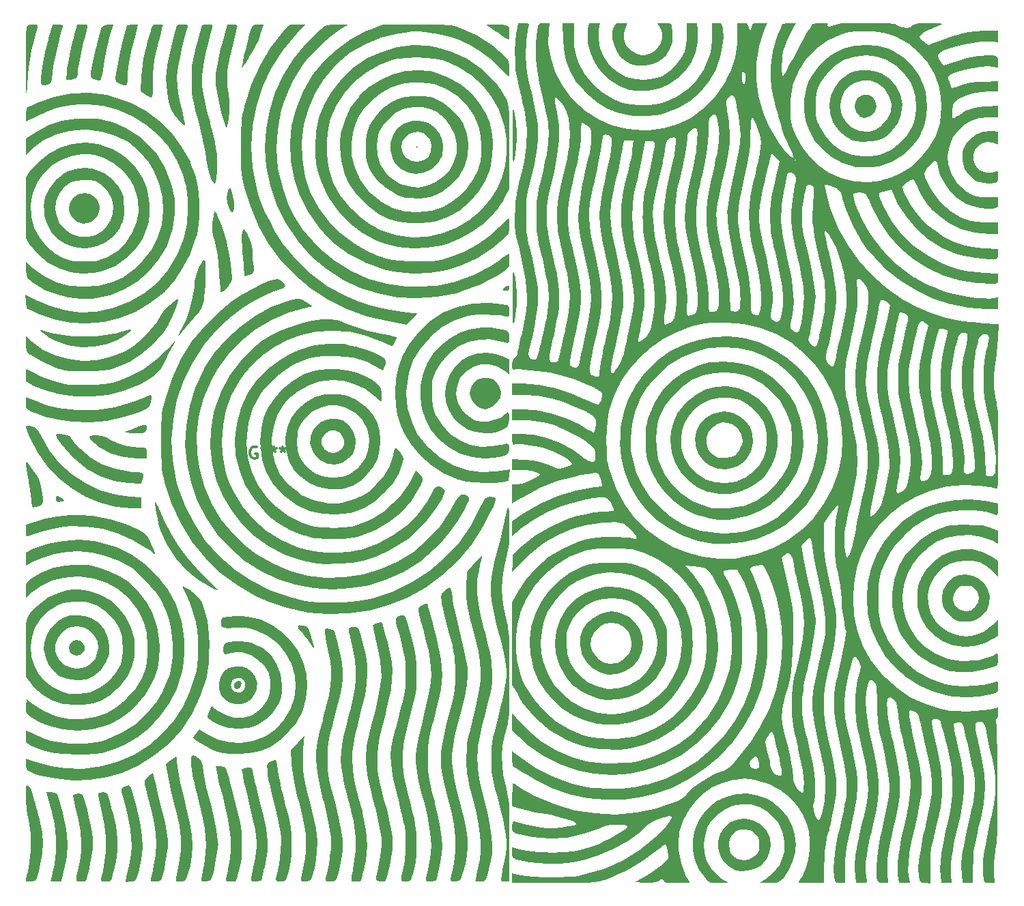
<source format=gbr>
%TF.GenerationSoftware,KiCad,Pcbnew,7.0.2-0*%
%TF.CreationDate,2023-08-14T19:33:41+08:00*%
%TF.ProjectId,Top:bottom_plate,546f703a-626f-4747-946f-6d5f706c6174,rev?*%
%TF.SameCoordinates,Original*%
%TF.FileFunction,Legend,Top*%
%TF.FilePolarity,Positive*%
%FSLAX46Y46*%
G04 Gerber Fmt 4.6, Leading zero omitted, Abs format (unit mm)*
G04 Created by KiCad (PCBNEW 7.0.2-0) date 2023-08-14 19:33:41*
%MOMM*%
%LPD*%
G01*
G04 APERTURE LIST*
%ADD10C,0.300000*%
G04 APERTURE END LIST*
D10*
%TO.C,G\u002A\u002A\u002A*%
X119678572Y-85665357D02*
X119535715Y-85593928D01*
X119535715Y-85593928D02*
X119321429Y-85593928D01*
X119321429Y-85593928D02*
X119107143Y-85665357D01*
X119107143Y-85665357D02*
X118964286Y-85808214D01*
X118964286Y-85808214D02*
X118892857Y-85951071D01*
X118892857Y-85951071D02*
X118821429Y-86236785D01*
X118821429Y-86236785D02*
X118821429Y-86451071D01*
X118821429Y-86451071D02*
X118892857Y-86736785D01*
X118892857Y-86736785D02*
X118964286Y-86879642D01*
X118964286Y-86879642D02*
X119107143Y-87022500D01*
X119107143Y-87022500D02*
X119321429Y-87093928D01*
X119321429Y-87093928D02*
X119464286Y-87093928D01*
X119464286Y-87093928D02*
X119678572Y-87022500D01*
X119678572Y-87022500D02*
X119750000Y-86951071D01*
X119750000Y-86951071D02*
X119750000Y-86451071D01*
X119750000Y-86451071D02*
X119464286Y-86451071D01*
X120607143Y-85593928D02*
X120607143Y-85951071D01*
X120250000Y-85808214D02*
X120607143Y-85951071D01*
X120607143Y-85951071D02*
X120964286Y-85808214D01*
X120392857Y-86236785D02*
X120607143Y-85951071D01*
X120607143Y-85951071D02*
X120821429Y-86236785D01*
X121750000Y-85593928D02*
X121750000Y-85951071D01*
X121392857Y-85808214D02*
X121750000Y-85951071D01*
X121750000Y-85951071D02*
X122107143Y-85808214D01*
X121535714Y-86236785D02*
X121750000Y-85951071D01*
X121750000Y-85951071D02*
X121964286Y-86236785D01*
X122892857Y-85593928D02*
X122892857Y-85951071D01*
X122535714Y-85808214D02*
X122892857Y-85951071D01*
X122892857Y-85951071D02*
X123250000Y-85808214D01*
X122678571Y-86236785D02*
X122892857Y-85951071D01*
X122892857Y-85951071D02*
X123107143Y-86236785D01*
G36*
X139568906Y-48294989D02*
G01*
X139581208Y-48385235D01*
X139518836Y-48525551D01*
X139467561Y-48498882D01*
X139447160Y-48296574D01*
X139467561Y-48271589D01*
X139568906Y-48294989D01*
G37*
G36*
X150925315Y-65691117D02*
G01*
X151002684Y-65943624D01*
X150902801Y-66210977D01*
X150576510Y-66284564D01*
X150222481Y-66220272D01*
X150184278Y-66027651D01*
X150354899Y-65807249D01*
X150679352Y-65615283D01*
X150925315Y-65691117D01*
G37*
G36*
X95442634Y-92001837D02*
G01*
X95444433Y-92003292D01*
X95838045Y-92322021D01*
X95464843Y-92440470D01*
X95018763Y-92480387D01*
X94783498Y-92256284D01*
X94747651Y-92015443D01*
X94816526Y-91737458D01*
X95039841Y-91733068D01*
X95442634Y-92001837D01*
G37*
G36*
X117663205Y-114749988D02*
G01*
X117743687Y-114975597D01*
X117729779Y-115166779D01*
X117579970Y-115516580D01*
X117303507Y-115698942D01*
X117014796Y-115673874D01*
X116850537Y-115474114D01*
X116821200Y-115042525D01*
X117065600Y-114761568D01*
X117364461Y-114697987D01*
X117663205Y-114749988D01*
G37*
G36*
X97715201Y-109657596D02*
G01*
X98045391Y-109895638D01*
X98317041Y-110394005D01*
X98263481Y-110883741D01*
X97897331Y-111310286D01*
X97688255Y-111439538D01*
X97212235Y-111531986D01*
X96783918Y-111359574D01*
X96479668Y-110997174D01*
X96375849Y-110519659D01*
X96439266Y-110214948D01*
X96756051Y-109783324D01*
X97218636Y-109590129D01*
X97715201Y-109657596D01*
G37*
G36*
X105946637Y-82929085D02*
G01*
X105994665Y-83073831D01*
X105998658Y-83306512D01*
X105941763Y-83683790D01*
X105701109Y-83869515D01*
X105480384Y-83929696D01*
X105002124Y-83972854D01*
X104378846Y-83952774D01*
X104074008Y-83919705D01*
X103185906Y-83795881D01*
X104208725Y-83414935D01*
X104985624Y-83127050D01*
X105497392Y-82952346D01*
X105799304Y-82887474D01*
X105946637Y-82929085D01*
G37*
G36*
X150040020Y-33241313D02*
G01*
X150562333Y-33318083D01*
X150798121Y-33417987D01*
X150927686Y-33685797D01*
X150995352Y-34093734D01*
X151001703Y-34530688D01*
X150947322Y-34885545D01*
X150832791Y-35047194D01*
X150789597Y-35042537D01*
X150560431Y-34913252D01*
X150128873Y-34637766D01*
X149571659Y-34265656D01*
X149310250Y-34086715D01*
X148043989Y-33213423D01*
X149318773Y-33213423D01*
X150040020Y-33241313D01*
G37*
G36*
X116389225Y-53542530D02*
G01*
X116444218Y-53627182D01*
X116581687Y-54020646D01*
X116710807Y-54599864D01*
X116810620Y-55233679D01*
X116860164Y-55790936D01*
X116843194Y-56123794D01*
X116703454Y-56479972D01*
X116531338Y-56517043D01*
X116310492Y-56229796D01*
X116149192Y-55902718D01*
X115955989Y-55307199D01*
X115935587Y-54666380D01*
X115968829Y-54368490D01*
X116085189Y-53798224D01*
X116230211Y-53515280D01*
X116389225Y-53542530D01*
G37*
G36*
X148456349Y-77113528D02*
G01*
X148903398Y-77273671D01*
X149425374Y-77658959D01*
X149815327Y-78235982D01*
X149979269Y-78862801D01*
X149979866Y-78899329D01*
X149828472Y-79531614D01*
X149432571Y-80136042D01*
X148879580Y-80624084D01*
X148256918Y-80907211D01*
X147960530Y-80944330D01*
X147329492Y-80789444D01*
X146752311Y-80379222D01*
X146308041Y-79798335D01*
X146075733Y-79131452D01*
X146059060Y-78907718D01*
X146203720Y-78285567D01*
X146576171Y-77693431D01*
X147076299Y-77282752D01*
X147759510Y-77055999D01*
X148456349Y-77113528D01*
G37*
G36*
X98930665Y-54209541D02*
G01*
X99467020Y-54540174D01*
X99911325Y-55082082D01*
X100170557Y-55705603D01*
X100202047Y-55981690D01*
X100111018Y-56469648D01*
X99889809Y-56991841D01*
X99861029Y-57040827D01*
X99350128Y-57596258D01*
X98710919Y-57885487D01*
X98020766Y-57914230D01*
X97357032Y-57688202D01*
X96797081Y-57213118D01*
X96535561Y-56795150D01*
X96350657Y-56334551D01*
X96331849Y-55963679D01*
X96469222Y-55484021D01*
X96469956Y-55481942D01*
X96878560Y-54762945D01*
X97474707Y-54293947D01*
X98198442Y-54105948D01*
X98930665Y-54209541D01*
G37*
G36*
X124878188Y-107731940D02*
G01*
X125130037Y-107777335D01*
X125432215Y-107831610D01*
X125807619Y-107935560D01*
X125988196Y-108031959D01*
X126082111Y-108233169D01*
X126232379Y-108663478D01*
X126408715Y-109222239D01*
X126580834Y-109808803D01*
X126718452Y-110322523D01*
X126791284Y-110662750D01*
X126795973Y-110716523D01*
X126706643Y-110640165D01*
X126467763Y-110339195D01*
X126122993Y-109869907D01*
X125948263Y-109623555D01*
X125544011Y-109063416D01*
X125199095Y-108613591D01*
X124969696Y-108346327D01*
X124925444Y-108308236D01*
X124785995Y-108110514D01*
X124755833Y-107862552D01*
X124848601Y-107730724D01*
X124878188Y-107731940D01*
G37*
G36*
X100395496Y-84268797D02*
G01*
X100993513Y-84478999D01*
X101536785Y-84784666D01*
X102301504Y-85156654D01*
X103237270Y-85461013D01*
X104200277Y-85661087D01*
X105046716Y-85720220D01*
X105178241Y-85712852D01*
X105670141Y-85699600D01*
X105912582Y-85814722D01*
X105992486Y-86131020D01*
X105998658Y-86400000D01*
X105998658Y-87081880D01*
X104872593Y-87081880D01*
X103195267Y-86923425D01*
X101616336Y-86458619D01*
X100181628Y-85703300D01*
X99563423Y-85246935D01*
X99058395Y-84788744D01*
X98856239Y-84474588D01*
X98959904Y-84286371D01*
X99372342Y-84205995D01*
X99733893Y-84201238D01*
X100395496Y-84268797D01*
G37*
G36*
X104529808Y-34781217D02*
G01*
X104155687Y-36268312D01*
X103886303Y-37481716D01*
X103712759Y-38469181D01*
X103626157Y-39278460D01*
X103612220Y-39705481D01*
X103596448Y-40244189D01*
X103555937Y-40630355D01*
X103517315Y-40752036D01*
X103290195Y-40778456D01*
X102906262Y-40686544D01*
X102505570Y-40525626D01*
X102228172Y-40345029D01*
X102184665Y-40282679D01*
X102153926Y-39930065D01*
X102207361Y-39302802D01*
X102336074Y-38454230D01*
X102531172Y-37437690D01*
X102783757Y-36306524D01*
X102979772Y-35514765D01*
X103550177Y-33298658D01*
X104247655Y-33246989D01*
X104945133Y-33195320D01*
X104529808Y-34781217D01*
G37*
G36*
X118210033Y-58754256D02*
G01*
X118435824Y-59120701D01*
X118663146Y-59554784D01*
X118983765Y-60359404D01*
X119116474Y-61162300D01*
X119128899Y-61557804D01*
X119155789Y-62249959D01*
X119220734Y-62908783D01*
X119280282Y-63253693D01*
X119341617Y-63765350D01*
X119190335Y-64076549D01*
X118770233Y-64274919D01*
X118594645Y-64322714D01*
X118151601Y-64433911D01*
X118041926Y-63015278D01*
X117974916Y-62211071D01*
X117900102Y-61408320D01*
X117832501Y-60767174D01*
X117825894Y-60711256D01*
X117787274Y-60082143D01*
X117810229Y-59470539D01*
X117884010Y-58967230D01*
X117997871Y-58663001D01*
X118074226Y-58613423D01*
X118210033Y-58754256D01*
G37*
G36*
X98431311Y-33242959D02*
G01*
X98654174Y-33316375D01*
X98666258Y-33341275D01*
X98626311Y-33544253D01*
X98517996Y-34015383D01*
X98356122Y-34692179D01*
X98155499Y-35512156D01*
X98070338Y-35855705D01*
X97853560Y-36773382D01*
X97671743Y-37631172D01*
X97540887Y-38346846D01*
X97476993Y-38838176D01*
X97473282Y-38924161D01*
X97426924Y-39525796D01*
X97257233Y-39869183D01*
X96907190Y-40030504D01*
X96616174Y-40069305D01*
X96026174Y-40117450D01*
X96061758Y-39179866D01*
X96117000Y-38674362D01*
X96244362Y-37927866D01*
X96426788Y-37028456D01*
X96647224Y-36064209D01*
X96730164Y-35727853D01*
X97362986Y-33213423D01*
X98015721Y-33213423D01*
X98431311Y-33242959D01*
G37*
G36*
X120212138Y-34098899D02*
G01*
X120075626Y-34550218D01*
X119939919Y-34935070D01*
X119771093Y-35324870D01*
X119535227Y-35791031D01*
X119198399Y-36404967D01*
X118726686Y-37238093D01*
X118692372Y-37298331D01*
X118340003Y-37887913D01*
X118049367Y-38320134D01*
X117858461Y-38541527D01*
X117805563Y-38546221D01*
X117820934Y-38313640D01*
X117910558Y-37823249D01*
X118059807Y-37146389D01*
X118254053Y-36354399D01*
X118258655Y-36336480D01*
X118532377Y-35266018D01*
X118736939Y-34479831D01*
X118894013Y-33933581D01*
X119025276Y-33582928D01*
X119152400Y-33383530D01*
X119297061Y-33291049D01*
X119480932Y-33261144D01*
X119725688Y-33249474D01*
X119769071Y-33246550D01*
X120475851Y-33194442D01*
X120212138Y-34098899D01*
G37*
G36*
X101471131Y-34610884D02*
G01*
X101118143Y-36016249D01*
X100776217Y-37679765D01*
X100462313Y-39518696D01*
X100453646Y-39574802D01*
X100369922Y-39992341D01*
X100230288Y-40152642D01*
X99937194Y-40136859D01*
X99809268Y-40110870D01*
X99385671Y-39990505D01*
X99118726Y-39859080D01*
X99115598Y-39856229D01*
X99065334Y-39610581D01*
X99102562Y-39089719D01*
X99218782Y-38345576D01*
X99405496Y-37430085D01*
X99654207Y-36395181D01*
X99728388Y-36111410D01*
X99925367Y-35365839D01*
X100116853Y-34633615D01*
X100261814Y-34071649D01*
X100263309Y-34065772D01*
X100401778Y-33596194D01*
X100572068Y-33363811D01*
X100879567Y-33272912D01*
X101164730Y-33247126D01*
X101871071Y-33195594D01*
X101471131Y-34610884D01*
G37*
G36*
X95361823Y-33242899D02*
G01*
X95584701Y-33316185D01*
X95596804Y-33341275D01*
X95553974Y-33551228D01*
X95441320Y-34012452D01*
X95278218Y-34647155D01*
X95161612Y-35088591D01*
X94881987Y-36205548D01*
X94634947Y-37322590D01*
X94435354Y-38361252D01*
X94298068Y-39243072D01*
X94237953Y-39889587D01*
X94236475Y-39972921D01*
X94177135Y-40375903D01*
X93931660Y-40603414D01*
X93705250Y-40695377D01*
X93297628Y-40797089D01*
X93031840Y-40791784D01*
X93023371Y-40787227D01*
X92882911Y-40508724D01*
X92853530Y-39932427D01*
X92931987Y-39081742D01*
X93115038Y-37980074D01*
X93399441Y-36650831D01*
X93781954Y-35117419D01*
X93838062Y-34906744D01*
X94292134Y-33213423D01*
X94946067Y-33213423D01*
X95361823Y-33242899D01*
G37*
G36*
X91520977Y-83034699D02*
G01*
X92036105Y-83179856D01*
X92456272Y-83504310D01*
X92859638Y-84157177D01*
X92883697Y-84207836D01*
X93917138Y-86026625D01*
X95202420Y-87638420D01*
X96707790Y-89021341D01*
X98401493Y-90153508D01*
X100251776Y-91013040D01*
X102226885Y-91578058D01*
X103910403Y-91805780D01*
X105316778Y-91903092D01*
X105316778Y-92560942D01*
X105316778Y-93218792D01*
X104166107Y-93215103D01*
X102200597Y-93042710D01*
X100267164Y-92555605D01*
X98404062Y-91779957D01*
X96649543Y-90741937D01*
X95041860Y-89467717D01*
X93619268Y-87983465D01*
X92420019Y-86315354D01*
X91510903Y-84557145D01*
X91265077Y-83957382D01*
X91083387Y-83472021D01*
X90999449Y-83191831D01*
X90997315Y-83170418D01*
X91138823Y-83025870D01*
X91520977Y-83034699D01*
G37*
G36*
X91164546Y-87489156D02*
G01*
X91289504Y-87696241D01*
X91516243Y-88033193D01*
X91867982Y-88495329D01*
X92086414Y-88763890D01*
X92391197Y-89178426D01*
X92623257Y-89636097D01*
X92806473Y-90211547D01*
X92964726Y-90979426D01*
X93118563Y-91990251D01*
X93164643Y-92454262D01*
X93090289Y-92708990D01*
X92830203Y-92881606D01*
X92612467Y-92975875D01*
X92181793Y-93115707D01*
X91879726Y-93142561D01*
X91842161Y-93128920D01*
X91747739Y-92913392D01*
X91688916Y-92476606D01*
X91679195Y-92184108D01*
X91640607Y-91626207D01*
X91537763Y-90871673D01*
X91390045Y-90054399D01*
X91330233Y-89773382D01*
X91181003Y-89033902D01*
X91075952Y-88376217D01*
X91030113Y-87901592D01*
X91033106Y-87772167D01*
X91082052Y-87471619D01*
X91164546Y-87489156D01*
G37*
G36*
X92320384Y-33231634D02*
G01*
X92490532Y-33321741D01*
X92479494Y-33536959D01*
X92463318Y-33596980D01*
X92038452Y-35155421D01*
X91717737Y-36455326D01*
X91489038Y-37558654D01*
X91340219Y-38527364D01*
X91259143Y-39423414D01*
X91240978Y-39837398D01*
X91210331Y-40579438D01*
X91169408Y-41187350D01*
X91124271Y-41585038D01*
X91092691Y-41698360D01*
X91062817Y-41570098D01*
X91038948Y-41156603D01*
X91021003Y-40513526D01*
X91008898Y-39696520D01*
X91002551Y-38761237D01*
X91001878Y-37763328D01*
X91006797Y-36758445D01*
X91017224Y-35802240D01*
X91033077Y-34950366D01*
X91054273Y-34258475D01*
X91080729Y-33782217D01*
X91104760Y-33596980D01*
X91235554Y-33342153D01*
X91514703Y-33232276D01*
X91889429Y-33213423D01*
X92320384Y-33231634D01*
G37*
G36*
X107146326Y-92505694D02*
G01*
X107315085Y-92848068D01*
X107346753Y-92920470D01*
X108220763Y-94845206D01*
X109091135Y-96510878D01*
X110011305Y-97994553D01*
X111034705Y-99373296D01*
X112214772Y-100724173D01*
X113604939Y-102124249D01*
X113965809Y-102466779D01*
X114416996Y-102908416D01*
X114727423Y-103246729D01*
X114850507Y-103429301D01*
X114836933Y-103446980D01*
X114477502Y-103346252D01*
X113924324Y-103073707D01*
X113247214Y-102673805D01*
X112515985Y-102191003D01*
X111800451Y-101669763D01*
X111170427Y-101154541D01*
X111012528Y-101011525D01*
X109624305Y-99501401D01*
X108525273Y-97837048D01*
X107731746Y-96045340D01*
X107472112Y-95179195D01*
X107327335Y-94552397D01*
X107197179Y-93881033D01*
X107094191Y-93247358D01*
X107030913Y-92733628D01*
X107019892Y-92422097D01*
X107043136Y-92366443D01*
X107146326Y-92505694D01*
G37*
G36*
X94593244Y-128569273D02*
G01*
X94884823Y-128721701D01*
X94887660Y-128725043D01*
X94997615Y-128966606D01*
X95166988Y-129468583D01*
X95373678Y-130160336D01*
X95595581Y-130971228D01*
X95621096Y-131069002D01*
X96029068Y-133023631D01*
X96185885Y-134818856D01*
X96093322Y-136523892D01*
X95799653Y-138033151D01*
X95633136Y-138683060D01*
X95505476Y-139193978D01*
X95436368Y-139486527D01*
X95429530Y-139524762D01*
X95277835Y-139563036D01*
X94897719Y-139584733D01*
X94727769Y-139586577D01*
X94288278Y-139569467D01*
X94110260Y-139484037D01*
X94114682Y-139279139D01*
X94135098Y-139203020D01*
X94540782Y-137488544D01*
X94743234Y-135853694D01*
X94742031Y-134211905D01*
X94536746Y-132476614D01*
X94126957Y-130561254D01*
X94092045Y-130423826D01*
X93600570Y-128506041D01*
X94153237Y-128506041D01*
X94593244Y-128569273D01*
G37*
G36*
X107831320Y-33241137D02*
G01*
X107998474Y-33341073D01*
X107985556Y-33461553D01*
X107909298Y-33713341D01*
X107768565Y-34225201D01*
X107582305Y-34926625D01*
X107369467Y-35747110D01*
X107332674Y-35890747D01*
X107085451Y-36904084D01*
X106922641Y-37723271D01*
X106827199Y-38479652D01*
X106782080Y-39304573D01*
X106770390Y-40223626D01*
X106765589Y-41151983D01*
X106740373Y-41776999D01*
X106671489Y-42136260D01*
X106535686Y-42267352D01*
X106309709Y-42207862D01*
X105970307Y-41995376D01*
X105763014Y-41851973D01*
X105271665Y-41511104D01*
X105367287Y-39620988D01*
X105607409Y-37455621D01*
X105907763Y-36111410D01*
X106121343Y-35331984D01*
X106320301Y-34602598D01*
X106474071Y-34035450D01*
X106523147Y-33852685D01*
X106658880Y-33443314D01*
X106853103Y-33261017D01*
X107229173Y-33214531D01*
X107387225Y-33213423D01*
X107831320Y-33241137D01*
G37*
G36*
X106608077Y-79297324D02*
G01*
X106610837Y-79590431D01*
X106511833Y-80041512D01*
X106473476Y-80162140D01*
X106317311Y-80525043D01*
X106088080Y-80789278D01*
X105699747Y-81027025D01*
X105143684Y-81277761D01*
X103197719Y-81945639D01*
X101097809Y-82385022D01*
X98956913Y-82579552D01*
X96887990Y-82512870D01*
X96731367Y-82496033D01*
X94983074Y-82235758D01*
X93408532Y-81877329D01*
X92080070Y-81437979D01*
X91807047Y-81322919D01*
X91332838Y-81096735D01*
X91093074Y-80892436D01*
X91007874Y-80599844D01*
X90997315Y-80206047D01*
X90997315Y-79447957D01*
X92147987Y-79915402D01*
X93578483Y-80431259D01*
X94959993Y-80778364D01*
X96436133Y-80987572D01*
X97489329Y-81062966D01*
X99803587Y-81040124D01*
X102022072Y-80739927D01*
X104097367Y-80171404D01*
X105672297Y-79504657D01*
X106193885Y-79267972D01*
X106488105Y-79206742D01*
X106608077Y-79297324D01*
G37*
G36*
X95726491Y-84094534D02*
G01*
X96154027Y-84211557D01*
X96489612Y-84384754D01*
X96622819Y-84549610D01*
X96736959Y-84734779D01*
X97043453Y-85094605D01*
X97488408Y-85567940D01*
X97774688Y-85856545D01*
X99099571Y-86984331D01*
X100516671Y-87817260D01*
X102078231Y-88378515D01*
X103836494Y-88691280D01*
X104245952Y-88728358D01*
X104976872Y-88795568D01*
X105417042Y-88887062D01*
X105616259Y-89043536D01*
X105624316Y-89305688D01*
X105491009Y-89714213D01*
X105481828Y-89738419D01*
X105305937Y-90201045D01*
X103734512Y-90096310D01*
X101907660Y-89829018D01*
X100235798Y-89270769D01*
X98672873Y-88403159D01*
X97734732Y-87698801D01*
X97100056Y-87130661D01*
X96455736Y-86480585D01*
X95850805Y-85806985D01*
X95334294Y-85168270D01*
X94955235Y-84622849D01*
X94762660Y-84229133D01*
X94748381Y-84141275D01*
X94893884Y-84047126D01*
X95257264Y-84033413D01*
X95726491Y-84094534D01*
G37*
G36*
X104089637Y-71128850D02*
G01*
X104054893Y-71201267D01*
X103730639Y-71530070D01*
X103165026Y-71915874D01*
X102441264Y-72311305D01*
X101642565Y-72668988D01*
X101172653Y-72842201D01*
X99527799Y-73218356D01*
X97844070Y-73269678D01*
X96172852Y-73000111D01*
X94565529Y-72413599D01*
X94376636Y-72320714D01*
X93941452Y-72072561D01*
X93511104Y-71783186D01*
X93139208Y-71497586D01*
X92879378Y-71260757D01*
X92785228Y-71117696D01*
X92910373Y-71113401D01*
X92957718Y-71129859D01*
X93283942Y-71233798D01*
X93830186Y-71390447D01*
X94486098Y-71568300D01*
X94577181Y-71592256D01*
X95628883Y-71790075D01*
X96895658Y-71907832D01*
X98270560Y-71945991D01*
X99646643Y-71905014D01*
X100916962Y-71785366D01*
X101974570Y-71587511D01*
X102077852Y-71559729D01*
X102943727Y-71319532D01*
X103529915Y-71165035D01*
X103884345Y-71087550D01*
X104054943Y-71078384D01*
X104089637Y-71128850D01*
G37*
G36*
X113156040Y-62422300D02*
G01*
X113215212Y-62477405D01*
X113279032Y-62712868D01*
X113315375Y-63212470D01*
X113326223Y-63900684D01*
X113313559Y-64701986D01*
X113279365Y-65540848D01*
X113225623Y-66341745D01*
X113154314Y-67029151D01*
X113084637Y-67452773D01*
X112860381Y-68237902D01*
X112540765Y-68827033D01*
X112263867Y-69157471D01*
X111859795Y-69603474D01*
X111348463Y-70194027D01*
X110835288Y-70807211D01*
X110797402Y-70853481D01*
X110394699Y-71336709D01*
X110089268Y-71685055D01*
X109930938Y-71842371D01*
X109919463Y-71842703D01*
X109992973Y-71656361D01*
X110181304Y-71271318D01*
X110336362Y-70973559D01*
X110890955Y-69767199D01*
X111360812Y-68429392D01*
X111715111Y-67071829D01*
X111923030Y-65806202D01*
X111965101Y-65071418D01*
X112064326Y-64447044D01*
X112335421Y-63686566D01*
X112478964Y-63381716D01*
X112766142Y-62820048D01*
X112945243Y-62509122D01*
X113060473Y-62394638D01*
X113156040Y-62422300D01*
G37*
G36*
X117017794Y-33253722D02*
G01*
X117238321Y-33353752D01*
X117249664Y-33385953D01*
X117208926Y-33611218D01*
X117098245Y-34093363D01*
X116934925Y-34759680D01*
X116752701Y-35474208D01*
X116410453Y-36855124D01*
X116172176Y-37989000D01*
X116030275Y-38950967D01*
X115977157Y-39816153D01*
X116005225Y-40659688D01*
X116106884Y-41556702D01*
X116125180Y-41681635D01*
X116243788Y-42842537D01*
X116261578Y-43983983D01*
X116182414Y-45011069D01*
X116010162Y-45828893D01*
X115949351Y-45998658D01*
X115865003Y-45968859D01*
X115725545Y-45664676D01*
X115547633Y-45145022D01*
X115347923Y-44468814D01*
X115143071Y-43694968D01*
X114949733Y-42882399D01*
X114784565Y-42090023D01*
X114688086Y-41537316D01*
X114593247Y-40789260D01*
X114559671Y-40081140D01*
X114594813Y-39345255D01*
X114706126Y-38513901D01*
X114901064Y-37519376D01*
X115187081Y-36293977D01*
X115327693Y-35727853D01*
X115959573Y-33213423D01*
X116604619Y-33213423D01*
X117017794Y-33253722D01*
G37*
G36*
X109724074Y-124252517D02*
G01*
X109749022Y-124627853D01*
X109805182Y-125313904D01*
X109973733Y-126318200D01*
X110254868Y-127641680D01*
X110648780Y-129285279D01*
X110949975Y-130466443D01*
X111361468Y-132244763D01*
X111603769Y-133793614D01*
X111680819Y-135177240D01*
X111596557Y-136459882D01*
X111386251Y-137580213D01*
X111174212Y-138424694D01*
X111003481Y-138991664D01*
X110840414Y-139336210D01*
X110651368Y-139513420D01*
X110402700Y-139578381D01*
X110160907Y-139586577D01*
X109757279Y-139566094D01*
X109611625Y-139457339D01*
X109641419Y-139189351D01*
X109651498Y-139148562D01*
X110027554Y-137392102D01*
X110219551Y-135782499D01*
X110225941Y-134220580D01*
X110045178Y-132607170D01*
X109675713Y-130843096D01*
X109512049Y-130210739D01*
X109252343Y-129213969D01*
X108998029Y-128183555D01*
X108777691Y-127238590D01*
X108619915Y-126498166D01*
X108615477Y-126475354D01*
X108337835Y-125041313D01*
X108915562Y-124562155D01*
X109360364Y-124217296D01*
X109612197Y-124112691D01*
X109724074Y-124252517D01*
G37*
G36*
X99188904Y-94161190D02*
G01*
X99350336Y-94184614D01*
X101455646Y-94620553D01*
X103369541Y-95229269D01*
X104883250Y-95912427D01*
X105485281Y-96245179D01*
X105880576Y-96526817D01*
X106161660Y-96856727D01*
X106421060Y-97334298D01*
X106629708Y-97788390D01*
X106862485Y-98344594D01*
X106994237Y-98741194D01*
X107005366Y-98914969D01*
X106978001Y-98911951D01*
X106726831Y-98748343D01*
X106309912Y-98459186D01*
X105998300Y-98237044D01*
X104310171Y-97208354D01*
X102439320Y-96400378D01*
X100461073Y-95832694D01*
X98450754Y-95524881D01*
X96483689Y-95496518D01*
X95727852Y-95567547D01*
X94433617Y-95793746D01*
X93037903Y-96138046D01*
X91727007Y-96552196D01*
X91295638Y-96715531D01*
X91111948Y-96744308D01*
X91023522Y-96589027D01*
X90997801Y-96178544D01*
X90997315Y-96063681D01*
X90997315Y-95292227D01*
X92107325Y-94922840D01*
X93449900Y-94556830D01*
X94939627Y-94286420D01*
X96466224Y-94122850D01*
X97919410Y-94077360D01*
X99188904Y-94161190D01*
G37*
G36*
X125476838Y-122198658D02*
G01*
X125371444Y-123238313D01*
X125355450Y-124468750D01*
X125422703Y-125753478D01*
X125567050Y-126956003D01*
X125726573Y-127738926D01*
X125914249Y-128468339D01*
X126153713Y-129399369D01*
X126411895Y-130403423D01*
X126619421Y-131210671D01*
X126994874Y-132950856D01*
X127164566Y-134519278D01*
X127127548Y-136016741D01*
X126882869Y-137544049D01*
X126547683Y-138819463D01*
X126385155Y-139259134D01*
X126171412Y-139467473D01*
X125787417Y-139547275D01*
X125695268Y-139555568D01*
X125278678Y-139572121D01*
X125116426Y-139492198D01*
X125124968Y-139264879D01*
X125135882Y-139214628D01*
X125419114Y-137890026D01*
X125620734Y-136747384D01*
X125737734Y-135720417D01*
X125767106Y-134742841D01*
X125705845Y-133748371D01*
X125550942Y-132670723D01*
X125299391Y-131443613D01*
X124948183Y-130000757D01*
X124669383Y-128932215D01*
X124255490Y-127176564D01*
X124011340Y-125662111D01*
X123945090Y-124894236D01*
X123853432Y-123242835D01*
X124730065Y-122337189D01*
X125606697Y-121431544D01*
X125476838Y-122198658D01*
G37*
G36*
X119606852Y-115805069D02*
G01*
X119489066Y-116134023D01*
X119023691Y-116855722D01*
X118421137Y-117322171D01*
X117736410Y-117552050D01*
X117024515Y-117564037D01*
X116340458Y-117376812D01*
X115739244Y-117009054D01*
X115275879Y-116479441D01*
X115005368Y-115806653D01*
X114989522Y-115248884D01*
X116432353Y-115248884D01*
X116588830Y-115709402D01*
X116949877Y-116031803D01*
X117448047Y-116131183D01*
X117632262Y-116100245D01*
X118007743Y-115853467D01*
X118197210Y-115435895D01*
X118194671Y-114965700D01*
X117994137Y-114561050D01*
X117719714Y-114375109D01*
X117153926Y-114304537D01*
X116706131Y-114522864D01*
X116547892Y-114735158D01*
X116432353Y-115248884D01*
X114989522Y-115248884D01*
X114982717Y-115009368D01*
X115063386Y-114631132D01*
X115253998Y-114108532D01*
X115477990Y-113685974D01*
X115531356Y-113615098D01*
X116176063Y-113105079D01*
X116972399Y-112861367D01*
X117841826Y-112898750D01*
X118396978Y-113075555D01*
X119054502Y-113533061D01*
X119494450Y-114194049D01*
X119688130Y-114978169D01*
X119643139Y-115435895D01*
X119606852Y-115805069D01*
G37*
G36*
X114507715Y-56389876D02*
G01*
X114690491Y-56757468D01*
X114936718Y-57307714D01*
X115071401Y-57625213D01*
X115389935Y-58452442D01*
X115691586Y-59343856D01*
X115918476Y-60126611D01*
X115944607Y-60232886D01*
X116092528Y-60958754D01*
X116242274Y-61864672D01*
X116378958Y-62839010D01*
X116487691Y-63770135D01*
X116553588Y-64546419D01*
X116566386Y-64895235D01*
X116455740Y-65218310D01*
X116179578Y-65637435D01*
X115824092Y-66050700D01*
X115475476Y-66356199D01*
X115247128Y-66455034D01*
X115182410Y-66294551D01*
X115115023Y-65852801D01*
X115051459Y-65189336D01*
X114998210Y-64363706D01*
X114982286Y-64025839D01*
X114914777Y-62824722D01*
X114818357Y-61863413D01*
X114679240Y-61041120D01*
X114483641Y-60257047D01*
X114451868Y-60147651D01*
X114242657Y-59393832D01*
X114132795Y-58831282D01*
X114109394Y-58329339D01*
X114159563Y-57757336D01*
X114192232Y-57515597D01*
X114283224Y-56921373D01*
X114364264Y-56477034D01*
X114418565Y-56274071D01*
X114420489Y-56271682D01*
X114507715Y-56389876D01*
G37*
G36*
X104013687Y-127784410D02*
G01*
X104083731Y-127988209D01*
X104221408Y-128459654D01*
X104409168Y-129136265D01*
X104629459Y-129955563D01*
X104720025Y-130298840D01*
X105160498Y-132224368D01*
X105405427Y-133921687D01*
X105458544Y-135439225D01*
X105323580Y-136825411D01*
X105251872Y-137200000D01*
X105055810Y-138113300D01*
X104905057Y-138746563D01*
X104772417Y-139152893D01*
X104630690Y-139385393D01*
X104452681Y-139497168D01*
X104211192Y-139541321D01*
X104045384Y-139555694D01*
X103393193Y-139610044D01*
X103499591Y-139044284D01*
X103586652Y-138594115D01*
X103714838Y-137946059D01*
X103857201Y-137236303D01*
X103864539Y-137200000D01*
X104032964Y-136182609D01*
X104107356Y-135198210D01*
X104081881Y-134181268D01*
X103950703Y-133066249D01*
X103707985Y-131787616D01*
X103347893Y-130279834D01*
X103196623Y-129699329D01*
X103003625Y-128951241D01*
X102898145Y-128462538D01*
X102874765Y-128164575D01*
X102928068Y-127988708D01*
X103051986Y-127866779D01*
X103433209Y-127690462D01*
X103809771Y-127668658D01*
X104013687Y-127784410D01*
G37*
G36*
X97877910Y-128722898D02*
G01*
X98052490Y-128815716D01*
X98219221Y-129206027D01*
X98418236Y-129855799D01*
X98632751Y-130687100D01*
X98845978Y-131622000D01*
X99041133Y-132582571D01*
X99201429Y-133490880D01*
X99310082Y-134269000D01*
X99350305Y-134838998D01*
X99350306Y-134841045D01*
X99306735Y-135511758D01*
X99188413Y-136398889D01*
X99013987Y-137390957D01*
X98802105Y-138376482D01*
X98674132Y-138883619D01*
X98528177Y-139328602D01*
X98345563Y-139531531D01*
X98026879Y-139585464D01*
X97923183Y-139586577D01*
X97510775Y-139560410D01*
X97272695Y-139496896D01*
X97266590Y-139491646D01*
X97252142Y-139287043D01*
X97316655Y-138862976D01*
X97396545Y-138511445D01*
X97700069Y-137140221D01*
X97868105Y-135885809D01*
X97898677Y-134660358D01*
X97789809Y-133376019D01*
X97539525Y-131944941D01*
X97217741Y-130561928D01*
X97052872Y-129859915D01*
X96938959Y-129282494D01*
X96890399Y-128908468D01*
X96898527Y-128814613D01*
X97123013Y-128710747D01*
X97507209Y-128680230D01*
X97877910Y-128722898D01*
G37*
G36*
X91371863Y-127740143D02*
G01*
X91456991Y-127788581D01*
X91587732Y-128006886D01*
X91771986Y-128493896D01*
X91992149Y-129184876D01*
X92230613Y-130015093D01*
X92469775Y-130919810D01*
X92692029Y-131834294D01*
X92879769Y-132693810D01*
X93015391Y-133433623D01*
X93042959Y-133620179D01*
X93137766Y-134827869D01*
X93061537Y-135986881D01*
X93031423Y-136197265D01*
X92887588Y-137036790D01*
X92718708Y-137865119D01*
X92544609Y-138597877D01*
X92385119Y-139150691D01*
X92274574Y-139418154D01*
X92083123Y-139507585D01*
X91723253Y-139570930D01*
X91334032Y-139596314D01*
X91054527Y-139571863D01*
X90997315Y-139527218D01*
X91030234Y-139345780D01*
X91118734Y-138906469D01*
X91247428Y-138284882D01*
X91335584Y-137865138D01*
X91627808Y-135744549D01*
X91609074Y-133661501D01*
X91338255Y-131915437D01*
X91212846Y-131245924D01*
X91112556Y-130478151D01*
X91040949Y-129683348D01*
X91001590Y-128932746D01*
X90998041Y-128297577D01*
X91033867Y-127849072D01*
X91112631Y-127658461D01*
X91125168Y-127656302D01*
X91371863Y-127740143D01*
G37*
G36*
X110883475Y-33236865D02*
G01*
X111056764Y-33331846D01*
X111047381Y-33511745D01*
X110834511Y-34285274D01*
X110589177Y-35260040D01*
X110343035Y-36302425D01*
X110127739Y-37278812D01*
X109987255Y-37986577D01*
X109836343Y-38974025D01*
X109769836Y-39880121D01*
X109793789Y-40785916D01*
X109914256Y-41772460D01*
X110137291Y-42920801D01*
X110455856Y-44259965D01*
X110608712Y-44907686D01*
X110710530Y-45417953D01*
X110746003Y-45710262D01*
X110738706Y-45747648D01*
X110592932Y-45673327D01*
X110280990Y-45408525D01*
X109874389Y-45014528D01*
X109353094Y-44380719D01*
X108967271Y-43649959D01*
X108695514Y-42757736D01*
X108516418Y-41639540D01*
X108433753Y-40672783D01*
X108404174Y-39877887D01*
X108431254Y-39125329D01*
X108526409Y-38334702D01*
X108701057Y-37425595D01*
X108966615Y-36317600D01*
X109154039Y-35600000D01*
X109343698Y-34880432D01*
X109510469Y-34234885D01*
X109626048Y-33773321D01*
X109647650Y-33682215D01*
X109758699Y-33378629D01*
X109978273Y-33244480D01*
X110419243Y-33213457D01*
X110445608Y-33213423D01*
X110883475Y-33236865D01*
G37*
G36*
X100936969Y-128543892D02*
G01*
X101113447Y-128633893D01*
X101185235Y-128839387D01*
X101323805Y-129306695D01*
X101509635Y-129967796D01*
X101723201Y-130754668D01*
X101737267Y-130807383D01*
X102155092Y-132649082D01*
X102363640Y-134282779D01*
X102366916Y-135766463D01*
X102174144Y-137134008D01*
X101964967Y-138085342D01*
X101798880Y-138752654D01*
X101651550Y-139186130D01*
X101498644Y-139435954D01*
X101315831Y-139552311D01*
X101078776Y-139585385D01*
X100984990Y-139586577D01*
X100578203Y-139562757D01*
X100349056Y-139505008D01*
X100344254Y-139500854D01*
X100343957Y-139306910D01*
X100421621Y-138872724D01*
X100561047Y-138285734D01*
X100589011Y-138179713D01*
X100798987Y-137131705D01*
X100910799Y-135890827D01*
X100934882Y-134983893D01*
X100928535Y-134046405D01*
X100881644Y-133269910D01*
X100777432Y-132524549D01*
X100599125Y-131680461D01*
X100409105Y-130913948D01*
X100211830Y-130107172D01*
X100061641Y-129418520D01*
X99971948Y-128915460D01*
X99956161Y-128665457D01*
X99960136Y-128655223D01*
X100184257Y-128547383D01*
X100567102Y-128509215D01*
X100936969Y-128543892D01*
G37*
G36*
X107161439Y-127697513D02*
G01*
X107385936Y-128634507D01*
X107649741Y-129700945D01*
X107903298Y-130697115D01*
X107954254Y-130892618D01*
X108287955Y-132259756D01*
X108501901Y-133394414D01*
X108603851Y-134380310D01*
X108601562Y-135301161D01*
X108502794Y-136240682D01*
X108469626Y-136453677D01*
X108328797Y-137246775D01*
X108173654Y-138012193D01*
X108032236Y-138614045D01*
X107999067Y-138734229D01*
X107838914Y-139205855D01*
X107654456Y-139440428D01*
X107346025Y-139533396D01*
X107142810Y-139554251D01*
X106735053Y-139569921D01*
X106519978Y-139542249D01*
X106510067Y-139529366D01*
X106540906Y-139340622D01*
X106624507Y-138888548D01*
X106747499Y-138244279D01*
X106872511Y-137601291D01*
X107068956Y-136254138D01*
X107152032Y-134866651D01*
X107121825Y-133542668D01*
X106978417Y-132386028D01*
X106867881Y-131915437D01*
X106576054Y-130858887D01*
X106306769Y-129823101D01*
X106075943Y-128874947D01*
X105899491Y-128081294D01*
X105793332Y-127509010D01*
X105770187Y-127303825D01*
X105812448Y-126872155D01*
X106051470Y-126576092D01*
X106268051Y-126433381D01*
X106793148Y-126121871D01*
X107161439Y-127697513D01*
G37*
G36*
X131910067Y-85036242D02*
G01*
X131827291Y-85834266D01*
X131538024Y-86475072D01*
X131069951Y-87018052D01*
X130268088Y-87603276D01*
X129404848Y-87861601D01*
X128503372Y-87786292D01*
X128466465Y-87776137D01*
X127563776Y-87368589D01*
X126889219Y-86758211D01*
X126453741Y-86004536D01*
X126268295Y-85167093D01*
X126309390Y-84698290D01*
X127701972Y-84698290D01*
X127702874Y-85304800D01*
X128032726Y-85882271D01*
X128097742Y-85950580D01*
X128646008Y-86309995D01*
X129220185Y-86390565D01*
X129755386Y-86236821D01*
X130186721Y-85893295D01*
X130449304Y-85404517D01*
X130478246Y-84815020D01*
X130345433Y-84408039D01*
X129929377Y-83869394D01*
X129379702Y-83607545D01*
X128775026Y-83632466D01*
X128193963Y-83954128D01*
X128031879Y-84114582D01*
X127701972Y-84698290D01*
X126309390Y-84698290D01*
X126343829Y-84305413D01*
X126691294Y-83479029D01*
X127321640Y-82747470D01*
X127513400Y-82594715D01*
X128077109Y-82336056D01*
X128816668Y-82200524D01*
X129585650Y-82199996D01*
X130237627Y-82346349D01*
X130290604Y-82369451D01*
X131075164Y-82908841D01*
X131614613Y-83667247D01*
X131883723Y-84603128D01*
X131896611Y-84815020D01*
X131910067Y-85036242D01*
G37*
G36*
X118817364Y-125451512D02*
G01*
X119008508Y-125544446D01*
X119130475Y-125793115D01*
X119239649Y-126274249D01*
X119283606Y-126503020D01*
X119413552Y-127114440D01*
X119606199Y-127935181D01*
X119832894Y-128846092D01*
X120011255Y-129528859D01*
X120422585Y-131140589D01*
X120717837Y-132499639D01*
X120901696Y-133672164D01*
X120978849Y-134724320D01*
X120953980Y-135722262D01*
X120831776Y-136732144D01*
X120616922Y-137820124D01*
X120602891Y-137881880D01*
X120232886Y-139501343D01*
X119593624Y-139554251D01*
X119294556Y-139576349D01*
X119099840Y-139548998D01*
X119001940Y-139419561D01*
X118993318Y-139135400D01*
X119066438Y-138643879D01*
X119213766Y-137892361D01*
X119296907Y-137481841D01*
X119455321Y-136661996D01*
X119566923Y-135949606D01*
X119626703Y-135291983D01*
X119629651Y-134636439D01*
X119570758Y-133930287D01*
X119445012Y-133120837D01*
X119247405Y-132155402D01*
X118972927Y-130981294D01*
X118616567Y-129545824D01*
X118497461Y-129074191D01*
X118255224Y-128082025D01*
X118054623Y-127192208D01*
X117907165Y-126461696D01*
X117824356Y-125947443D01*
X117817300Y-125707412D01*
X118073478Y-125496929D01*
X118500659Y-125437584D01*
X118817364Y-125451512D01*
G37*
G36*
X111982593Y-124011516D02*
G01*
X112344376Y-124215745D01*
X112673789Y-124504268D01*
X112852724Y-124936892D01*
X112909592Y-125265596D01*
X113104719Y-126467897D01*
X113398343Y-127889797D01*
X113769193Y-129431683D01*
X113929150Y-130040269D01*
X114283446Y-131436965D01*
X114562974Y-132706636D01*
X114756744Y-133792106D01*
X114853767Y-134636200D01*
X114863029Y-134898658D01*
X114836039Y-135359362D01*
X114750444Y-136003363D01*
X114599301Y-136872390D01*
X114375669Y-138008175D01*
X114225031Y-138734229D01*
X114091008Y-139148631D01*
X113966989Y-139373490D01*
X113696553Y-139518440D01*
X113284545Y-139587106D01*
X112910607Y-139560578D01*
X112785572Y-139497876D01*
X112780029Y-139302902D01*
X112840139Y-138856174D01*
X112953951Y-138237927D01*
X113020395Y-137921031D01*
X113212854Y-136917331D01*
X113330202Y-135971308D01*
X113367491Y-135029304D01*
X113319772Y-134037660D01*
X113182095Y-132942717D01*
X112949511Y-131690816D01*
X112617071Y-130228300D01*
X112179826Y-128501508D01*
X112136287Y-128335571D01*
X111912971Y-127412026D01*
X111716099Y-126462541D01*
X111570943Y-125616560D01*
X111512206Y-125139262D01*
X111468619Y-124443341D01*
X111510549Y-124047757D01*
X111670905Y-123915988D01*
X111982593Y-124011516D01*
G37*
G36*
X142775429Y-48531652D02*
G01*
X142637402Y-49439791D01*
X142247793Y-50275920D01*
X141601980Y-50977585D01*
X141329119Y-51170708D01*
X140366484Y-51601775D01*
X139379382Y-51731054D01*
X138427411Y-51574924D01*
X137570167Y-51149766D01*
X136867246Y-50471960D01*
X136492238Y-49841281D01*
X136204705Y-48834428D01*
X136214056Y-48423502D01*
X137591541Y-48423502D01*
X137721771Y-49105508D01*
X138109259Y-49706151D01*
X138236326Y-49823952D01*
X138896718Y-50189583D01*
X139606835Y-50277345D01*
X140285835Y-50109810D01*
X140852876Y-49709551D01*
X141227117Y-49099140D01*
X141265154Y-48978251D01*
X141351998Y-48214434D01*
X141135670Y-47559768D01*
X140878818Y-47215922D01*
X140277616Y-46717929D01*
X139623766Y-46539597D01*
X138866052Y-46670526D01*
X138632014Y-46759637D01*
X138057901Y-47163532D01*
X137707330Y-47747165D01*
X137591541Y-48423502D01*
X136214056Y-48423502D01*
X136227413Y-47836521D01*
X136537624Y-46907976D01*
X137112600Y-46109210D01*
X137929601Y-45500641D01*
X138169357Y-45385143D01*
X138904712Y-45196151D01*
X139757582Y-45168066D01*
X140560782Y-45298264D01*
X140904150Y-45428060D01*
X141726235Y-45999706D01*
X142315224Y-46749155D01*
X142666496Y-47613955D01*
X142737774Y-48214434D01*
X142775429Y-48531652D01*
G37*
G36*
X115554454Y-125328007D02*
G01*
X115839362Y-125475022D01*
X115843656Y-125480202D01*
X115952639Y-125731619D01*
X116105841Y-126232039D01*
X116278614Y-126896554D01*
X116375632Y-127312752D01*
X116579880Y-128187011D01*
X116837245Y-129232121D01*
X117108483Y-130290743D01*
X117268505Y-130892618D01*
X117525117Y-131905507D01*
X117687093Y-132748247D01*
X117775394Y-133571436D01*
X117810978Y-134525670D01*
X117814178Y-134813423D01*
X117800579Y-135733447D01*
X117750896Y-136581602D01*
X117672686Y-137255376D01*
X117613084Y-137540940D01*
X117436693Y-138179513D01*
X117267205Y-138811137D01*
X117231618Y-138947316D01*
X117090241Y-139367112D01*
X116888237Y-139547586D01*
X116514314Y-139586569D01*
X116504391Y-139586577D01*
X116093449Y-139561622D01*
X115858083Y-139501035D01*
X115852052Y-139495900D01*
X115847764Y-139300046D01*
X115914926Y-138856573D01*
X116040001Y-138248039D01*
X116096639Y-138004290D01*
X116333365Y-136788557D01*
X116446489Y-135583329D01*
X116431561Y-134327880D01*
X116284131Y-132961485D01*
X115999749Y-131423418D01*
X115573964Y-129652954D01*
X115450565Y-129187920D01*
X115226335Y-128321001D01*
X115007986Y-127418556D01*
X114832516Y-126635284D01*
X114788052Y-126417786D01*
X114561756Y-125267114D01*
X115117723Y-125267114D01*
X115554454Y-125328007D01*
G37*
G36*
X109498610Y-72667957D02*
G01*
X109292492Y-73053306D01*
X109093038Y-73400328D01*
X108748804Y-74025366D01*
X108372877Y-74769181D01*
X108140165Y-75265193D01*
X107806522Y-75882644D01*
X107373806Y-76417895D01*
X106787058Y-76916983D01*
X105991316Y-77425942D01*
X104931623Y-77990808D01*
X104818658Y-78047341D01*
X103103185Y-78731525D01*
X101219670Y-79181681D01*
X99239440Y-79397728D01*
X97233821Y-79379585D01*
X95274141Y-79127172D01*
X93431726Y-78640408D01*
X92049463Y-78061785D01*
X90997315Y-77530663D01*
X90997315Y-76766003D01*
X91010860Y-76309168D01*
X91045115Y-76035812D01*
X91065240Y-76001343D01*
X91239383Y-76074572D01*
X91627481Y-76265829D01*
X92104466Y-76512277D01*
X92741048Y-76809804D01*
X93551830Y-77137385D01*
X94382593Y-77433526D01*
X94550971Y-77487798D01*
X95235439Y-77689599D01*
X95835202Y-77824091D01*
X96455029Y-77904591D01*
X97199689Y-77944420D01*
X98173949Y-77956895D01*
X98242282Y-77957065D01*
X99594583Y-77931192D01*
X100721930Y-77833472D01*
X101736439Y-77643272D01*
X102750226Y-77339959D01*
X103800572Y-76934162D01*
X105535415Y-76033857D01*
X107181208Y-74820306D01*
X108464258Y-73583483D01*
X108938214Y-73080977D01*
X109311940Y-72702649D01*
X109536175Y-72497350D01*
X109578523Y-72478458D01*
X109498610Y-72667957D01*
G37*
G36*
X149374761Y-74124919D02*
G01*
X150107718Y-74382051D01*
X151002684Y-74788758D01*
X151002684Y-75744665D01*
X151002684Y-76700573D01*
X150439482Y-76270997D01*
X149424052Y-75650857D01*
X148425631Y-75364561D01*
X147415141Y-75408145D01*
X146465285Y-75728959D01*
X145571482Y-76313282D01*
X144908259Y-77093173D01*
X144499226Y-78007598D01*
X144367997Y-78995523D01*
X144538181Y-79995915D01*
X144678229Y-80348322D01*
X145115567Y-81050410D01*
X145710169Y-81693786D01*
X146353657Y-82169851D01*
X146624185Y-82298270D01*
X147423464Y-82470517D01*
X148316026Y-82459905D01*
X149196188Y-82286827D01*
X149958264Y-81971676D01*
X150480935Y-81554070D01*
X150750958Y-81313519D01*
X150914614Y-81380965D01*
X150978069Y-81764296D01*
X150968976Y-82178476D01*
X150920967Y-82711274D01*
X150802080Y-83032701D01*
X150531981Y-83272198D01*
X150154301Y-83491094D01*
X149681271Y-83716561D01*
X149205215Y-83844570D01*
X148602280Y-83899285D01*
X148023429Y-83906876D01*
X146772541Y-83790988D01*
X145717446Y-83431048D01*
X144787560Y-82795806D01*
X144218285Y-82222103D01*
X143513048Y-81184583D01*
X143106854Y-80056340D01*
X142988429Y-78887880D01*
X143146501Y-77729705D01*
X143569799Y-76632320D01*
X144247050Y-75646228D01*
X145166981Y-74821933D01*
X145973825Y-74356720D01*
X147032810Y-74031943D01*
X148206151Y-73954920D01*
X149374761Y-74124919D01*
G37*
G36*
X101313816Y-111402252D02*
G01*
X100962825Y-112418775D01*
X100327116Y-113333534D01*
X100221178Y-113443753D01*
X99408947Y-114096232D01*
X98517544Y-114468044D01*
X97455761Y-114595214D01*
X97304698Y-114595690D01*
X96163557Y-114444394D01*
X95195784Y-114040156D01*
X94411622Y-113429417D01*
X93821316Y-112658619D01*
X93435111Y-111774203D01*
X93293143Y-110988119D01*
X94692679Y-110988119D01*
X94758263Y-111254565D01*
X95194206Y-112126036D01*
X95851591Y-112742969D01*
X96708763Y-113089873D01*
X97427130Y-113163759D01*
X98346756Y-113012619D01*
X99095012Y-112572759D01*
X99642199Y-111864515D01*
X99783199Y-111550506D01*
X99974378Y-110644517D01*
X99874419Y-109798963D01*
X99529206Y-109057028D01*
X98984623Y-108461896D01*
X98286555Y-108056754D01*
X97480886Y-107884785D01*
X96613500Y-107989175D01*
X96176433Y-108155916D01*
X95482465Y-108653591D01*
X94976287Y-109351739D01*
X94699244Y-110160026D01*
X94692679Y-110988119D01*
X93293143Y-110988119D01*
X93263252Y-110822612D01*
X93315983Y-109850287D01*
X93603548Y-108903669D01*
X94136193Y-108029201D01*
X94924161Y-107273324D01*
X95597736Y-106857531D01*
X96432854Y-106587301D01*
X97409580Y-106508303D01*
X98387762Y-106619805D01*
X99140657Y-106876012D01*
X100066402Y-107508711D01*
X100756381Y-108337194D01*
X101200804Y-109301952D01*
X101389879Y-110343474D01*
X101368252Y-110644517D01*
X101313816Y-111402252D01*
G37*
G36*
X122039685Y-124456894D02*
G01*
X122074125Y-124632814D01*
X122150821Y-125062533D01*
X122255153Y-125663687D01*
X122289419Y-125863759D01*
X122437067Y-126705346D01*
X122574257Y-127416837D01*
X122722974Y-128093001D01*
X122905203Y-128828607D01*
X123142928Y-129718423D01*
X123396727Y-130636913D01*
X123641331Y-131548591D01*
X123803696Y-132274318D01*
X123899855Y-132936069D01*
X123945840Y-133655820D01*
X123957684Y-134555549D01*
X123956894Y-134898658D01*
X123929397Y-136125498D01*
X123852859Y-137103222D01*
X123718558Y-137921258D01*
X123624398Y-138308054D01*
X123451349Y-138923451D01*
X123309924Y-139283359D01*
X123143177Y-139461525D01*
X122894161Y-139531694D01*
X122662080Y-139554251D01*
X122311142Y-139570959D01*
X122111463Y-139508837D01*
X122046570Y-139306787D01*
X122099988Y-138903715D01*
X122255245Y-138238526D01*
X122280085Y-138137584D01*
X122407713Y-137484338D01*
X122526678Y-136641795D01*
X122616585Y-135761397D01*
X122635957Y-135495302D01*
X122664316Y-134817641D01*
X122652622Y-134162634D01*
X122591868Y-133475807D01*
X122473047Y-132702683D01*
X122287152Y-131788787D01*
X122025176Y-130679644D01*
X121678111Y-129320776D01*
X121508520Y-128676510D01*
X121294230Y-127799527D01*
X121115702Y-126941846D01*
X120994140Y-126213281D01*
X120952070Y-125795043D01*
X120942625Y-125258409D01*
X121002036Y-124955349D01*
X121178207Y-124779144D01*
X121468792Y-124643883D01*
X121838629Y-124502824D01*
X122032423Y-124453189D01*
X122039685Y-124456894D01*
G37*
G36*
X109919463Y-67471458D02*
G01*
X109848914Y-67791320D01*
X109661288Y-68327663D01*
X109392618Y-68992340D01*
X109078935Y-69697203D01*
X108756271Y-70354108D01*
X108690092Y-70478923D01*
X108095747Y-71380404D01*
X107277801Y-72344939D01*
X106321448Y-73291069D01*
X105311882Y-74137336D01*
X104334301Y-74802281D01*
X103953020Y-75008249D01*
X102938069Y-75486954D01*
X102094437Y-75826520D01*
X101319276Y-76050129D01*
X100509738Y-76180964D01*
X99562975Y-76242206D01*
X98412752Y-76257047D01*
X97331138Y-76246073D01*
X96512963Y-76208242D01*
X95881284Y-76136189D01*
X95359159Y-76022552D01*
X95088591Y-75938904D01*
X94156987Y-75580416D01*
X93187043Y-75136445D01*
X92296767Y-74665449D01*
X91604167Y-74225884D01*
X91551342Y-74186678D01*
X91228668Y-73910287D01*
X91063408Y-73629224D01*
X91003847Y-73216336D01*
X90997315Y-72824488D01*
X90997315Y-71881092D01*
X91807047Y-72601095D01*
X93143634Y-73568345D01*
X94661271Y-74281413D01*
X96308323Y-74735310D01*
X98033153Y-74925047D01*
X99784126Y-74845634D01*
X101509605Y-74492083D01*
X103157955Y-73859404D01*
X103426613Y-73723823D01*
X104433391Y-73075549D01*
X105465392Y-72202132D01*
X106430740Y-71196752D01*
X107237554Y-70152585D01*
X107676401Y-69413906D01*
X108011032Y-68905068D01*
X108493965Y-68345542D01*
X108848172Y-68008631D01*
X109384307Y-67569024D01*
X109716752Y-67352576D01*
X109882344Y-67340815D01*
X109919463Y-67471458D01*
G37*
G36*
X113971744Y-33233132D02*
G01*
X114147012Y-33327628D01*
X114147723Y-33549962D01*
X114138033Y-33596980D01*
X114053904Y-33941853D01*
X113907071Y-34503970D01*
X113726653Y-35172236D01*
X113693467Y-35293013D01*
X113311837Y-36846161D01*
X113042893Y-38305167D01*
X112896136Y-39603388D01*
X112881061Y-40674183D01*
X112897141Y-40880516D01*
X112973430Y-41389518D01*
X113121078Y-42157741D01*
X113324957Y-43114621D01*
X113569943Y-44189590D01*
X113840908Y-45312083D01*
X113884627Y-45487249D01*
X114199051Y-46766401D01*
X114431530Y-47782237D01*
X114593431Y-48599364D01*
X114696122Y-49282387D01*
X114750970Y-49895913D01*
X114769340Y-50504548D01*
X114769408Y-50516108D01*
X114749442Y-51523328D01*
X114680141Y-52276267D01*
X114565993Y-52749702D01*
X114411486Y-52918411D01*
X114345468Y-52898847D01*
X114049932Y-52546973D01*
X113786859Y-51873220D01*
X113554202Y-50871082D01*
X113395008Y-49875271D01*
X113257227Y-49039901D01*
X113049252Y-47983044D01*
X112793872Y-46811227D01*
X112513875Y-45630978D01*
X112346891Y-44975839D01*
X112059266Y-43862990D01*
X111851662Y-42997316D01*
X111711276Y-42297934D01*
X111625305Y-41683958D01*
X111580947Y-41074505D01*
X111565398Y-40388690D01*
X111564390Y-40032215D01*
X111578277Y-39094718D01*
X111631038Y-38329073D01*
X111741300Y-37603546D01*
X111927692Y-36786406D01*
X112130864Y-36026175D01*
X112355906Y-35204552D01*
X112552440Y-34473655D01*
X112699511Y-33912312D01*
X112776161Y-33599353D01*
X112776661Y-33596980D01*
X112888022Y-33343878D01*
X113148028Y-33233800D01*
X113539075Y-33213423D01*
X113971744Y-33233132D01*
G37*
G36*
X117656186Y-109782866D02*
G01*
X118390324Y-109846742D01*
X119005439Y-109962405D01*
X119171936Y-110014708D01*
X120392811Y-110631148D01*
X121379743Y-111484558D01*
X122114240Y-112547672D01*
X122577809Y-113793227D01*
X122751961Y-115193956D01*
X122752832Y-115294631D01*
X122732355Y-116080343D01*
X122650616Y-116661520D01*
X122481319Y-117172767D01*
X122318387Y-117518519D01*
X121655607Y-118532354D01*
X120792669Y-119420667D01*
X119829340Y-120083697D01*
X119676440Y-120160368D01*
X118587446Y-120514351D01*
X117386690Y-120631087D01*
X116169782Y-120519850D01*
X115032334Y-120189909D01*
X114069959Y-119650538D01*
X114020037Y-119611849D01*
X113663414Y-119303006D01*
X113535365Y-119046751D01*
X113609597Y-118711794D01*
X113768900Y-118357944D01*
X114038471Y-117789864D01*
X114798593Y-118370079D01*
X115791494Y-118941198D01*
X116867394Y-119233994D01*
X117952148Y-119239693D01*
X118971612Y-118949521D01*
X119112965Y-118880634D01*
X119779069Y-118423135D01*
X120422316Y-117793187D01*
X120925824Y-117113951D01*
X121085383Y-116802210D01*
X121253053Y-116166050D01*
X121328858Y-115372876D01*
X121310446Y-114567618D01*
X121195463Y-113895207D01*
X121135340Y-113725807D01*
X120530848Y-112735273D01*
X119676849Y-111923368D01*
X119031561Y-111532897D01*
X118400601Y-111260924D01*
X117864947Y-111145423D01*
X117238729Y-111150044D01*
X117120950Y-111159231D01*
X116528434Y-111226034D01*
X116043478Y-111310923D01*
X115843289Y-111368365D01*
X115637764Y-111331777D01*
X115530864Y-111073253D01*
X115520323Y-110696529D01*
X115603873Y-110305339D01*
X115779248Y-110003419D01*
X115874699Y-109930830D01*
X116284866Y-109822023D01*
X116916530Y-109773664D01*
X117656186Y-109782866D01*
G37*
G36*
X110733139Y-103039665D02*
G01*
X111234972Y-103348601D01*
X111643700Y-103627951D01*
X112133165Y-104013189D01*
X112515959Y-104436716D01*
X112826935Y-104964685D01*
X113100945Y-105663252D01*
X113372842Y-106598569D01*
X113524194Y-107197316D01*
X113650159Y-107965416D01*
X113727385Y-108975020D01*
X113757120Y-110130377D01*
X113740611Y-111335735D01*
X113679107Y-112495343D01*
X113573853Y-113513449D01*
X113432032Y-114271812D01*
X112653019Y-116645939D01*
X111610596Y-118808156D01*
X110311946Y-120750377D01*
X108764257Y-122464517D01*
X106974712Y-123942490D01*
X104950499Y-125176212D01*
X102951878Y-126064326D01*
X101059282Y-126616234D01*
X99010325Y-126926973D01*
X96890437Y-126995738D01*
X94785051Y-126821725D01*
X92779597Y-126404131D01*
X92020134Y-126167191D01*
X91494515Y-125975044D01*
X91209800Y-125803651D01*
X91084670Y-125562365D01*
X91037806Y-125160536D01*
X91031468Y-125065112D01*
X90980387Y-124287188D01*
X92310971Y-124758044D01*
X94133285Y-125279780D01*
X95972203Y-125544519D01*
X97943195Y-125568201D01*
X98118036Y-125559741D01*
X100400585Y-125282076D01*
X102535563Y-124698078D01*
X104519202Y-123809412D01*
X106347735Y-122617745D01*
X107918886Y-121225716D01*
X109356452Y-119591248D01*
X110493762Y-117893104D01*
X111369595Y-116060493D01*
X112022729Y-114022626D01*
X112148457Y-113504698D01*
X112267795Y-112718351D01*
X112334594Y-111702496D01*
X112350163Y-110564284D01*
X112315816Y-109410867D01*
X112232863Y-108349396D01*
X112102616Y-107487023D01*
X112073212Y-107356916D01*
X111776895Y-106284760D01*
X111409220Y-105180083D01*
X111010445Y-104151767D01*
X110620824Y-103308695D01*
X110485821Y-103063423D01*
X110481508Y-102943673D01*
X110733139Y-103039665D01*
G37*
G36*
X103179614Y-55971141D02*
G01*
X103171614Y-56743486D01*
X103124579Y-57289313D01*
X103015322Y-57722675D01*
X102820655Y-58157627D01*
X102683197Y-58412874D01*
X101914369Y-59472788D01*
X100941949Y-60265601D01*
X99792124Y-60776091D01*
X98491079Y-60989035D01*
X98242282Y-60994591D01*
X96983871Y-60847049D01*
X95876100Y-60428913D01*
X94937412Y-59783860D01*
X94186253Y-58955564D01*
X93641068Y-57987700D01*
X93320302Y-56923944D01*
X93267745Y-56171050D01*
X94678855Y-56171050D01*
X94808952Y-56942778D01*
X95194317Y-57882936D01*
X95742839Y-58581351D01*
X96527312Y-59125029D01*
X96715044Y-59220954D01*
X97720990Y-59555079D01*
X98685094Y-59589840D01*
X99576567Y-59365945D01*
X100364620Y-58924104D01*
X101018462Y-58305029D01*
X101507304Y-57549427D01*
X101800356Y-56698011D01*
X101866829Y-55791488D01*
X101675933Y-54870570D01*
X101196878Y-53975965D01*
X100929908Y-53648092D01*
X100469931Y-53205130D01*
X99995207Y-52847970D01*
X99788409Y-52734075D01*
X99047970Y-52538985D01*
X98164837Y-52493239D01*
X97294180Y-52592981D01*
X96632516Y-52812503D01*
X95791941Y-53416981D01*
X95164839Y-54226475D01*
X94783160Y-55168620D01*
X94678855Y-56171050D01*
X93267745Y-56171050D01*
X93242399Y-55807970D01*
X93425804Y-54683455D01*
X93888962Y-53594072D01*
X94650319Y-52583497D01*
X94678000Y-52554813D01*
X95214857Y-52072696D01*
X95797852Y-51654026D01*
X96159213Y-51456318D01*
X97143718Y-51154067D01*
X98221640Y-51031062D01*
X99237447Y-51100645D01*
X99529233Y-51167224D01*
X100751120Y-51675692D01*
X101791209Y-52455535D01*
X102062744Y-52741052D01*
X102575239Y-53378431D01*
X102904891Y-53959455D01*
X103089803Y-54594322D01*
X103168077Y-55393227D01*
X103176028Y-55791488D01*
X103179614Y-55971141D01*
G37*
G36*
X118506841Y-106682184D02*
G01*
X118528188Y-106685474D01*
X120168532Y-107094593D01*
X121641544Y-107788012D01*
X122980390Y-108783811D01*
X123713479Y-109512469D01*
X124705218Y-110834816D01*
X125404399Y-112285421D01*
X125810956Y-113819535D01*
X125924822Y-115392413D01*
X125745933Y-116959309D01*
X125274223Y-118475476D01*
X124509625Y-119896167D01*
X123730178Y-120887160D01*
X122547511Y-122022062D01*
X121339622Y-122845771D01*
X120044386Y-123386028D01*
X118599679Y-123670576D01*
X117357695Y-123732886D01*
X116328057Y-123707828D01*
X115524618Y-123623344D01*
X114835678Y-123465469D01*
X114591452Y-123387042D01*
X113998412Y-123145924D01*
X113356576Y-122826272D01*
X112740924Y-122473448D01*
X112226436Y-122132814D01*
X111888094Y-121849733D01*
X111794631Y-121695013D01*
X111898321Y-121469377D01*
X112150708Y-121134283D01*
X112178188Y-121102858D01*
X112561745Y-120669926D01*
X113485534Y-121260105D01*
X114819465Y-121921487D01*
X116254999Y-122291733D01*
X117729580Y-122369281D01*
X119180654Y-122152567D01*
X120545663Y-121640028D01*
X120900366Y-121445396D01*
X122071877Y-120570632D01*
X123044526Y-119476558D01*
X123791173Y-118220374D01*
X124284677Y-116859282D01*
X124497898Y-115450484D01*
X124405100Y-114058725D01*
X123957936Y-112515445D01*
X123231709Y-111162019D01*
X122241111Y-110015243D01*
X121000834Y-109091915D01*
X119525569Y-108408831D01*
X119436572Y-108378113D01*
X118784587Y-108185578D01*
X118179176Y-108088090D01*
X117477005Y-108069752D01*
X116875918Y-108094115D01*
X116111125Y-108125747D01*
X115623799Y-108098027D01*
X115351707Y-107980655D01*
X115232616Y-107743330D01*
X115204293Y-107355754D01*
X115204027Y-107280096D01*
X115320676Y-106920531D01*
X115502349Y-106796593D01*
X116129606Y-106685963D01*
X116941576Y-106626267D01*
X117785055Y-106623132D01*
X118506841Y-106682184D01*
G37*
G36*
X134908758Y-86012542D02*
G01*
X134651305Y-87125488D01*
X134148267Y-88114439D01*
X133381729Y-89048358D01*
X132468126Y-89867809D01*
X131542657Y-90418255D01*
X130497295Y-90757790D01*
X130042172Y-90844239D01*
X128673736Y-90905755D01*
X127367092Y-90664815D01*
X126165036Y-90152366D01*
X125110361Y-89399352D01*
X124245863Y-88436719D01*
X123614334Y-87295412D01*
X123258571Y-86006377D01*
X123247756Y-85931079D01*
X123220285Y-84951007D01*
X124668051Y-84951007D01*
X124741794Y-86031026D01*
X124986054Y-86895299D01*
X125443305Y-87644064D01*
X126097952Y-88325540D01*
X126924142Y-88949249D01*
X127778948Y-89311927D01*
X128779416Y-89457110D01*
X129160751Y-89464713D01*
X130267322Y-89360877D01*
X131183093Y-89029991D01*
X132003181Y-88430720D01*
X132352302Y-88077815D01*
X133073082Y-87112166D01*
X133478015Y-86101198D01*
X133591379Y-84976067D01*
X133573013Y-84616464D01*
X133318739Y-83391220D01*
X132777385Y-82341686D01*
X131966808Y-81491083D01*
X130904866Y-80862632D01*
X130591130Y-80738969D01*
X129566002Y-80482704D01*
X128579019Y-80494814D01*
X127680106Y-80711215D01*
X126574395Y-81241441D01*
X125659399Y-82051968D01*
X125133724Y-82790067D01*
X124888116Y-83255179D01*
X124746468Y-83690453D01*
X124682039Y-84219969D01*
X124668051Y-84951007D01*
X123220285Y-84951007D01*
X123208112Y-84516704D01*
X123464591Y-83190865D01*
X123986762Y-81989420D01*
X124744197Y-80948227D01*
X125706466Y-80103142D01*
X126843140Y-79490025D01*
X128123791Y-79144731D01*
X129060655Y-79081203D01*
X129764504Y-79124081D01*
X130446422Y-79222220D01*
X130802013Y-79308256D01*
X131837417Y-79718481D01*
X132698462Y-80270798D01*
X133333569Y-80843213D01*
X134087821Y-81728561D01*
X134583091Y-82654385D01*
X134859777Y-83716987D01*
X134949545Y-84695302D01*
X134940851Y-84976067D01*
X134908758Y-86012542D01*
G37*
G36*
X149411921Y-67833382D02*
G01*
X150040522Y-67907022D01*
X150541263Y-67988883D01*
X150811371Y-68061976D01*
X150818297Y-68065895D01*
X150934840Y-68294624D01*
X150998607Y-68724482D01*
X151002684Y-68871545D01*
X150988009Y-69307671D01*
X150900293Y-69482595D01*
X150674001Y-69475974D01*
X150533893Y-69441347D01*
X149898147Y-69332534D01*
X149041313Y-69260264D01*
X148081515Y-69226840D01*
X147136881Y-69234564D01*
X146325538Y-69285735D01*
X145889825Y-69350861D01*
X144247009Y-69881624D01*
X142703477Y-70736511D01*
X141266629Y-71911323D01*
X141114245Y-72061065D01*
X139925724Y-73440993D01*
X139061105Y-74893661D01*
X138505362Y-76454842D01*
X138243467Y-78160309D01*
X138217450Y-78957066D01*
X138365690Y-80779746D01*
X138816060Y-82449800D01*
X139577028Y-83987818D01*
X140657064Y-85414394D01*
X141040100Y-85819218D01*
X142451658Y-87015152D01*
X144003665Y-87902802D01*
X145683685Y-88478622D01*
X147479280Y-88739066D01*
X149378011Y-88680587D01*
X150473535Y-88508850D01*
X151024583Y-88398641D01*
X150971017Y-89145138D01*
X150917450Y-89891636D01*
X149979866Y-90034491D01*
X149028922Y-90118326D01*
X147913165Y-90122093D01*
X146746443Y-90053842D01*
X145642600Y-89921625D01*
X144715486Y-89733491D01*
X144408349Y-89640491D01*
X142808562Y-88918246D01*
X141286163Y-87913096D01*
X139906824Y-86682874D01*
X138736215Y-85285414D01*
X137906429Y-83914557D01*
X137418271Y-82792325D01*
X137095063Y-81672317D01*
X136914431Y-80447609D01*
X136854003Y-79011277D01*
X136853691Y-78883520D01*
X136945719Y-77175547D01*
X137238136Y-75672649D01*
X137755440Y-74287834D01*
X138522127Y-72934110D01*
X138534349Y-72915568D01*
X139776054Y-71318444D01*
X141196017Y-70009892D01*
X142782480Y-68995407D01*
X144523685Y-68280481D01*
X146407874Y-67870608D01*
X148423288Y-67771283D01*
X149411921Y-67833382D01*
G37*
G36*
X124616962Y-34308952D02*
G01*
X122934202Y-36348520D01*
X121540215Y-38546905D01*
X120441739Y-40876099D01*
X119645513Y-43308096D01*
X119158275Y-45814886D01*
X118986765Y-48368463D01*
X119137719Y-50940818D01*
X119617878Y-53503946D01*
X119820531Y-54244481D01*
X120179830Y-55273451D01*
X120687800Y-56468927D01*
X121291018Y-57722829D01*
X121936060Y-58927075D01*
X122569504Y-59973584D01*
X122864777Y-60403356D01*
X124516222Y-62398050D01*
X126400272Y-64172653D01*
X128478620Y-65698254D01*
X130712953Y-66945946D01*
X132548874Y-67711018D01*
X133877457Y-68140468D01*
X135192517Y-68463200D01*
X136626786Y-68708328D01*
X137704961Y-68841937D01*
X138442982Y-68926167D01*
X139041001Y-69000484D01*
X139427015Y-69055563D01*
X139534382Y-69078901D01*
X139446157Y-69208835D01*
X139175995Y-69501765D01*
X138899300Y-69779223D01*
X138223650Y-70438977D01*
X136077920Y-70066738D01*
X133333364Y-69438702D01*
X130789460Y-68538690D01*
X128432559Y-67359900D01*
X126249016Y-65895529D01*
X124265768Y-64178361D01*
X122555224Y-62336426D01*
X121115152Y-60388209D01*
X119917724Y-58284859D01*
X118935110Y-55977528D01*
X118143043Y-53430892D01*
X117983189Y-52799544D01*
X117865855Y-52247704D01*
X117784587Y-51703325D01*
X117732927Y-51094361D01*
X117704419Y-50348765D01*
X117692605Y-49394492D01*
X117690856Y-48385235D01*
X117694897Y-47201048D01*
X117709993Y-46285878D01*
X117742651Y-45567836D01*
X117799376Y-44975028D01*
X117886674Y-44435565D01*
X118011050Y-43877554D01*
X118146359Y-43351611D01*
X118984629Y-40715798D01*
X120043681Y-38316419D01*
X121343662Y-36114258D01*
X122904719Y-34070094D01*
X122928218Y-34042764D01*
X123329494Y-33593615D01*
X123634523Y-33345563D01*
X123966671Y-33238915D01*
X124449302Y-33213978D01*
X124642029Y-33213507D01*
X125641775Y-33213423D01*
X124616962Y-34308952D01*
G37*
G36*
X148751574Y-70846512D02*
G01*
X149212752Y-70902403D01*
X150016396Y-71036513D01*
X150538513Y-71187527D01*
X150837788Y-71394601D01*
X150972907Y-71696896D01*
X151002684Y-72096755D01*
X150988276Y-72539015D01*
X150902609Y-72720956D01*
X150682021Y-72723114D01*
X150533893Y-72689797D01*
X149617287Y-72480138D01*
X148923700Y-72352864D01*
X148348484Y-72296166D01*
X147786989Y-72298231D01*
X147337584Y-72329036D01*
X145907215Y-72615889D01*
X144596927Y-73208554D01*
X143440751Y-74082944D01*
X142472714Y-75214971D01*
X141915758Y-76167015D01*
X141662874Y-76706902D01*
X141504090Y-77152578D01*
X141418658Y-77613969D01*
X141385829Y-78201001D01*
X141384517Y-78981572D01*
X141402816Y-79823235D01*
X141455079Y-80433314D01*
X141560710Y-80920854D01*
X141739110Y-81394901D01*
X141861028Y-81659612D01*
X142638008Y-82929133D01*
X143631635Y-83983750D01*
X144796336Y-84799910D01*
X146086533Y-85354064D01*
X147456652Y-85622658D01*
X148861118Y-85582140D01*
X149297987Y-85502774D01*
X149906705Y-85367256D01*
X150403237Y-85253385D01*
X150661745Y-85190472D01*
X150843630Y-85280616D01*
X150955144Y-85584231D01*
X150983688Y-85978781D01*
X150916663Y-86341727D01*
X150798217Y-86517840D01*
X150378505Y-86719162D01*
X149718314Y-86892859D01*
X148918006Y-87019468D01*
X148077942Y-87079526D01*
X147889681Y-87081880D01*
X146365177Y-86917077D01*
X144887914Y-86445261D01*
X143510386Y-85700317D01*
X142285086Y-84716128D01*
X141264506Y-83526582D01*
X140593909Y-82372319D01*
X140133929Y-81015820D01*
X139930454Y-79522903D01*
X139981209Y-77979125D01*
X140283917Y-76470041D01*
X140785123Y-75181582D01*
X141493502Y-74079543D01*
X142443367Y-73062118D01*
X143559682Y-72184620D01*
X144767407Y-71502359D01*
X145991505Y-71070650D01*
X146487840Y-70977962D01*
X147081689Y-70899528D01*
X147600913Y-70831430D01*
X147763758Y-70810268D01*
X148164362Y-70804283D01*
X148751574Y-70846512D01*
G37*
G36*
X132138157Y-108040383D02*
G01*
X132208930Y-108093930D01*
X132316673Y-108337302D01*
X132481009Y-108835822D01*
X132678295Y-109513275D01*
X132856200Y-110180537D01*
X133148968Y-111483272D01*
X133318666Y-112681547D01*
X133362449Y-113852883D01*
X133277474Y-115074800D01*
X133060897Y-116424818D01*
X132709873Y-117980460D01*
X132546631Y-118618792D01*
X132155694Y-120141513D01*
X131852605Y-121433178D01*
X131638473Y-122555103D01*
X131514406Y-123568602D01*
X131481511Y-124534991D01*
X131540897Y-125515585D01*
X131693672Y-126571700D01*
X131940943Y-127764652D01*
X132283820Y-129155755D01*
X132723408Y-130806325D01*
X132769968Y-130977853D01*
X133212697Y-133117328D01*
X133352743Y-135151273D01*
X133189600Y-137060702D01*
X132959155Y-138091833D01*
X132787791Y-138717182D01*
X132659123Y-139206299D01*
X132595228Y-139474632D01*
X132591946Y-139498209D01*
X132446559Y-139558188D01*
X132107294Y-139583712D01*
X131719495Y-139574503D01*
X131428507Y-139530284D01*
X131369441Y-139500538D01*
X131364799Y-139306267D01*
X131427002Y-138863002D01*
X131543491Y-138253313D01*
X131596311Y-138008927D01*
X131773157Y-136960761D01*
X131885761Y-135761160D01*
X131916746Y-134856068D01*
X131908420Y-134129730D01*
X131867662Y-133481208D01*
X131781067Y-132824216D01*
X131635230Y-132072471D01*
X131416745Y-131139685D01*
X131214887Y-130338618D01*
X130814063Y-128759635D01*
X130499334Y-127446847D01*
X130270705Y-126336558D01*
X130128186Y-125365071D01*
X130071783Y-124468689D01*
X130101505Y-123583716D01*
X130217358Y-122646453D01*
X130419351Y-121593206D01*
X130707490Y-120360276D01*
X131081784Y-118883968D01*
X131216304Y-118363088D01*
X131571818Y-116890458D01*
X131810399Y-115617636D01*
X131932029Y-114459141D01*
X131936691Y-113329490D01*
X131824369Y-112143203D01*
X131595045Y-110814798D01*
X131248704Y-109258794D01*
X131214470Y-109115805D01*
X131107324Y-108609143D01*
X131060481Y-108257458D01*
X131071220Y-108159585D01*
X131388885Y-108021247D01*
X131802705Y-107978156D01*
X132138157Y-108040383D01*
G37*
G36*
X99757165Y-44890473D02*
G01*
X99946980Y-44907547D01*
X101734934Y-45336626D01*
X103452019Y-46082078D01*
X105058540Y-47120765D01*
X106514802Y-48429548D01*
X107082838Y-49067114D01*
X107461242Y-49588891D01*
X107897335Y-50291781D01*
X108311245Y-51044944D01*
X108407291Y-51236782D01*
X109080657Y-52994292D01*
X109441396Y-54836857D01*
X109489359Y-56713158D01*
X109224398Y-58571878D01*
X108646363Y-60361699D01*
X108435131Y-60829531D01*
X107467913Y-62461000D01*
X106245887Y-63902014D01*
X104809803Y-65123932D01*
X103200409Y-66098115D01*
X101458454Y-66795922D01*
X99624687Y-67188714D01*
X99343223Y-67219651D01*
X97848502Y-67242006D01*
X96285095Y-67050285D01*
X94746506Y-66668721D01*
X93326237Y-66121547D01*
X92117792Y-65432996D01*
X91934899Y-65299647D01*
X91467635Y-64929626D01*
X91207605Y-64638231D01*
X91087100Y-64302483D01*
X91038409Y-63799402D01*
X91030793Y-63657565D01*
X90979035Y-62662268D01*
X91872617Y-63443952D01*
X93282358Y-64481785D01*
X94794083Y-65207192D01*
X96439721Y-65631776D01*
X98251201Y-65767136D01*
X98266888Y-65767082D01*
X100036292Y-65639942D01*
X101613595Y-65258731D01*
X103049298Y-64601047D01*
X104393904Y-63644491D01*
X105538047Y-62541874D01*
X106591429Y-61162678D01*
X107362328Y-59634169D01*
X107848036Y-58001884D01*
X108045841Y-56311364D01*
X107953033Y-54608146D01*
X107566903Y-52937769D01*
X106884741Y-51345773D01*
X106263642Y-50349743D01*
X105065576Y-48942083D01*
X103692427Y-47825887D01*
X102153829Y-47006057D01*
X100459417Y-46487492D01*
X98618825Y-46275094D01*
X98242282Y-46269769D01*
X96416650Y-46425344D01*
X94719965Y-46878535D01*
X93179496Y-47618643D01*
X91822512Y-48634971D01*
X91551342Y-48894534D01*
X90997315Y-49448509D01*
X90997315Y-48402024D01*
X90997315Y-47355539D01*
X92167937Y-46598268D01*
X93747512Y-45744143D01*
X95402130Y-45191906D01*
X97198295Y-44921094D01*
X97707392Y-44893876D01*
X98500709Y-44875050D01*
X99218198Y-44874124D01*
X99757165Y-44890473D01*
G37*
G36*
X101003996Y-41967674D02*
G01*
X101861173Y-42160286D01*
X103911756Y-42862488D01*
X105816363Y-43859274D01*
X107545590Y-45124835D01*
X109070032Y-46633363D01*
X110360285Y-48359051D01*
X111386942Y-50276089D01*
X111552326Y-50666082D01*
X111978043Y-51826824D01*
X112266441Y-52921083D01*
X112437628Y-54062815D01*
X112511712Y-55365973D01*
X112518548Y-56141611D01*
X112504730Y-57158021D01*
X112461570Y-57943733D01*
X112375573Y-58608620D01*
X112233240Y-59262556D01*
X112057856Y-59891947D01*
X111400536Y-61669784D01*
X110515150Y-63390681D01*
X109455066Y-64965878D01*
X108273651Y-66306619D01*
X108103351Y-66468938D01*
X106444951Y-67792160D01*
X104624428Y-68845224D01*
X102682211Y-69621752D01*
X100658728Y-70115369D01*
X98594406Y-70319697D01*
X96529673Y-70228362D01*
X94504957Y-69834985D01*
X92560686Y-69133192D01*
X92222560Y-68973711D01*
X91082550Y-68415437D01*
X91030338Y-67599468D01*
X90978125Y-66783499D01*
X92308861Y-67457739D01*
X94133712Y-68231671D01*
X95992886Y-68734317D01*
X97826759Y-68954432D01*
X99575703Y-68880766D01*
X99733893Y-68858288D01*
X101912445Y-68375205D01*
X103891254Y-67616531D01*
X105667342Y-66584417D01*
X107237726Y-65281011D01*
X108599429Y-63708464D01*
X109749469Y-61868923D01*
X109940511Y-61496042D01*
X110592994Y-59837202D01*
X110980580Y-58012436D01*
X111110134Y-55990919D01*
X111095533Y-54968885D01*
X111034179Y-54148173D01*
X110904698Y-53390109D01*
X110685715Y-52556023D01*
X110476443Y-51879866D01*
X109722863Y-50068703D01*
X108690841Y-48414935D01*
X107415590Y-46942316D01*
X105932323Y-45674604D01*
X104276255Y-44635553D01*
X102482600Y-43848919D01*
X100586572Y-43338459D01*
X98623384Y-43127927D01*
X97533295Y-43148231D01*
X96093176Y-43300542D01*
X94814199Y-43582756D01*
X93551553Y-44034539D01*
X92480581Y-44532314D01*
X90980625Y-45284270D01*
X91031588Y-44406868D01*
X91082550Y-43529465D01*
X92377401Y-42975304D01*
X94514565Y-42233610D01*
X96684930Y-41816704D01*
X98858179Y-41727190D01*
X101003996Y-41967674D01*
G37*
G36*
X129863007Y-33936401D02*
G01*
X128869832Y-34665609D01*
X127800664Y-35585022D01*
X126760430Y-36595866D01*
X125854059Y-37599368D01*
X125506111Y-38037774D01*
X124882489Y-38973503D01*
X124238720Y-40120867D01*
X123630769Y-41364286D01*
X123114598Y-42588179D01*
X122746173Y-43676963D01*
X122708792Y-43815013D01*
X122245693Y-46242201D01*
X122112067Y-48670896D01*
X122304258Y-51071318D01*
X122818608Y-53413688D01*
X123651459Y-55668227D01*
X124330255Y-57016174D01*
X125349466Y-58604220D01*
X126595920Y-60105610D01*
X127455100Y-60975920D01*
X129331528Y-62551738D01*
X131347121Y-63816514D01*
X133498277Y-64768811D01*
X135781389Y-65407193D01*
X138192855Y-65730224D01*
X139495973Y-65773096D01*
X141957706Y-65612242D01*
X144307099Y-65131035D01*
X146537800Y-64331504D01*
X148643457Y-63215680D01*
X149676104Y-62518966D01*
X150212927Y-62135652D01*
X150639161Y-61844646D01*
X150884896Y-61693190D01*
X150914839Y-61681880D01*
X150965905Y-61834921D01*
X150997588Y-62224526D01*
X151002684Y-62497748D01*
X150979219Y-62995463D01*
X150861531Y-63329210D01*
X150578680Y-63633949D01*
X150278188Y-63876112D01*
X149534747Y-64371375D01*
X148551673Y-64908218D01*
X147419979Y-65445088D01*
X146230682Y-65940431D01*
X145074795Y-66352697D01*
X144439597Y-66541695D01*
X141980042Y-67038539D01*
X139522120Y-67210901D01*
X137094685Y-67068447D01*
X134726592Y-66620846D01*
X132446695Y-65877765D01*
X130283846Y-64848871D01*
X128266901Y-63543832D01*
X126424713Y-61972316D01*
X124786135Y-60143990D01*
X124592594Y-59891947D01*
X123191940Y-57767851D01*
X122102935Y-55544033D01*
X121322267Y-53247687D01*
X120846619Y-50906005D01*
X120672677Y-48546181D01*
X120797125Y-46195408D01*
X121216649Y-43880879D01*
X121927934Y-41629788D01*
X122927664Y-39469328D01*
X124212525Y-37426693D01*
X125779201Y-35529075D01*
X127624378Y-33803668D01*
X127789254Y-33669601D01*
X128123419Y-33431775D01*
X128460628Y-33294151D01*
X128909720Y-33230231D01*
X129579532Y-33213518D01*
X129663000Y-33213423D01*
X130969639Y-33213423D01*
X129863007Y-33936401D01*
G37*
G36*
X98528031Y-100287794D02*
G01*
X98753691Y-100311295D01*
X100074877Y-100609740D01*
X101426476Y-101108504D01*
X102718565Y-101761329D01*
X103861222Y-102521958D01*
X104764523Y-103344134D01*
X104858447Y-103451665D01*
X105971420Y-104926536D01*
X106776405Y-106381078D01*
X107296708Y-107875493D01*
X107555633Y-109469984D01*
X107595171Y-110521477D01*
X107530018Y-111907325D01*
X107321595Y-113117769D01*
X106936582Y-114300127D01*
X106534845Y-115209396D01*
X105839341Y-116373461D01*
X104912523Y-117506220D01*
X103828667Y-118539973D01*
X102662049Y-119407020D01*
X101486945Y-120039662D01*
X101055033Y-120204056D01*
X99212656Y-120662477D01*
X97369659Y-120826306D01*
X95576604Y-120697823D01*
X93884052Y-120279307D01*
X92821860Y-119832986D01*
X92037499Y-119427686D01*
X91514328Y-119107185D01*
X91202981Y-118815583D01*
X91054094Y-118496984D01*
X91018300Y-118095489D01*
X91029836Y-117803813D01*
X91082550Y-116920298D01*
X91849664Y-117537352D01*
X93202216Y-118415548D01*
X94725848Y-119038315D01*
X96341242Y-119381612D01*
X97969079Y-119421399D01*
X98045602Y-119415310D01*
X99583340Y-119173990D01*
X100942270Y-118705761D01*
X102197674Y-117975227D01*
X103424833Y-116946990D01*
X103546422Y-116828859D01*
X104630606Y-115609411D01*
X105405228Y-114361139D01*
X105894197Y-113022736D01*
X106121423Y-111532898D01*
X106131265Y-110201068D01*
X105989012Y-108722648D01*
X105687269Y-107476306D01*
X105202399Y-106381415D01*
X104842462Y-105804943D01*
X103685310Y-104373948D01*
X102403774Y-103258599D01*
X100987364Y-102453188D01*
X99425586Y-101952007D01*
X97707948Y-101749348D01*
X97378256Y-101744127D01*
X95707444Y-101861527D01*
X94229078Y-102230925D01*
X92886324Y-102871722D01*
X91807047Y-103646036D01*
X90997315Y-104319624D01*
X90997315Y-103380568D01*
X91016530Y-102818312D01*
X91108886Y-102469059D01*
X91326448Y-102205524D01*
X91551342Y-102026134D01*
X92797003Y-101271682D01*
X94268134Y-100691305D01*
X94377925Y-100658114D01*
X95040900Y-100513769D01*
X95910341Y-100394820D01*
X96863304Y-100311011D01*
X97776849Y-100272088D01*
X98528031Y-100287794D01*
G37*
G36*
X124963063Y-67224613D02*
G01*
X125423482Y-67434072D01*
X125777829Y-67673115D01*
X126540268Y-68227231D01*
X125858389Y-68363404D01*
X123625040Y-68978368D01*
X121496646Y-69897014D01*
X119508739Y-71092332D01*
X117696849Y-72537316D01*
X116096508Y-74204956D01*
X114743245Y-76068245D01*
X114016150Y-77365101D01*
X113068316Y-79614640D01*
X112454700Y-81896984D01*
X112177052Y-84199832D01*
X112237120Y-86510885D01*
X112484052Y-88141710D01*
X113124690Y-90481032D01*
X114055032Y-92670398D01*
X115258623Y-94684738D01*
X116719008Y-96498987D01*
X118419732Y-98088077D01*
X119571257Y-98938229D01*
X121644600Y-100152642D01*
X123773558Y-101038165D01*
X125991483Y-101606120D01*
X128178953Y-101860105D01*
X130543862Y-101823899D01*
X132845277Y-101466018D01*
X135054452Y-100803300D01*
X137142642Y-99852583D01*
X139081102Y-98630702D01*
X140841087Y-97154496D01*
X142393851Y-95440801D01*
X143710650Y-93506456D01*
X144290748Y-92422749D01*
X144659589Y-91813219D01*
X145031555Y-91526051D01*
X145444264Y-91544419D01*
X145801170Y-91747121D01*
X145945225Y-91875427D01*
X145994343Y-92034248D01*
X145933019Y-92293239D01*
X145745748Y-92722054D01*
X145450195Y-93323819D01*
X144596319Y-94805848D01*
X143518681Y-96312570D01*
X142303895Y-97727593D01*
X141767790Y-98272226D01*
X139933365Y-99825201D01*
X137941831Y-101094130D01*
X135824645Y-102079015D01*
X133613268Y-102779854D01*
X131339157Y-103196648D01*
X129033772Y-103329396D01*
X126728571Y-103178099D01*
X124455014Y-102742757D01*
X122244559Y-102023370D01*
X120128664Y-101019937D01*
X118138790Y-99732459D01*
X116420626Y-98272226D01*
X114746774Y-96428616D01*
X113360963Y-94424401D01*
X112267156Y-92287498D01*
X111469316Y-90045821D01*
X110971405Y-87727286D01*
X110777386Y-85359808D01*
X110891223Y-82971301D01*
X111316878Y-80589682D01*
X112058313Y-78242865D01*
X113119493Y-75958766D01*
X113225675Y-75766417D01*
X114422877Y-73952686D01*
X115897094Y-72261445D01*
X117595763Y-70732247D01*
X119466320Y-69404646D01*
X121456205Y-68318193D01*
X123512852Y-67512441D01*
X124584541Y-67219068D01*
X124963063Y-67224613D01*
G37*
G36*
X106331122Y-56656046D02*
G01*
X106229193Y-57707457D01*
X106097926Y-58289433D01*
X105468256Y-59796009D01*
X104563034Y-61133281D01*
X103418642Y-62269556D01*
X102071462Y-63173141D01*
X100557876Y-63812345D01*
X99450410Y-64080117D01*
X97990875Y-64166352D01*
X96506296Y-63951397D01*
X95059497Y-63463484D01*
X93713308Y-62730845D01*
X92530554Y-61781711D01*
X91574063Y-60644313D01*
X91478310Y-60497834D01*
X90997315Y-59739962D01*
X90997315Y-55963344D01*
X90997315Y-55536006D01*
X91629051Y-55536006D01*
X91675181Y-57049598D01*
X91682054Y-57099428D01*
X92034382Y-58419539D01*
X92683120Y-59660101D01*
X93584473Y-60763946D01*
X94694647Y-61673904D01*
X95556932Y-62157634D01*
X96069656Y-62376489D01*
X96538903Y-62512997D01*
X97074372Y-62585932D01*
X97785764Y-62614066D01*
X98242282Y-62617202D01*
X99062938Y-62608700D01*
X99655383Y-62566645D01*
X100132109Y-62470084D01*
X100605613Y-62298063D01*
X101055033Y-62093298D01*
X102331930Y-61311002D01*
X103381263Y-60307499D01*
X104182407Y-59126541D01*
X104714736Y-57811882D01*
X104957625Y-56407273D01*
X104890449Y-54956467D01*
X104744666Y-54266443D01*
X104427480Y-53306426D01*
X104001911Y-52506930D01*
X103390344Y-51736650D01*
X103022825Y-51353611D01*
X101868006Y-50401925D01*
X100613631Y-49742408D01*
X99482238Y-49427163D01*
X98830861Y-49323404D01*
X98367973Y-49277969D01*
X97956513Y-49294272D01*
X97459418Y-49375723D01*
X96901781Y-49491396D01*
X95488161Y-49953894D01*
X94254921Y-50683272D01*
X93227225Y-51642852D01*
X92430238Y-52795953D01*
X91889125Y-54105897D01*
X91629051Y-55536006D01*
X90997315Y-55536006D01*
X90997315Y-52186725D01*
X91484536Y-51514136D01*
X92608486Y-50222362D01*
X93896174Y-49199955D01*
X95311699Y-48460188D01*
X96819164Y-48016334D01*
X98382670Y-47881669D01*
X99966316Y-48069465D01*
X100458389Y-48196009D01*
X101689150Y-48633118D01*
X102719580Y-49191622D01*
X103637957Y-49901723D01*
X104654317Y-50998380D01*
X105487493Y-52302129D01*
X105985588Y-53460534D01*
X106206193Y-54398185D01*
X106322413Y-55508155D01*
X106329235Y-56407273D01*
X106331122Y-56656046D01*
G37*
G36*
X145911171Y-48143512D02*
G01*
X145809485Y-49494796D01*
X145420536Y-50792797D01*
X144759335Y-51994328D01*
X143840892Y-53056203D01*
X142680220Y-53935237D01*
X142141840Y-54230770D01*
X141562040Y-54500712D01*
X141078733Y-54664092D01*
X140565691Y-54747044D01*
X139896687Y-54775704D01*
X139499558Y-54777853D01*
X138707257Y-54764487D01*
X138125037Y-54706804D01*
X137622514Y-54578424D01*
X137069302Y-54352969D01*
X136815376Y-54234795D01*
X135601831Y-53493313D01*
X134565432Y-52526004D01*
X133775701Y-51401002D01*
X133629487Y-51112752D01*
X133418036Y-50617304D01*
X133286407Y-50153690D01*
X133216626Y-49614205D01*
X133190722Y-48891141D01*
X133188591Y-48470470D01*
X133192418Y-48189954D01*
X134508762Y-48189954D01*
X134599922Y-49421283D01*
X134969771Y-50571868D01*
X135600402Y-51578925D01*
X136209450Y-52182778D01*
X136811161Y-52644333D01*
X137309663Y-52942857D01*
X137849195Y-53149858D01*
X138504784Y-53320699D01*
X139665217Y-53430001D01*
X140795851Y-53239702D01*
X141852292Y-52789213D01*
X142790140Y-52117941D01*
X143564999Y-51265295D01*
X144132472Y-50270685D01*
X144448161Y-49173519D01*
X144469253Y-48026387D01*
X144182447Y-46847924D01*
X143639263Y-45753389D01*
X142889833Y-44809563D01*
X141984289Y-44083226D01*
X141239098Y-43723583D01*
X140230515Y-43504063D01*
X139106083Y-43480074D01*
X138029127Y-43651441D01*
X137779025Y-43727301D01*
X136893987Y-44178110D01*
X136047484Y-44873891D01*
X135327596Y-45722297D01*
X134822401Y-46630980D01*
X134714199Y-46940664D01*
X134508762Y-48189954D01*
X133192418Y-48189954D01*
X133200032Y-47631822D01*
X133246762Y-47024559D01*
X133347392Y-46539536D01*
X133520531Y-46067608D01*
X133645459Y-45791015D01*
X134336273Y-44652454D01*
X135252231Y-43639559D01*
X136304055Y-42845852D01*
X136627697Y-42667015D01*
X137159369Y-42421542D01*
X137650522Y-42266709D01*
X138217686Y-42178179D01*
X138977389Y-42131618D01*
X139232576Y-42123026D01*
X140341714Y-42128171D01*
X141158285Y-42217867D01*
X141482938Y-42305883D01*
X142689980Y-42900562D01*
X143789829Y-43718340D01*
X144697389Y-44687006D01*
X145192704Y-45453836D01*
X145710581Y-46782130D01*
X145893913Y-48026387D01*
X145911171Y-48143512D01*
G37*
G36*
X104518238Y-111036515D02*
G01*
X104444210Y-111683330D01*
X104137567Y-112950492D01*
X103624079Y-114059963D01*
X102854887Y-115102604D01*
X102283432Y-115701712D01*
X101312886Y-116547519D01*
X100369676Y-117128382D01*
X99359716Y-117481435D01*
X98188919Y-117643808D01*
X97309278Y-117664787D01*
X95710050Y-117519207D01*
X94306720Y-117101528D01*
X93075395Y-116400285D01*
X91992182Y-115404015D01*
X91598387Y-114924750D01*
X90997315Y-114137550D01*
X90997315Y-110658967D01*
X90997704Y-110411802D01*
X91620233Y-110411802D01*
X91713740Y-111590926D01*
X92036080Y-112728787D01*
X92581194Y-113783087D01*
X93343026Y-114711530D01*
X94315515Y-115471819D01*
X95492606Y-116021657D01*
X96353615Y-116244147D01*
X97659447Y-116318984D01*
X98943400Y-116080784D01*
X100153393Y-115556112D01*
X101237346Y-114771528D01*
X102143181Y-113753598D01*
X102560176Y-113078524D01*
X102779694Y-112625672D01*
X102914857Y-112203769D01*
X102985206Y-111705917D01*
X103010277Y-111025221D01*
X103011972Y-110606712D01*
X102996657Y-109771841D01*
X102940910Y-109169265D01*
X102826690Y-108691073D01*
X102635955Y-108229357D01*
X102603273Y-108162227D01*
X101907502Y-107086463D01*
X100978187Y-106141460D01*
X99898522Y-105397194D01*
X98753691Y-104924186D01*
X98425706Y-104885349D01*
X97866909Y-104867210D01*
X97186972Y-104872807D01*
X97048993Y-104876945D01*
X96211986Y-104933857D01*
X95571511Y-105059317D01*
X94985164Y-105284988D01*
X94797225Y-105377629D01*
X93655696Y-106128614D01*
X92773291Y-107049821D01*
X92143950Y-108098953D01*
X91761617Y-109233712D01*
X91620233Y-110411802D01*
X90997704Y-110411802D01*
X90999297Y-109400636D01*
X91015081Y-108428566D01*
X91059425Y-107688083D01*
X91147087Y-107124509D01*
X91292824Y-106683168D01*
X91511394Y-106309383D01*
X91817555Y-105948480D01*
X92226065Y-105545781D01*
X92429399Y-105353218D01*
X93691433Y-104381874D01*
X95093160Y-103717478D01*
X96104531Y-103448285D01*
X96871350Y-103327748D01*
X97510577Y-103304347D01*
X98184361Y-103382075D01*
X98838926Y-103515638D01*
X100250301Y-103972934D01*
X101486652Y-104689287D01*
X102407550Y-105482200D01*
X103391984Y-106689637D01*
X104080706Y-108044615D01*
X104460522Y-109506965D01*
X104502020Y-110606712D01*
X104518238Y-111036515D01*
G37*
G36*
X140813227Y-105111924D02*
G01*
X140851640Y-105188334D01*
X140916993Y-105424145D01*
X141049255Y-105926320D01*
X141231743Y-106630691D01*
X141447771Y-107473091D01*
X141551250Y-107879195D01*
X141952315Y-109477566D01*
X142264249Y-110811761D01*
X142486873Y-111946735D01*
X142620007Y-112947443D01*
X142663469Y-113878842D01*
X142617082Y-114805886D01*
X142480663Y-115793532D01*
X142254034Y-116906733D01*
X141937013Y-118210447D01*
X141529422Y-119769627D01*
X141518166Y-119812081D01*
X141256166Y-120824353D01*
X141075213Y-121611796D01*
X140960965Y-122276902D01*
X140899080Y-122922166D01*
X140875217Y-123650082D01*
X140874140Y-124414765D01*
X140883228Y-125164045D01*
X140909331Y-125794786D01*
X140964125Y-126379295D01*
X141059285Y-126989878D01*
X141206487Y-127698841D01*
X141417407Y-128578490D01*
X141703722Y-129701131D01*
X141767625Y-129947935D01*
X142165071Y-131567479D01*
X142443538Y-132934814D01*
X142606947Y-134115750D01*
X142659222Y-135176097D01*
X142604283Y-136181663D01*
X142446052Y-137198257D01*
X142250620Y-138052349D01*
X141882550Y-139501343D01*
X141243289Y-139554251D01*
X140833904Y-139555845D01*
X140616429Y-139493713D01*
X140605631Y-139469016D01*
X140638251Y-139252670D01*
X140724843Y-138780828D01*
X140850685Y-138131938D01*
X140946571Y-137652311D01*
X141116667Y-136741349D01*
X141229800Y-135920763D01*
X141280876Y-135137362D01*
X141264797Y-134337953D01*
X141176468Y-133469348D01*
X141010793Y-132478354D01*
X140762676Y-131311780D01*
X140427020Y-129916437D01*
X140071727Y-128521042D01*
X139726358Y-127099206D01*
X139497598Y-125896938D01*
X139385596Y-124823465D01*
X139390498Y-123788015D01*
X139512451Y-122699816D01*
X139751601Y-121468096D01*
X140085370Y-120090591D01*
X140501554Y-118444061D01*
X140827969Y-117064751D01*
X141065180Y-115891129D01*
X141213754Y-114861661D01*
X141274256Y-113914814D01*
X141247249Y-112989053D01*
X141133300Y-112022845D01*
X140932974Y-110954656D01*
X140646835Y-109722954D01*
X140275450Y-108266204D01*
X140196740Y-107964430D01*
X139989108Y-107139598D01*
X139826355Y-106434146D01*
X139722316Y-105912804D01*
X139690826Y-105640305D01*
X139695519Y-105619258D01*
X139888448Y-105458297D01*
X140250616Y-105243482D01*
X140276960Y-105229739D01*
X140640480Y-105075172D01*
X140813227Y-105111924D01*
G37*
G36*
X128744615Y-108207440D02*
G01*
X128998484Y-108282140D01*
X129180774Y-108434752D01*
X129333944Y-108736678D01*
X129500448Y-109259321D01*
X129613743Y-109669128D01*
X129832716Y-110556741D01*
X130048675Y-111561709D01*
X130211487Y-112446910D01*
X130317281Y-113394738D01*
X130315610Y-114349109D01*
X130198212Y-115389798D01*
X129956821Y-116596581D01*
X129660452Y-117766443D01*
X129293555Y-119133534D01*
X129008476Y-120228050D01*
X128795042Y-121105713D01*
X128643081Y-121822243D01*
X128542421Y-122433361D01*
X128482889Y-122994788D01*
X128454314Y-123562246D01*
X128446523Y-124191454D01*
X128446757Y-124414765D01*
X128455040Y-125113645D01*
X128483232Y-125716718D01*
X128543045Y-126294577D01*
X128646191Y-126917817D01*
X128804381Y-127657034D01*
X129029329Y-128582822D01*
X129332745Y-129765774D01*
X129337623Y-129784564D01*
X129707375Y-131239949D01*
X129984969Y-132427790D01*
X130176032Y-133407159D01*
X130286190Y-134237128D01*
X130321073Y-134976768D01*
X130286305Y-135685153D01*
X130187515Y-136421353D01*
X130042608Y-137185222D01*
X129841074Y-138127829D01*
X129673181Y-138785769D01*
X129511602Y-139209819D01*
X129329015Y-139450756D01*
X129098093Y-139559358D01*
X128791513Y-139586401D01*
X128750378Y-139586577D01*
X128386531Y-139575408D01*
X128215659Y-139488433D01*
X128203016Y-139245454D01*
X128313855Y-138766271D01*
X128344174Y-138648994D01*
X128448716Y-138164984D01*
X128574094Y-137467729D01*
X128698354Y-136682229D01*
X128737657Y-136408594D01*
X128829990Y-135597817D01*
X128864545Y-134829654D01*
X128833951Y-134043438D01*
X128730838Y-133178502D01*
X128547835Y-132174179D01*
X128277572Y-130969802D01*
X127912679Y-129504704D01*
X127886569Y-129403117D01*
X127504739Y-127862107D01*
X127229250Y-126567199D01*
X127060152Y-125440549D01*
X126997494Y-124404312D01*
X127041326Y-123380642D01*
X127191697Y-122291695D01*
X127448657Y-121059626D01*
X127812254Y-119606590D01*
X127892983Y-119300671D01*
X128294510Y-117730075D01*
X128588514Y-116410616D01*
X128778216Y-115270980D01*
X128866837Y-114239854D01*
X128857598Y-113245921D01*
X128753722Y-112217869D01*
X128558430Y-111084382D01*
X128315330Y-109951079D01*
X128174013Y-109253294D01*
X128090326Y-108682948D01*
X128074187Y-108318935D01*
X128099391Y-108233686D01*
X128356624Y-108174466D01*
X128744615Y-108207440D01*
G37*
G36*
X148886960Y-49515403D02*
G01*
X148604216Y-51135194D01*
X148043120Y-52606446D01*
X147187538Y-53972877D01*
X146163542Y-55138039D01*
X144800111Y-56298431D01*
X143339927Y-57139743D01*
X141759975Y-57670357D01*
X140037238Y-57898657D01*
X138643624Y-57876958D01*
X137213826Y-57689620D01*
X135961464Y-57322025D01*
X134807141Y-56736508D01*
X133671462Y-55895408D01*
X132829229Y-55118792D01*
X131835415Y-54034561D01*
X131101584Y-52967058D01*
X130569637Y-51810265D01*
X130181480Y-50458165D01*
X130120173Y-50175168D01*
X129939856Y-48489234D01*
X129989212Y-47900223D01*
X131398226Y-47900223D01*
X131447433Y-49495360D01*
X131813549Y-51038838D01*
X132490961Y-52496338D01*
X133474054Y-53833543D01*
X133829552Y-54207908D01*
X135092475Y-55234427D01*
X136500510Y-55963123D01*
X138022733Y-56388152D01*
X139628219Y-56503669D01*
X141286042Y-56303827D01*
X142703708Y-55885241D01*
X143722223Y-55353523D01*
X144735854Y-54558347D01*
X145678181Y-53571594D01*
X146482788Y-52465146D01*
X147083255Y-51310886D01*
X147192185Y-51027517D01*
X147383731Y-50221521D01*
X147487748Y-49207914D01*
X147504137Y-48108624D01*
X147432800Y-47045579D01*
X147273638Y-46140708D01*
X147196348Y-45881569D01*
X146532244Y-44452869D01*
X145597398Y-43164303D01*
X144442717Y-42064080D01*
X143119109Y-41200409D01*
X141677483Y-40621499D01*
X141626846Y-40607353D01*
X140870594Y-40471745D01*
X139920719Y-40403366D01*
X138918213Y-40404065D01*
X138004063Y-40475691D01*
X137554625Y-40553945D01*
X136337551Y-40977405D01*
X135124877Y-41655429D01*
X133998465Y-42523874D01*
X133040179Y-43518599D01*
X132331884Y-44575461D01*
X132272996Y-44692246D01*
X131671543Y-46287746D01*
X131398226Y-47900223D01*
X129989212Y-47900223D01*
X130081749Y-46795884D01*
X130531832Y-45144182D01*
X131276086Y-43583189D01*
X132300490Y-42161968D01*
X132461597Y-41981173D01*
X133639501Y-40917123D01*
X135014311Y-40053488D01*
X136520787Y-39411151D01*
X138093692Y-39010993D01*
X139667785Y-38873895D01*
X141177828Y-39020739D01*
X141489030Y-39091714D01*
X143274604Y-39706285D01*
X144856860Y-40589199D01*
X146224878Y-41733108D01*
X147260573Y-42974969D01*
X147986554Y-44125741D01*
X148473640Y-45212889D01*
X148765910Y-46362963D01*
X148907442Y-47702514D01*
X148907488Y-47703356D01*
X148902897Y-48108624D01*
X148886960Y-49515403D01*
G37*
G36*
X135198201Y-107481825D02*
G01*
X135270632Y-107691495D01*
X135408219Y-108166041D01*
X135592650Y-108839773D01*
X135805617Y-109647001D01*
X135855411Y-109839598D01*
X136165088Y-111155429D01*
X136364648Y-112327047D01*
X136452036Y-113430829D01*
X136425201Y-114543150D01*
X136282088Y-115740386D01*
X136020645Y-117098913D01*
X135638818Y-118695106D01*
X135614808Y-118789262D01*
X135218874Y-120375968D01*
X134919390Y-121702482D01*
X134715158Y-122835267D01*
X134604981Y-123840788D01*
X134587661Y-124785510D01*
X134662000Y-125735896D01*
X134826802Y-126758412D01*
X135080869Y-127919522D01*
X135423003Y-129285690D01*
X135425533Y-129295464D01*
X135783966Y-130700428D01*
X136058069Y-131827845D01*
X136257717Y-132727834D01*
X136392785Y-133450515D01*
X136473148Y-134046006D01*
X136508681Y-134564427D01*
X136512722Y-134813359D01*
X136464856Y-135591717D01*
X136335016Y-136571255D01*
X136143783Y-137628004D01*
X135911738Y-138637994D01*
X135824841Y-138956970D01*
X135680410Y-139373743D01*
X135492205Y-139546515D01*
X135139820Y-139563497D01*
X135010463Y-139553614D01*
X134612574Y-139477388D01*
X134417460Y-139354290D01*
X134413225Y-139322071D01*
X134458116Y-139088641D01*
X134554620Y-138599672D01*
X134687145Y-137933877D01*
X134796782Y-137385865D01*
X134947567Y-136553764D01*
X135064873Y-135753745D01*
X135132857Y-135102249D01*
X135143443Y-134837620D01*
X135091516Y-134204040D01*
X134948643Y-133289776D01*
X134724122Y-132140012D01*
X134427254Y-130799930D01*
X134067337Y-129314716D01*
X133770200Y-128165101D01*
X133509186Y-127124063D01*
X133341012Y-126284133D01*
X133247952Y-125523906D01*
X133212280Y-124721978D01*
X133210184Y-124329531D01*
X133216378Y-123774745D01*
X133238210Y-123278664D01*
X133285673Y-122789502D01*
X133368761Y-122255473D01*
X133497470Y-121624789D01*
X133681794Y-120845665D01*
X133931727Y-119866315D01*
X134257263Y-118634951D01*
X134443915Y-117936913D01*
X134639799Y-117117227D01*
X134835001Y-116155573D01*
X134989851Y-115248688D01*
X135000237Y-115177970D01*
X135095276Y-114202020D01*
X135088051Y-113211287D01*
X134970373Y-112132056D01*
X134734052Y-110890611D01*
X134370898Y-109413234D01*
X134351787Y-109341312D01*
X134187806Y-108662283D01*
X134085895Y-108109341D01*
X134059317Y-107762709D01*
X134078956Y-107691295D01*
X134358708Y-107538111D01*
X134743124Y-107440025D01*
X135077237Y-107426040D01*
X135198201Y-107481825D01*
G37*
G36*
X143720230Y-103267010D02*
G01*
X143827193Y-103691298D01*
X143902570Y-104256712D01*
X143979085Y-104785934D01*
X144127116Y-105570825D01*
X144331037Y-106537441D01*
X144575221Y-107611836D01*
X144844043Y-108720065D01*
X144854974Y-108763601D01*
X145123184Y-109857815D01*
X145367912Y-110907599D01*
X145573743Y-111842759D01*
X145725260Y-112593098D01*
X145807048Y-113088424D01*
X145809635Y-113110580D01*
X145827276Y-114028038D01*
X145699917Y-115196443D01*
X145424833Y-116632821D01*
X144999298Y-118354193D01*
X144927590Y-118618792D01*
X144508190Y-120201267D01*
X144193855Y-121546092D01*
X143984725Y-122723407D01*
X143880938Y-123803350D01*
X143882634Y-124856061D01*
X143989952Y-125951677D01*
X144203031Y-127160339D01*
X144522011Y-128552184D01*
X144947030Y-130197352D01*
X144950596Y-130210739D01*
X145347199Y-131786863D01*
X145620578Y-133116541D01*
X145772977Y-134270339D01*
X145806639Y-135318825D01*
X145723810Y-136332564D01*
X145526733Y-137382124D01*
X145217653Y-138538071D01*
X145215642Y-138544871D01*
X145044444Y-139082138D01*
X144886457Y-139373871D01*
X144664702Y-139503328D01*
X144302198Y-139553768D01*
X144281206Y-139555525D01*
X143863525Y-139572528D01*
X143701429Y-139494501D01*
X143712472Y-139270847D01*
X143725666Y-139214586D01*
X144107380Y-137378528D01*
X144299913Y-135720178D01*
X144302490Y-134133088D01*
X144114335Y-132510813D01*
X143734673Y-130746905D01*
X143661930Y-130466443D01*
X143243365Y-128860905D01*
X142916245Y-127515250D01*
X142680745Y-126365431D01*
X142537037Y-125347401D01*
X142485294Y-124397110D01*
X142525690Y-123450513D01*
X142658399Y-122443561D01*
X142883593Y-121312206D01*
X143201446Y-119992401D01*
X143612131Y-118420098D01*
X143695379Y-118107383D01*
X143941927Y-117145340D01*
X144104818Y-116379015D01*
X144200552Y-115680480D01*
X144245632Y-114921805D01*
X144256562Y-113975064D01*
X144256130Y-113760403D01*
X144248089Y-112934704D01*
X144221532Y-112258090D01*
X144163725Y-111646903D01*
X144061936Y-111017487D01*
X143903434Y-110286186D01*
X143675487Y-109369344D01*
X143464819Y-108561074D01*
X143200742Y-107536280D01*
X142960010Y-106564783D01*
X142759932Y-105719322D01*
X142617816Y-105072637D01*
X142557825Y-104749560D01*
X142500310Y-104236165D01*
X142549990Y-103922126D01*
X142747258Y-103672468D01*
X142925847Y-103519785D01*
X143296671Y-103253520D01*
X143575281Y-103116707D01*
X143605386Y-103112171D01*
X143720230Y-103267010D01*
G37*
G36*
X99511559Y-97329620D02*
G01*
X100202684Y-97466415D01*
X102279285Y-98116230D01*
X104179723Y-99049507D01*
X105883653Y-100246669D01*
X107370729Y-101688139D01*
X108620605Y-103354338D01*
X109612935Y-105225689D01*
X110300616Y-107183167D01*
X110527910Y-108335967D01*
X110653162Y-109675212D01*
X110675223Y-111078575D01*
X110592943Y-112423726D01*
X110405172Y-113588339D01*
X110362456Y-113760403D01*
X109706551Y-115659464D01*
X108788086Y-117448865D01*
X107642732Y-119084305D01*
X106306161Y-120521480D01*
X104814044Y-121716090D01*
X103239423Y-122606864D01*
X102169014Y-123071961D01*
X101251311Y-123402945D01*
X100382958Y-123621141D01*
X99460598Y-123747872D01*
X98380877Y-123804462D01*
X97389933Y-123813677D01*
X95860912Y-123772543D01*
X94581749Y-123643802D01*
X93468890Y-123411100D01*
X92438782Y-123058080D01*
X91636577Y-122687449D01*
X91237352Y-122454117D01*
X91051925Y-122204661D01*
X90999328Y-121801161D01*
X90997315Y-121598549D01*
X91015462Y-121142095D01*
X91061350Y-120869153D01*
X91088217Y-120834900D01*
X91278937Y-120905861D01*
X91671793Y-121088214D01*
X91997902Y-121249808D01*
X93114526Y-121766200D01*
X94144828Y-122118448D01*
X95202105Y-122331691D01*
X96399654Y-122431072D01*
X97389933Y-122446327D01*
X98361283Y-122434879D01*
X99090436Y-122399909D01*
X99675979Y-122328237D01*
X100216497Y-122206680D01*
X100810576Y-122022058D01*
X100969799Y-121967687D01*
X102872842Y-121145344D01*
X104565065Y-120071009D01*
X106027132Y-118761170D01*
X107239710Y-117232316D01*
X107937555Y-116024984D01*
X108487532Y-114848193D01*
X108865601Y-113818771D01*
X109095703Y-112823993D01*
X109201777Y-111751132D01*
X109207764Y-110487462D01*
X109195444Y-110102073D01*
X109071908Y-108516358D01*
X108813065Y-107154234D01*
X108391712Y-105915949D01*
X107780645Y-104701745D01*
X107672772Y-104518584D01*
X107151858Y-103759625D01*
X106466896Y-102916676D01*
X105697080Y-102074565D01*
X104921602Y-101318123D01*
X104219656Y-100732179D01*
X103987743Y-100571275D01*
X102514888Y-99779292D01*
X100891807Y-99173036D01*
X99208879Y-98774258D01*
X97556480Y-98604706D01*
X96106187Y-98674541D01*
X94563565Y-98951603D01*
X93226504Y-99345411D01*
X91977517Y-99888735D01*
X90997315Y-100383432D01*
X90997315Y-99551909D01*
X90997315Y-98720386D01*
X91986885Y-98276294D01*
X93760106Y-97649027D01*
X95668572Y-97275922D01*
X97617363Y-97166334D01*
X99511559Y-97329620D01*
G37*
G36*
X138120277Y-106716563D02*
G01*
X138124346Y-106728524D01*
X138190986Y-106962519D01*
X138328794Y-107460691D01*
X138519931Y-108158101D01*
X138746560Y-108989810D01*
X138838444Y-109328188D01*
X139101365Y-110322713D01*
X139281588Y-111096986D01*
X139394175Y-111757379D01*
X139454185Y-112410263D01*
X139476678Y-113162011D01*
X139478021Y-113845638D01*
X139465111Y-114785754D01*
X139423011Y-115537802D01*
X139334790Y-116220261D01*
X139183517Y-116951607D01*
X138952263Y-117850320D01*
X138854949Y-118205856D01*
X138400763Y-119915073D01*
X138062680Y-121374265D01*
X137839529Y-122653544D01*
X137730139Y-123823020D01*
X137733339Y-124952804D01*
X137847958Y-126113007D01*
X138072825Y-127373740D01*
X138406768Y-128805114D01*
X138661552Y-129784564D01*
X138952815Y-130888234D01*
X139165084Y-131741761D01*
X139310490Y-132423535D01*
X139401166Y-133011950D01*
X139449246Y-133585397D01*
X139466862Y-134222268D01*
X139466261Y-134983893D01*
X139432834Y-136217878D01*
X139344357Y-137206840D01*
X139191248Y-138043651D01*
X139123304Y-138308054D01*
X138946883Y-138923419D01*
X138803092Y-139283445D01*
X138635254Y-139461831D01*
X138386694Y-139532273D01*
X138164942Y-139554251D01*
X137822095Y-139564930D01*
X137619914Y-139489696D01*
X137546875Y-139272807D01*
X137591452Y-138858521D01*
X137742122Y-138191099D01*
X137819171Y-137881880D01*
X137985351Y-136930202D01*
X138078202Y-135722379D01*
X138095878Y-134813423D01*
X138087908Y-134070852D01*
X138057110Y-133437163D01*
X137990815Y-132832684D01*
X137876355Y-132177745D01*
X137701061Y-131392676D01*
X137452263Y-130397804D01*
X137300987Y-129814594D01*
X136898716Y-128228558D01*
X136597312Y-126905129D01*
X136393971Y-125782120D01*
X136285886Y-124797342D01*
X136270252Y-123888608D01*
X136344265Y-122993729D01*
X136505118Y-122050519D01*
X136750005Y-120996789D01*
X136880514Y-120493960D01*
X137240967Y-119129134D01*
X137522693Y-118041379D01*
X137735483Y-117178518D01*
X137889132Y-116488375D01*
X137993434Y-115918774D01*
X138058181Y-115417539D01*
X138093169Y-114932493D01*
X138108189Y-114411460D01*
X138112425Y-113930873D01*
X138107288Y-113133715D01*
X138074261Y-112445320D01*
X138000362Y-111786490D01*
X137872607Y-111078029D01*
X137678012Y-110240739D01*
X137403594Y-109195423D01*
X137235315Y-108580595D01*
X137035631Y-107843218D01*
X136924241Y-107364026D01*
X136896452Y-107073185D01*
X136947570Y-106900867D01*
X137072903Y-106777241D01*
X137112154Y-106748044D01*
X137525747Y-106552647D01*
X137901990Y-106541378D01*
X138120277Y-106716563D01*
G37*
G36*
X129697488Y-76017760D02*
G01*
X130810394Y-76125913D01*
X131755773Y-76321634D01*
X132014422Y-76406431D01*
X132982865Y-76812905D01*
X133832903Y-77258150D01*
X134493271Y-77700439D01*
X134885429Y-78087491D01*
X135029078Y-78440156D01*
X135123678Y-78940129D01*
X135156681Y-79452760D01*
X135115537Y-79843402D01*
X135059463Y-79954855D01*
X134899413Y-79897021D01*
X134582204Y-79653249D01*
X134310549Y-79404474D01*
X133109475Y-78461949D01*
X131779288Y-77808862D01*
X130364368Y-77441154D01*
X128909094Y-77354766D01*
X127457845Y-77545639D01*
X126055001Y-78009715D01*
X124744939Y-78742934D01*
X123572040Y-79741237D01*
X122970962Y-80441601D01*
X122204221Y-81718357D01*
X121712658Y-83137870D01*
X121498731Y-84638294D01*
X121564895Y-86157781D01*
X121913609Y-87634485D01*
X122547328Y-89006559D01*
X122625647Y-89134321D01*
X123099942Y-89744903D01*
X123767889Y-90424317D01*
X124523681Y-91078407D01*
X125261512Y-91613021D01*
X125677269Y-91849878D01*
X126228877Y-92066305D01*
X126967281Y-92290378D01*
X127742424Y-92477089D01*
X127821775Y-92493077D01*
X128550453Y-92625010D01*
X129094137Y-92677596D01*
X129599548Y-92650260D01*
X130213405Y-92542428D01*
X130494640Y-92482611D01*
X131678977Y-92169256D01*
X132641435Y-91765928D01*
X133500063Y-91208852D01*
X134372912Y-90434256D01*
X134476166Y-90331728D01*
X135403197Y-89269614D01*
X136051755Y-88191906D01*
X136475050Y-87004103D01*
X136563492Y-86624483D01*
X136690712Y-86123997D01*
X136817034Y-85794824D01*
X136886463Y-85718121D01*
X137050153Y-85848219D01*
X137316948Y-86179053D01*
X137473551Y-86404504D01*
X137743034Y-86847211D01*
X137837755Y-87176780D01*
X137785129Y-87554598D01*
X137712475Y-87810880D01*
X137251757Y-88998425D01*
X136589531Y-90087184D01*
X135669555Y-91165686D01*
X135423429Y-91413876D01*
X134275041Y-92413409D01*
X133109465Y-93137947D01*
X131827956Y-93643535D01*
X131198348Y-93811915D01*
X129454014Y-94057219D01*
X127752605Y-93969249D01*
X126118905Y-93555186D01*
X124577696Y-92822212D01*
X123153764Y-91777509D01*
X122696330Y-91348176D01*
X121605228Y-90086619D01*
X120825362Y-88765305D01*
X120334566Y-87329802D01*
X120110668Y-85725674D01*
X120091001Y-84951007D01*
X120193955Y-83380795D01*
X120508711Y-82004142D01*
X121066203Y-80747841D01*
X121897363Y-79538685D01*
X122802938Y-78532920D01*
X124019101Y-77514440D01*
X125425099Y-76699389D01*
X126574944Y-76253129D01*
X127457629Y-76077926D01*
X128539188Y-76000617D01*
X129697488Y-76017760D01*
G37*
G36*
X129586234Y-69880489D02*
G01*
X129864429Y-69978074D01*
X130901402Y-70392927D01*
X132125086Y-70812966D01*
X133402967Y-71197585D01*
X134602533Y-71506179D01*
X135355076Y-71660542D01*
X136045628Y-71785046D01*
X136596077Y-71893145D01*
X136929405Y-71969257D01*
X136992217Y-71991770D01*
X136966702Y-72169939D01*
X136817308Y-72496337D01*
X136616243Y-72840287D01*
X136435717Y-73071111D01*
X136377984Y-73103356D01*
X136172849Y-73033458D01*
X135750593Y-72849383D01*
X135198973Y-72589564D01*
X135146881Y-72564218D01*
X133214115Y-71807095D01*
X131174042Y-71353956D01*
X129075024Y-71205458D01*
X126965426Y-71362259D01*
X124893612Y-71825016D01*
X123324331Y-72403431D01*
X121937456Y-73148761D01*
X120547358Y-74144364D01*
X119244108Y-75312585D01*
X118117778Y-76575772D01*
X117532068Y-77397099D01*
X116536159Y-79196736D01*
X115851775Y-81020207D01*
X115458733Y-82936963D01*
X115336751Y-84951007D01*
X115381677Y-86433667D01*
X115535753Y-87706078D01*
X115826635Y-88889046D01*
X116281979Y-90103379D01*
X116744360Y-91099890D01*
X117852177Y-92978649D01*
X119206827Y-94626237D01*
X120794489Y-96031254D01*
X122601341Y-97182298D01*
X124613562Y-98067968D01*
X125557788Y-98369897D01*
X126762066Y-98617073D01*
X128161645Y-98749157D01*
X129635338Y-98765988D01*
X131061959Y-98667404D01*
X132320321Y-98453243D01*
X132602593Y-98379294D01*
X134612404Y-97647320D01*
X136470732Y-96656722D01*
X138141365Y-95436155D01*
X139588088Y-94014273D01*
X140774689Y-92419730D01*
X141290713Y-91504572D01*
X141589771Y-90936008D01*
X141815224Y-90625409D01*
X142040829Y-90523295D01*
X142340344Y-90580184D01*
X142553332Y-90657526D01*
X142867328Y-90844996D01*
X142967809Y-91128853D01*
X142858023Y-91572413D01*
X142626009Y-92074912D01*
X141847087Y-93364162D01*
X140829883Y-94681241D01*
X139655965Y-95935924D01*
X138406899Y-97037985D01*
X137620805Y-97611515D01*
X136105610Y-98534996D01*
X134658995Y-99219207D01*
X133184408Y-99695049D01*
X131585296Y-99993421D01*
X129765108Y-100145225D01*
X129693960Y-100148359D01*
X128024921Y-100159146D01*
X126546496Y-100021966D01*
X125132503Y-99714866D01*
X123656759Y-99215894D01*
X123142270Y-99008536D01*
X121183503Y-98015435D01*
X119423234Y-96766528D01*
X117876615Y-95293453D01*
X116558801Y-93627849D01*
X115484946Y-91801355D01*
X114670202Y-89845611D01*
X114129725Y-87792255D01*
X113878668Y-85672927D01*
X113932184Y-83519265D01*
X114305427Y-81362909D01*
X114444297Y-80848386D01*
X115212471Y-78769127D01*
X116264798Y-76814036D01*
X117567885Y-75030902D01*
X119088343Y-73467511D01*
X120250188Y-72539412D01*
X121320643Y-71867966D01*
X122535614Y-71262249D01*
X123836637Y-70737836D01*
X125165245Y-70310304D01*
X126462974Y-69995227D01*
X127671359Y-69808182D01*
X128731934Y-69764744D01*
X129586234Y-69880489D01*
G37*
G36*
X147559344Y-99210084D02*
G01*
X147536128Y-99355705D01*
X147454482Y-99713050D01*
X147336015Y-100301779D01*
X147201464Y-101017230D01*
X147147669Y-101316108D01*
X147024501Y-102141623D01*
X146965996Y-102929280D01*
X146978573Y-103737329D01*
X147068646Y-104624020D01*
X147242633Y-105647604D01*
X147506951Y-106866332D01*
X147868015Y-108338453D01*
X147961402Y-108703403D01*
X148264414Y-109898397D01*
X148487831Y-110835410D01*
X148643504Y-111584906D01*
X148743284Y-112217350D01*
X148799021Y-112803209D01*
X148822567Y-113412947D01*
X148826212Y-113845638D01*
X148808652Y-114773124D01*
X148740286Y-115565890D01*
X148601298Y-116363483D01*
X148371874Y-117305450D01*
X148293671Y-117595973D01*
X147902738Y-119049118D01*
X147599415Y-120232570D01*
X147373133Y-121203134D01*
X147213322Y-122017614D01*
X147109412Y-122732816D01*
X147050831Y-123405543D01*
X147027010Y-124092600D01*
X147024817Y-124414765D01*
X147032260Y-125058382D01*
X147062843Y-125634161D01*
X147128029Y-126209420D01*
X147239283Y-126851476D01*
X147408070Y-127627645D01*
X147645854Y-128605245D01*
X147924817Y-129699329D01*
X148332670Y-131368964D01*
X148621783Y-132780739D01*
X148796753Y-133994643D01*
X148862176Y-135070665D01*
X148822647Y-136068796D01*
X148682763Y-137049023D01*
X148538642Y-137711410D01*
X148332096Y-138525316D01*
X148159375Y-139062580D01*
X147983829Y-139380139D01*
X147768808Y-139534926D01*
X147477663Y-139583878D01*
X147331586Y-139586577D01*
X146939358Y-139566611D01*
X146745391Y-139517588D01*
X146740940Y-139507944D01*
X146777133Y-139317570D01*
X146873869Y-138875653D01*
X147013385Y-138262473D01*
X147081879Y-137967114D01*
X147298462Y-136891013D01*
X147419998Y-135872664D01*
X147442196Y-134847358D01*
X147360768Y-133750385D01*
X147171422Y-132517034D01*
X146869870Y-131082594D01*
X146534095Y-129703962D01*
X146233249Y-128507096D01*
X146009207Y-127571240D01*
X145850976Y-126827961D01*
X145747565Y-126208828D01*
X145687980Y-125645409D01*
X145661231Y-125069271D01*
X145656325Y-124411982D01*
X145657118Y-124244296D01*
X145679452Y-123250489D01*
X145746638Y-122431134D01*
X145879258Y-121639503D01*
X146097899Y-120728866D01*
X146207162Y-120323490D01*
X146673185Y-118566076D01*
X147025111Y-117063090D01*
X147264410Y-115748206D01*
X147392552Y-114555096D01*
X147411008Y-113417434D01*
X147321247Y-112268893D01*
X147124741Y-111043146D01*
X146822959Y-109673866D01*
X146473566Y-108305369D01*
X146177482Y-107173076D01*
X145962233Y-106289660D01*
X145814830Y-105576221D01*
X145722284Y-104953861D01*
X145671607Y-104343681D01*
X145649808Y-103666783D01*
X145645665Y-103276510D01*
X145654838Y-102470011D01*
X145689445Y-101772358D01*
X145743809Y-101264147D01*
X145803356Y-101037838D01*
X145999924Y-100777571D01*
X146354769Y-100357583D01*
X146792758Y-99866668D01*
X146813020Y-99844550D01*
X147238695Y-99396247D01*
X147477604Y-99191428D01*
X147559344Y-99210084D01*
G37*
G36*
X151002684Y-53621805D02*
G01*
X150489473Y-54583542D01*
X150181228Y-55143657D01*
X149902117Y-55591177D01*
X149579915Y-56027005D01*
X149142402Y-56552046D01*
X148793649Y-56952840D01*
X147675011Y-58024912D01*
X146309950Y-59003910D01*
X144790809Y-59835191D01*
X143209932Y-60464117D01*
X142527912Y-60660313D01*
X140824671Y-60943333D01*
X139008547Y-60985669D01*
X137182935Y-60796119D01*
X135451229Y-60383478D01*
X134344775Y-59964123D01*
X132662240Y-59035491D01*
X131120009Y-57848663D01*
X129773177Y-56456548D01*
X128676843Y-54912057D01*
X128241908Y-54103513D01*
X127661199Y-52795635D01*
X127268015Y-51626316D01*
X127032982Y-50471071D01*
X126926721Y-49205411D01*
X126923486Y-49036704D01*
X128344017Y-49036704D01*
X128418873Y-50193210D01*
X128575955Y-51154293D01*
X128588469Y-51204789D01*
X129154113Y-52864902D01*
X129980751Y-54369972D01*
X131103314Y-55780095D01*
X131467939Y-56158620D01*
X132700992Y-57290114D01*
X133891256Y-58150718D01*
X135119962Y-58787122D01*
X136468342Y-59246018D01*
X137109396Y-59401318D01*
X138978731Y-59640395D01*
X140833628Y-59555658D01*
X142638906Y-59163600D01*
X144359386Y-58480715D01*
X145959887Y-57523497D01*
X147405230Y-56308438D01*
X148660233Y-54852034D01*
X149454041Y-53613724D01*
X150031216Y-52290504D01*
X150424294Y-50765987D01*
X150623309Y-49131991D01*
X150618296Y-47480336D01*
X150399291Y-45902842D01*
X150324991Y-45588850D01*
X149706048Y-43839562D01*
X148794249Y-42218484D01*
X147625117Y-40762131D01*
X146234174Y-39507015D01*
X144656941Y-38489651D01*
X142928940Y-37746552D01*
X142593480Y-37641440D01*
X141713181Y-37460036D01*
X140615837Y-37349712D01*
X139418155Y-37311907D01*
X138236840Y-37348062D01*
X137188599Y-37459615D01*
X136653327Y-37568149D01*
X134890568Y-38195541D01*
X133263073Y-39111384D01*
X131806403Y-40279873D01*
X130556118Y-41665201D01*
X129547781Y-43231563D01*
X128816953Y-44943152D01*
X128608254Y-45668610D01*
X128439163Y-46647007D01*
X128350932Y-47812170D01*
X128344017Y-49036704D01*
X126923486Y-49036704D01*
X126912627Y-48470470D01*
X127023229Y-46529165D01*
X127381025Y-44772357D01*
X128006857Y-43129585D01*
X128921564Y-41530388D01*
X128999659Y-41414264D01*
X130267357Y-39833488D01*
X131744404Y-38490008D01*
X133393137Y-37399687D01*
X135175891Y-36578388D01*
X137055001Y-36041973D01*
X138992803Y-35806305D01*
X140951631Y-35887245D01*
X141797315Y-36024602D01*
X143820558Y-36595873D01*
X145688323Y-37460472D01*
X147375584Y-38602906D01*
X148857317Y-40007682D01*
X149510045Y-40799329D01*
X149913807Y-41329881D01*
X150237444Y-41773584D01*
X150489796Y-42175467D01*
X150679706Y-42580558D01*
X150816014Y-43033888D01*
X150907562Y-43580486D01*
X150963192Y-44265379D01*
X150991744Y-45133598D01*
X151002061Y-46230172D01*
X151002982Y-47600130D01*
X151002684Y-48401331D01*
X151002684Y-49131991D01*
X151002684Y-53621805D01*
G37*
G36*
X150910244Y-93208701D02*
G01*
X150952960Y-93649536D01*
X150983882Y-94310377D01*
X150999492Y-95130775D01*
X151000672Y-95477517D01*
X150982930Y-96699219D01*
X150926389Y-97675704D01*
X150822656Y-98501338D01*
X150663343Y-99270470D01*
X150326977Y-100768653D01*
X150123348Y-102056300D01*
X150052455Y-103236915D01*
X150114299Y-104414002D01*
X150308878Y-105691065D01*
X150636195Y-107171606D01*
X150663343Y-107282551D01*
X150760528Y-107711003D01*
X150837236Y-108146954D01*
X150895841Y-108636663D01*
X150938719Y-109226389D01*
X150968245Y-109962390D01*
X150986794Y-110890925D01*
X150996741Y-112058255D01*
X151000461Y-113510637D01*
X151000672Y-113852440D01*
X150997061Y-115483571D01*
X150983911Y-116809480D01*
X150959827Y-117865789D01*
X150923413Y-118688119D01*
X150873276Y-119312090D01*
X150808019Y-119773323D01*
X150760356Y-119989353D01*
X150393458Y-121515158D01*
X150159401Y-122820380D01*
X150056179Y-123997576D01*
X150081783Y-125139301D01*
X150234205Y-126338110D01*
X150511438Y-127686558D01*
X150586522Y-128002347D01*
X150708146Y-128522343D01*
X150803509Y-128994402D01*
X150875790Y-129469289D01*
X150928163Y-129997769D01*
X150963806Y-130630608D01*
X150985894Y-131418571D01*
X150997604Y-132412424D01*
X151002112Y-133662931D01*
X151002684Y-134653813D01*
X151002684Y-139586577D01*
X150519687Y-139586577D01*
X150137283Y-139556851D01*
X149943358Y-139493246D01*
X149934861Y-139295328D01*
X149993367Y-138849152D01*
X150106915Y-138238133D01*
X150157257Y-138001636D01*
X150362927Y-137018372D01*
X150507632Y-136166285D01*
X150587053Y-135387189D01*
X150596874Y-134622896D01*
X150532779Y-133815222D01*
X150390451Y-132905980D01*
X150165573Y-131836983D01*
X149853829Y-130550045D01*
X149503392Y-129187920D01*
X149215518Y-128064464D01*
X149008134Y-127188559D01*
X148868377Y-126479847D01*
X148783384Y-125857966D01*
X148740295Y-125242559D01*
X148726247Y-124553265D01*
X148725767Y-124329531D01*
X148734288Y-123605588D01*
X148767869Y-122979516D01*
X148839472Y-122371172D01*
X148962062Y-121700413D01*
X149148603Y-120887096D01*
X149412057Y-119851079D01*
X149511642Y-119471141D01*
X149900705Y-117961180D01*
X150196635Y-116722761D01*
X150406265Y-115701470D01*
X150536428Y-114842893D01*
X150593955Y-114092618D01*
X150585680Y-113396230D01*
X150518435Y-112699315D01*
X150432454Y-112137937D01*
X150250352Y-111181356D01*
X150016135Y-110100222D01*
X149774186Y-109096977D01*
X149723042Y-108902014D01*
X149304372Y-107283045D01*
X148993330Y-105922826D01*
X148787079Y-104757558D01*
X148682782Y-103723443D01*
X148677602Y-102756683D01*
X148768702Y-101793480D01*
X148953245Y-100770034D01*
X149228393Y-99622549D01*
X149298521Y-99355705D01*
X149553750Y-98351721D01*
X149834214Y-97178380D01*
X150101108Y-96001194D01*
X150267698Y-95221812D01*
X150444878Y-94412727D01*
X150611880Y-93740266D01*
X150751773Y-93266642D01*
X150847625Y-93054068D01*
X150859253Y-93048322D01*
X150910244Y-93208701D01*
G37*
G36*
X130461074Y-72860233D02*
G01*
X130794453Y-72937713D01*
X131342491Y-73063375D01*
X131987307Y-73210190D01*
X131995302Y-73212004D01*
X132748276Y-73424812D01*
X133579963Y-73725559D01*
X134384204Y-74069393D01*
X135054843Y-74411465D01*
X135441230Y-74667903D01*
X135632588Y-74949177D01*
X135614974Y-75358816D01*
X135494437Y-75733791D01*
X135328472Y-76170313D01*
X134241460Y-75572817D01*
X133299126Y-75091826D01*
X132448872Y-74757068D01*
X131587703Y-74544408D01*
X130612621Y-74429715D01*
X129420633Y-74388857D01*
X129182550Y-74387501D01*
X127961860Y-74407674D01*
X126978160Y-74490012D01*
X126129891Y-74656376D01*
X125315496Y-74928626D01*
X124433414Y-75328622D01*
X124153691Y-75469972D01*
X123357082Y-75963672D01*
X122467756Y-76650095D01*
X121574603Y-77447737D01*
X120766507Y-78275094D01*
X120132358Y-79050661D01*
X119948922Y-79325504D01*
X119151775Y-80929313D01*
X118624104Y-82710693D01*
X118510631Y-83319453D01*
X118372986Y-85181188D01*
X118555730Y-86996449D01*
X119038554Y-88731660D01*
X119801153Y-90353241D01*
X120823218Y-91827615D01*
X122084442Y-93121204D01*
X123564519Y-94200430D01*
X125243140Y-95031713D01*
X125694420Y-95197884D01*
X126373568Y-95414068D01*
X126974268Y-95553040D01*
X127612592Y-95631389D01*
X128404614Y-95665709D01*
X129012080Y-95672108D01*
X130324504Y-95636241D01*
X131426697Y-95498048D01*
X132441410Y-95228428D01*
X133491395Y-94798281D01*
X134211409Y-94439532D01*
X135376054Y-93690538D01*
X136525310Y-92698395D01*
X137570650Y-91552954D01*
X138423544Y-90344069D01*
X138658428Y-89926013D01*
X139348717Y-88603489D01*
X139805902Y-88963111D01*
X140107503Y-89244322D01*
X140230248Y-89529560D01*
X140174507Y-89904275D01*
X139940649Y-90453914D01*
X139813449Y-90710030D01*
X138823672Y-92298457D01*
X137560251Y-93720658D01*
X136063761Y-94942718D01*
X134374778Y-95930721D01*
X132810215Y-96563753D01*
X132154345Y-96768354D01*
X131597628Y-96906692D01*
X131042466Y-96991236D01*
X130391264Y-97034457D01*
X129546423Y-97048826D01*
X129012080Y-97049069D01*
X128046755Y-97041103D01*
X127327057Y-97013415D01*
X126757735Y-96952594D01*
X126243536Y-96845225D01*
X125689206Y-96677895D01*
X125217216Y-96514691D01*
X123801591Y-95943657D01*
X122608374Y-95290937D01*
X121519119Y-94482498D01*
X120593857Y-93624935D01*
X119267294Y-92073818D01*
X118228047Y-90376120D01*
X117486726Y-88565257D01*
X117053937Y-86674646D01*
X116940286Y-84737703D01*
X117155460Y-82792513D01*
X117710623Y-80797206D01*
X118548582Y-78979769D01*
X119658059Y-77356971D01*
X121027774Y-75945584D01*
X122491759Y-74858519D01*
X123478136Y-74262475D01*
X124316480Y-73828228D01*
X125123744Y-73503046D01*
X126016881Y-73234195D01*
X126199329Y-73186812D01*
X126842618Y-73058815D01*
X127645745Y-72950157D01*
X128509186Y-72868466D01*
X129333417Y-72821369D01*
X130018915Y-72816491D01*
X130461074Y-72860233D01*
G37*
G36*
X122602524Y-64940024D02*
G01*
X122834752Y-65133490D01*
X123137183Y-65516141D01*
X123158041Y-65775577D01*
X122876084Y-65971764D01*
X122491611Y-66102272D01*
X121758628Y-66367373D01*
X120841327Y-66772558D01*
X119838438Y-67267855D01*
X118848695Y-67803287D01*
X117970827Y-68328881D01*
X117586642Y-68584992D01*
X116487897Y-69444011D01*
X115323914Y-70508441D01*
X114190876Y-71683386D01*
X113184964Y-72873950D01*
X113015298Y-73095223D01*
X111648356Y-75188911D01*
X110565679Y-77442477D01*
X109774323Y-79817314D01*
X109281347Y-82274814D01*
X109093808Y-84776372D01*
X109218762Y-87283381D01*
X109663268Y-89757235D01*
X109845322Y-90436521D01*
X110728919Y-92908920D01*
X111894469Y-95204453D01*
X113322471Y-97305516D01*
X114993423Y-99194504D01*
X116887824Y-100853815D01*
X118986171Y-102265844D01*
X121268963Y-103412988D01*
X123716698Y-104277641D01*
X125687919Y-104737341D01*
X127136913Y-104916632D01*
X128781728Y-104976419D01*
X130500772Y-104921655D01*
X132172454Y-104757294D01*
X133675183Y-104488289D01*
X134040940Y-104397083D01*
X136562159Y-103551743D01*
X138911194Y-102420710D01*
X141069942Y-101019581D01*
X143020299Y-99363950D01*
X144744164Y-97469414D01*
X146223432Y-95351568D01*
X147440000Y-93026008D01*
X147560514Y-92750000D01*
X147791414Y-92243288D01*
X147986221Y-91976337D01*
X148235770Y-91872476D01*
X148620846Y-91855034D01*
X149077670Y-91890844D01*
X149273954Y-92019392D01*
X149297987Y-92141442D01*
X149213119Y-92484364D01*
X148980653Y-93053625D01*
X148633792Y-93786511D01*
X148205739Y-94620310D01*
X147729700Y-95492310D01*
X147238876Y-96339798D01*
X146766473Y-97100061D01*
X146358720Y-97692875D01*
X144632991Y-99746082D01*
X142709497Y-101537153D01*
X140614957Y-103059609D01*
X138376088Y-104306974D01*
X136019609Y-105272767D01*
X133572238Y-105950513D01*
X131060692Y-106333733D01*
X128511691Y-106415948D01*
X125951952Y-106190681D01*
X123408193Y-105651454D01*
X120907133Y-104791788D01*
X119573666Y-104187082D01*
X117257866Y-102855694D01*
X115146984Y-101261179D01*
X113257441Y-99424503D01*
X111605660Y-97366635D01*
X110208062Y-95108540D01*
X109081068Y-92671185D01*
X108241101Y-90075536D01*
X108112375Y-89553692D01*
X107991537Y-88965042D01*
X107904230Y-88340941D01*
X107845924Y-87613952D01*
X107812086Y-86716641D01*
X107798185Y-85581570D01*
X107797344Y-84865772D01*
X107801953Y-83692215D01*
X107816657Y-82787448D01*
X107848409Y-82079336D01*
X107904157Y-81495744D01*
X107990851Y-80964535D01*
X108115443Y-80413577D01*
X108284880Y-79770732D01*
X108290073Y-79751678D01*
X109157758Y-77124991D01*
X110269196Y-74728843D01*
X111634743Y-72545249D01*
X113264754Y-70556223D01*
X114038942Y-69766548D01*
X115308358Y-68599906D01*
X116529379Y-67625849D01*
X117809244Y-66769690D01*
X119255191Y-65956742D01*
X120171773Y-65495290D01*
X121066813Y-65088617D01*
X121733924Y-64865456D01*
X122227647Y-64818395D01*
X122602524Y-64940024D01*
G37*
G36*
X139533091Y-33229422D02*
G01*
X140853123Y-33235950D01*
X141882809Y-33247003D01*
X142672742Y-33266623D01*
X143273514Y-33298851D01*
X143735719Y-33347728D01*
X144109950Y-33417296D01*
X144446800Y-33511598D01*
X144796861Y-33634674D01*
X144848829Y-33654065D01*
X146955592Y-34617164D01*
X148894260Y-35869731D01*
X150363423Y-37111796D01*
X150729377Y-37485575D01*
X150920311Y-37809412D01*
X150992535Y-38223474D01*
X151002684Y-38703053D01*
X150991235Y-39232207D01*
X150961563Y-39590835D01*
X150929521Y-39691275D01*
X150786563Y-39576622D01*
X150469972Y-39271408D01*
X150039351Y-38833750D01*
X149883322Y-38671150D01*
X148625896Y-37469215D01*
X147358465Y-36511199D01*
X145971560Y-35714913D01*
X145895286Y-35676966D01*
X144891038Y-35213554D01*
X143953729Y-34864469D01*
X142953490Y-34588692D01*
X141760449Y-34345202D01*
X141572985Y-34311767D01*
X140566740Y-34155303D01*
X139726532Y-34085472D01*
X138917731Y-34102829D01*
X138005708Y-34207926D01*
X137259578Y-34329495D01*
X135059573Y-34858933D01*
X133072043Y-35649631D01*
X131276453Y-36713962D01*
X129652265Y-38064299D01*
X128178942Y-39713015D01*
X128053424Y-39875955D01*
X126899931Y-41667149D01*
X126038713Y-43607456D01*
X125477082Y-45658808D01*
X125222353Y-47783136D01*
X125281837Y-49942373D01*
X125662849Y-52098451D01*
X125687218Y-52193051D01*
X126368361Y-54142377D01*
X127349829Y-55981690D01*
X128598335Y-57671278D01*
X130080589Y-59171426D01*
X131763306Y-60442423D01*
X133335074Y-61317056D01*
X134440938Y-61809600D01*
X135417216Y-62163425D01*
X136362844Y-62398893D01*
X137376756Y-62536366D01*
X138557887Y-62596205D01*
X139581208Y-62602574D01*
X140626366Y-62591773D01*
X141411881Y-62566406D01*
X142019016Y-62516749D01*
X142529032Y-62433082D01*
X143023193Y-62305681D01*
X143582760Y-62124826D01*
X143587248Y-62123298D01*
X145393908Y-61397444D01*
X147056430Y-60510923D01*
X148515432Y-59501141D01*
X149711528Y-58405504D01*
X149989508Y-58090497D01*
X150375242Y-57656462D01*
X150687793Y-57352790D01*
X150848089Y-57249665D01*
X150933884Y-57403560D01*
X150990019Y-57799432D01*
X151002684Y-58158837D01*
X150976130Y-58731201D01*
X150852044Y-59126159D01*
X150563792Y-59505840D01*
X150363423Y-59714245D01*
X148834529Y-61033262D01*
X147084721Y-62148981D01*
X145174332Y-63040144D01*
X143163698Y-63685495D01*
X141113151Y-64063776D01*
X139083026Y-64153729D01*
X137994285Y-64072271D01*
X136578309Y-63865327D01*
X135371749Y-63598356D01*
X134243899Y-63234907D01*
X133064052Y-62738527D01*
X132843897Y-62635940D01*
X130992512Y-61632509D01*
X129389990Y-60469612D01*
X127959060Y-59087161D01*
X127321620Y-58341754D01*
X125997040Y-56444559D01*
X124978850Y-54427515D01*
X124268042Y-52321501D01*
X123865607Y-50157400D01*
X123772535Y-47966091D01*
X123989818Y-45778457D01*
X124518447Y-43625378D01*
X125359413Y-41537735D01*
X126513707Y-39546410D01*
X126709375Y-39264357D01*
X127981126Y-37734826D01*
X129518911Y-36328312D01*
X131255479Y-35095993D01*
X133123580Y-34089046D01*
X133992823Y-33721691D01*
X135308464Y-33213423D01*
X139533091Y-33229422D01*
G37*
G36*
X195525285Y-41954529D02*
G01*
X196038287Y-42226525D01*
X196382805Y-42721540D01*
X196506280Y-43364322D01*
X196378738Y-43939999D01*
X196037172Y-44397372D01*
X195558748Y-44692577D01*
X195020633Y-44781752D01*
X194499993Y-44621036D01*
X194407588Y-44557229D01*
X193989448Y-44068506D01*
X193816511Y-43493251D01*
X193873879Y-42910898D01*
X194146652Y-42400876D01*
X194619932Y-42042617D01*
X194896327Y-41951641D01*
X195525285Y-41954529D01*
G37*
G36*
X151590014Y-43881156D02*
G01*
X151683940Y-44421843D01*
X151798226Y-45249102D01*
X151827454Y-45478559D01*
X151923317Y-46514361D01*
X151920017Y-47447969D01*
X151823652Y-48434609D01*
X151703812Y-49305071D01*
X151605339Y-49895234D01*
X151526493Y-50199398D01*
X151465535Y-50211865D01*
X151420727Y-49926936D01*
X151390330Y-49338911D01*
X151372604Y-48442092D01*
X151365810Y-47230781D01*
X151365610Y-46933545D01*
X151370528Y-45650363D01*
X151386334Y-44683592D01*
X151414607Y-44028259D01*
X151456926Y-43679391D01*
X151514868Y-43632014D01*
X151590014Y-43881156D01*
G37*
G36*
X151589416Y-64059207D02*
G01*
X151685254Y-64596499D01*
X151801594Y-65418601D01*
X151814194Y-65514602D01*
X151914925Y-66489637D01*
X151930307Y-67333726D01*
X151860923Y-68225746D01*
X151823989Y-68526950D01*
X151703531Y-69401811D01*
X151604575Y-69994499D01*
X151525334Y-70299525D01*
X151464020Y-70311404D01*
X151418846Y-70024649D01*
X151388023Y-69433773D01*
X151369765Y-68533289D01*
X151362284Y-67317711D01*
X151361982Y-67108861D01*
X151365912Y-65827645D01*
X151381458Y-64862567D01*
X151410100Y-64208405D01*
X151453320Y-63859939D01*
X151512598Y-63811947D01*
X151589416Y-64059207D01*
G37*
G36*
X210928126Y-46447176D02*
G01*
X211622785Y-46551346D01*
X211622785Y-47326490D01*
X211622785Y-48101634D01*
X210975879Y-47878757D01*
X210258099Y-47767357D01*
X209629175Y-47915639D01*
X209114182Y-48268153D01*
X208738192Y-48769453D01*
X208526278Y-49364091D01*
X208503513Y-49996619D01*
X208694970Y-50611590D01*
X209125723Y-51153555D01*
X209402668Y-51357823D01*
X210078302Y-51603128D01*
X210838680Y-51595473D01*
X211341456Y-51443628D01*
X211514740Y-51408358D01*
X211597991Y-51547610D01*
X211622271Y-51927613D01*
X211622785Y-52043450D01*
X211595283Y-52494377D01*
X211470766Y-52768039D01*
X211186212Y-52907532D01*
X210678600Y-52955951D01*
X210283371Y-52959381D01*
X209339316Y-52823276D01*
X208816180Y-52596308D01*
X208019935Y-51972438D01*
X207470473Y-51161058D01*
X207184705Y-50199459D01*
X207179540Y-49124929D01*
X207194069Y-49019591D01*
X207318747Y-48514891D01*
X207565339Y-48066636D01*
X207999882Y-47558510D01*
X208057646Y-47498449D01*
X208872456Y-46832731D01*
X209740189Y-46476604D01*
X210691260Y-46418928D01*
X210928126Y-46447176D01*
G37*
G36*
X165408559Y-33502144D02*
G01*
X165156774Y-34297916D01*
X165186489Y-35082586D01*
X165460729Y-35800923D01*
X165942517Y-36397695D01*
X166594877Y-36817672D01*
X167380834Y-37005623D01*
X167751183Y-37001306D01*
X168563224Y-36808556D01*
X169189299Y-36368588D01*
X169662220Y-35669814D01*
X169926637Y-34975378D01*
X169948852Y-34367266D01*
X169730055Y-33721717D01*
X169681887Y-33624498D01*
X169377697Y-33027849D01*
X170217752Y-33027849D01*
X170785970Y-33066056D01*
X171066240Y-33177616D01*
X171091978Y-33228798D01*
X171225384Y-34433899D01*
X171166053Y-35427316D01*
X170902595Y-36262859D01*
X170423620Y-36994340D01*
X170255381Y-37181493D01*
X169535870Y-37801551D01*
X168759238Y-38169078D01*
X167831666Y-38322604D01*
X167451802Y-38332912D01*
X166793329Y-38310579D01*
X166318108Y-38220611D01*
X165889587Y-38028553D01*
X165636853Y-37874959D01*
X165013557Y-37435843D01*
X164586384Y-37008382D01*
X164256111Y-36477173D01*
X164049466Y-36028761D01*
X163756841Y-35011658D01*
X163777201Y-34045510D01*
X163909510Y-33561730D01*
X164050602Y-33239339D01*
X164238165Y-33082404D01*
X164579493Y-33031791D01*
X164878195Y-33027849D01*
X165653826Y-33027849D01*
X165408559Y-33502144D01*
G37*
G36*
X162079204Y-33834008D02*
G01*
X162021185Y-35013834D01*
X162250435Y-36184286D01*
X162735699Y-37292203D01*
X163445722Y-38284425D01*
X164349250Y-39107789D01*
X165415027Y-39709134D01*
X165569251Y-39770263D01*
X166617812Y-40029842D01*
X167768268Y-40089328D01*
X168900228Y-39952952D01*
X169893300Y-39624944D01*
X169908149Y-39617800D01*
X170866616Y-39000379D01*
X171736108Y-38149513D01*
X172428743Y-37153272D01*
X172499644Y-37020713D01*
X172712008Y-36573363D01*
X172844511Y-36164642D01*
X172915925Y-35693417D01*
X172945022Y-35058552D01*
X172949822Y-34595254D01*
X172956632Y-33027849D01*
X173621154Y-33027849D01*
X174285675Y-33027849D01*
X174368920Y-33871836D01*
X174362853Y-35315182D01*
X174073992Y-36672320D01*
X173533488Y-37915981D01*
X172772496Y-39018899D01*
X171822169Y-39953805D01*
X170713661Y-40693432D01*
X169478126Y-41210512D01*
X168146716Y-41477778D01*
X166750586Y-41467962D01*
X165869038Y-41311476D01*
X164558842Y-40834767D01*
X163391029Y-40104246D01*
X162394226Y-39161952D01*
X161597057Y-38049923D01*
X161028147Y-36810195D01*
X160716123Y-35484809D01*
X160689609Y-34115802D01*
X160731657Y-33766903D01*
X160842485Y-33027849D01*
X161534106Y-33027849D01*
X162225728Y-33027849D01*
X162079204Y-33834008D01*
G37*
G36*
X208483793Y-101618940D02*
G01*
X209164066Y-101934932D01*
X209883225Y-102550363D01*
X210349669Y-103307436D01*
X210561492Y-104146626D01*
X210516790Y-105008410D01*
X210213659Y-105833262D01*
X209650195Y-106561657D01*
X209320849Y-106835139D01*
X208914513Y-107095693D01*
X208526494Y-107236293D01*
X208027726Y-107291786D01*
X207603797Y-107298735D01*
X206970730Y-107278655D01*
X206528846Y-107195185D01*
X206149079Y-107013478D01*
X205886746Y-106835139D01*
X205185186Y-106149114D01*
X204759993Y-105337349D01*
X204644196Y-104613459D01*
X206011801Y-104613459D01*
X206200941Y-105201403D01*
X206598240Y-105672468D01*
X207172280Y-105958358D01*
X207603797Y-106012659D01*
X208162597Y-105919252D01*
X208658348Y-105595399D01*
X208712113Y-105546262D01*
X209115415Y-104975807D01*
X209222804Y-104331966D01*
X209031250Y-103674001D01*
X208823934Y-103360127D01*
X208548261Y-103067924D01*
X208249606Y-102924664D01*
X207799907Y-102879729D01*
X207603797Y-102877849D01*
X207078954Y-102902062D01*
X206746015Y-103008450D01*
X206476921Y-103247629D01*
X206383661Y-103360127D01*
X206062236Y-103976934D01*
X206011801Y-104613459D01*
X204644196Y-104613459D01*
X204617934Y-104449289D01*
X204765775Y-103534380D01*
X205210282Y-102642068D01*
X205296487Y-102521876D01*
X205927343Y-101929023D01*
X206715673Y-101573809D01*
X207591237Y-101466895D01*
X208483793Y-101618940D01*
G37*
G36*
X178641020Y-81398977D02*
G01*
X179532583Y-81797725D01*
X180266127Y-82405303D01*
X180810937Y-83175072D01*
X181136297Y-84060395D01*
X181211493Y-85014633D01*
X181005810Y-85991149D01*
X180904213Y-86239241D01*
X180422487Y-87081696D01*
X179824412Y-87686772D01*
X179306353Y-88007929D01*
X178584718Y-88269207D01*
X177767055Y-88401656D01*
X177011268Y-88383852D01*
X176818354Y-88345536D01*
X175813552Y-87935460D01*
X175000603Y-87291080D01*
X174411843Y-86454555D01*
X174079607Y-85468047D01*
X174056186Y-85176879D01*
X175406244Y-85176879D01*
X175626943Y-85879119D01*
X175970528Y-86362943D01*
X176408693Y-86749713D01*
X176883217Y-86949720D01*
X177506643Y-87000859D01*
X177826658Y-86987890D01*
X178435354Y-86905082D01*
X178869565Y-86712558D01*
X179135881Y-86493301D01*
X179477274Y-86046516D01*
X179748884Y-85489112D01*
X179793853Y-85349890D01*
X179898262Y-84882035D01*
X179878316Y-84515997D01*
X179716338Y-84086238D01*
X179642243Y-83930119D01*
X179219747Y-83261044D01*
X178689494Y-82842663D01*
X178134994Y-82642104D01*
X177356652Y-82591494D01*
X176665344Y-82802974D01*
X176092862Y-83221899D01*
X175670992Y-83793622D01*
X175431523Y-84463497D01*
X175406244Y-85176879D01*
X174056186Y-85176879D01*
X174017293Y-84693374D01*
X174187156Y-83708563D01*
X174625798Y-82832225D01*
X175286993Y-82108445D01*
X176124515Y-81581303D01*
X177092139Y-81294881D01*
X177622152Y-81255697D01*
X178641020Y-81398977D01*
G37*
G36*
X164225738Y-106106122D02*
G01*
X164838847Y-106283236D01*
X165807907Y-106747186D01*
X166570285Y-107414679D01*
X167116153Y-108235048D01*
X167435681Y-109157625D01*
X167519039Y-110131740D01*
X167356398Y-111106726D01*
X166937929Y-112031914D01*
X166253802Y-112856636D01*
X166134611Y-112962612D01*
X165256262Y-113518375D01*
X164252240Y-113828856D01*
X163211458Y-113876887D01*
X162350000Y-113693501D01*
X161356033Y-113181188D01*
X160577423Y-112433913D01*
X160032812Y-111471036D01*
X159929376Y-111179992D01*
X159759332Y-110253043D01*
X161054480Y-110253043D01*
X161295396Y-111046905D01*
X161850808Y-111788693D01*
X161911515Y-111847830D01*
X162625521Y-112354822D01*
X163403838Y-112557116D01*
X164287149Y-112464375D01*
X164391749Y-112436776D01*
X164974720Y-112142314D01*
X165547468Y-111616324D01*
X165557256Y-111604939D01*
X165895228Y-111170396D01*
X166065538Y-110793309D01*
X166123588Y-110320421D01*
X166127848Y-110026483D01*
X166077602Y-109334385D01*
X165903963Y-108814300D01*
X165766139Y-108584729D01*
X165170616Y-107966849D01*
X164440867Y-107595092D01*
X163644816Y-107469417D01*
X162850384Y-107589780D01*
X162125494Y-107956138D01*
X161538070Y-108568449D01*
X161525406Y-108587401D01*
X161130377Y-109426683D01*
X161054480Y-110253043D01*
X159759332Y-110253043D01*
X159744552Y-110172473D01*
X159801135Y-109167613D01*
X160092662Y-108276345D01*
X160099242Y-108263533D01*
X160631991Y-107515522D01*
X161368606Y-106852675D01*
X162191748Y-106374365D01*
X162440179Y-106281016D01*
X163124847Y-106088335D01*
X163670018Y-106029991D01*
X164225738Y-106106122D01*
G37*
G36*
X181127639Y-131923286D02*
G01*
X181972380Y-132342316D01*
X182691199Y-133010870D01*
X182926224Y-133340203D01*
X183265850Y-134160365D01*
X183356955Y-135083213D01*
X183201285Y-136009591D01*
X182866333Y-136741466D01*
X182484213Y-137240352D01*
X182044208Y-137671446D01*
X181850399Y-137813064D01*
X181255654Y-138061651D01*
X180503131Y-138217375D01*
X179739101Y-138261225D01*
X179109834Y-138174190D01*
X179098724Y-138170695D01*
X178245890Y-137744467D01*
X177581176Y-137107569D01*
X177120836Y-136319678D01*
X176881122Y-135440472D01*
X176879813Y-135019887D01*
X178265190Y-135019887D01*
X178298698Y-135602331D01*
X178425646Y-135997525D01*
X178658230Y-136306394D01*
X179266563Y-136738181D01*
X179979592Y-136910416D01*
X180711567Y-136822596D01*
X181376738Y-136474217D01*
X181545886Y-136323390D01*
X181801598Y-136007317D01*
X181926655Y-135643150D01*
X181962403Y-135102497D01*
X181962658Y-135029185D01*
X181937573Y-134477371D01*
X181828591Y-134106669D01*
X181585123Y-133778402D01*
X181458739Y-133647834D01*
X181101024Y-133338223D01*
X180746452Y-133188788D01*
X180249115Y-133144854D01*
X180113924Y-133143915D01*
X179568446Y-133172742D01*
X179196150Y-133295673D01*
X178851129Y-133567381D01*
X178769109Y-133647834D01*
X178464864Y-133996814D01*
X178314746Y-134340376D01*
X178267178Y-134818952D01*
X178265190Y-135019887D01*
X176879813Y-135019887D01*
X176878288Y-134529632D01*
X177128586Y-133646833D01*
X177648269Y-132851755D01*
X177649710Y-132850159D01*
X178418010Y-132217217D01*
X179292441Y-131855349D01*
X180214988Y-131759168D01*
X181127639Y-131923286D01*
G37*
G36*
X195696064Y-38898141D02*
G01*
X196555520Y-39026638D01*
X197233783Y-39279209D01*
X197234810Y-39279798D01*
X198242867Y-40022863D01*
X198999397Y-40932129D01*
X199488120Y-41969271D01*
X199692757Y-43095962D01*
X199597027Y-44273876D01*
X199507607Y-44630460D01*
X199109989Y-45524103D01*
X198487514Y-46373926D01*
X197728488Y-47072562D01*
X197255421Y-47368797D01*
X196582874Y-47602994D01*
X195733178Y-47743589D01*
X194835308Y-47782554D01*
X194018241Y-47711858D01*
X193576645Y-47597813D01*
X192699889Y-47124856D01*
X191894053Y-46422386D01*
X191257214Y-45581260D01*
X191114535Y-45317012D01*
X190745576Y-44220097D01*
X190678850Y-43202992D01*
X192027109Y-43202992D01*
X192113395Y-44118704D01*
X192258938Y-44565312D01*
X192777182Y-45426985D01*
X193493552Y-46049878D01*
X194372952Y-46416531D01*
X195380288Y-46509485D01*
X196009272Y-46431121D01*
X196409295Y-46268609D01*
X196903867Y-45957422D01*
X197229654Y-45698802D01*
X197911678Y-44913703D01*
X198293801Y-44049021D01*
X198374455Y-43145064D01*
X198152068Y-42242138D01*
X197625071Y-41380549D01*
X197407358Y-41136179D01*
X196601749Y-40500504D01*
X195723058Y-40171614D01*
X194800011Y-40151319D01*
X193861333Y-40441430D01*
X193158135Y-40868413D01*
X192569774Y-41494403D01*
X192186000Y-42300410D01*
X192027109Y-43202992D01*
X190678850Y-43202992D01*
X190671989Y-43098411D01*
X190876542Y-42002360D01*
X191342000Y-40982350D01*
X192051131Y-40088786D01*
X192986699Y-39372075D01*
X193184682Y-39262127D01*
X193895229Y-39015382D01*
X194770829Y-38894221D01*
X195696064Y-38898141D01*
G37*
G36*
X177117857Y-33043668D02*
G01*
X177318181Y-33148519D01*
X177417166Y-33428487D01*
X177470072Y-33753113D01*
X177520750Y-34821678D01*
X177398144Y-36047139D01*
X177120537Y-37328169D01*
X176706208Y-38563445D01*
X176527787Y-38975950D01*
X175721201Y-40354353D01*
X174658410Y-41606227D01*
X173393720Y-42688461D01*
X171981435Y-43557943D01*
X170475859Y-44171562D01*
X169744937Y-44360686D01*
X169014452Y-44474097D01*
X168150936Y-44548588D01*
X167266841Y-44580146D01*
X166474619Y-44564758D01*
X165886725Y-44498408D01*
X165886709Y-44498404D01*
X164384239Y-44115053D01*
X163111314Y-43618046D01*
X161983040Y-42960824D01*
X160914521Y-42096827D01*
X160179747Y-41368504D01*
X159217160Y-40212068D01*
X158507221Y-39018038D01*
X158024150Y-37721571D01*
X157742168Y-36257829D01*
X157646618Y-34997152D01*
X157574534Y-33027849D01*
X158274292Y-33028102D01*
X158974050Y-33028356D01*
X158974050Y-34675887D01*
X159032684Y-35969166D01*
X159229117Y-37067256D01*
X159594151Y-38078161D01*
X160158586Y-39109885D01*
X160302903Y-39335577D01*
X161339843Y-40647553D01*
X162574649Y-41727166D01*
X163972528Y-42547693D01*
X165002531Y-42945284D01*
X165995006Y-43151941D01*
X167160343Y-43235768D01*
X168375094Y-43198732D01*
X169515811Y-43042803D01*
X170209336Y-42862247D01*
X171694656Y-42203162D01*
X173024729Y-41281036D01*
X174164202Y-40131156D01*
X175077725Y-38788810D01*
X175698953Y-37382666D01*
X175908890Y-36675931D01*
X176031720Y-36002850D01*
X176086610Y-35229703D01*
X176094937Y-34620044D01*
X176094937Y-33027849D01*
X176728124Y-33027849D01*
X177117857Y-33043668D01*
G37*
G36*
X208358101Y-98364135D02*
G01*
X209619008Y-98667755D01*
X210824829Y-99264509D01*
X211622785Y-99776555D01*
X211622785Y-100744828D01*
X211622785Y-101713101D01*
X210889771Y-101037433D01*
X210069409Y-100382021D01*
X209261549Y-99979223D01*
X208354261Y-99785190D01*
X207603797Y-99750100D01*
X206553156Y-99826096D01*
X205681761Y-100082951D01*
X204878254Y-100563963D01*
X204336033Y-101020648D01*
X203595968Y-101907722D01*
X203116309Y-102926981D01*
X202897036Y-104022058D01*
X202938131Y-105136582D01*
X203239573Y-106214186D01*
X203801343Y-107198501D01*
X204338386Y-107791649D01*
X205383095Y-108566843D01*
X206480162Y-109030083D01*
X207604787Y-109181536D01*
X208732168Y-109021373D01*
X209837507Y-108549760D01*
X210896001Y-107766867D01*
X210917751Y-107746903D01*
X211622785Y-107097026D01*
X211622785Y-108079777D01*
X211612315Y-108629296D01*
X211549735Y-108964427D01*
X211388288Y-109192255D01*
X211081216Y-109419865D01*
X211019937Y-109460455D01*
X209904876Y-110022915D01*
X208653227Y-110361095D01*
X207363174Y-110459232D01*
X206132905Y-110301561D01*
X206000100Y-110266429D01*
X204704475Y-109741852D01*
X203579130Y-108953038D01*
X202651712Y-107923895D01*
X202011170Y-106816456D01*
X201809432Y-106321814D01*
X201687060Y-105848373D01*
X201625777Y-105287067D01*
X201607307Y-104528832D01*
X201607097Y-104405064D01*
X201621175Y-103611781D01*
X201675591Y-103030195D01*
X201788623Y-102551241D01*
X201978544Y-102065854D01*
X202011170Y-101993671D01*
X202714755Y-100804561D01*
X203615815Y-99831853D01*
X204672515Y-99088502D01*
X205843020Y-98587463D01*
X207085494Y-98341689D01*
X208358101Y-98364135D01*
G37*
G36*
X179397710Y-78371486D02*
G01*
X180596205Y-78844305D01*
X181802634Y-79618405D01*
X182778725Y-80581200D01*
X183518756Y-81691967D01*
X184017004Y-82909983D01*
X184267748Y-84194525D01*
X184265265Y-85504871D01*
X184003834Y-86800297D01*
X183477734Y-88040081D01*
X182681241Y-89183500D01*
X182129058Y-89753587D01*
X181009415Y-90581439D01*
X179748243Y-91159128D01*
X178404974Y-91473544D01*
X177039040Y-91511575D01*
X175709872Y-91260108D01*
X175544927Y-91206175D01*
X174236068Y-90599626D01*
X173111683Y-89764240D01*
X172195084Y-88738916D01*
X171509581Y-87562552D01*
X171078485Y-86274047D01*
X170925106Y-84912300D01*
X170936151Y-84792405D01*
X172321047Y-84792405D01*
X172336794Y-85551614D01*
X172404516Y-86114768D01*
X172547123Y-86606015D01*
X172736377Y-87043038D01*
X173432242Y-88163072D01*
X174326815Y-89047666D01*
X175383908Y-89680918D01*
X176567328Y-90046926D01*
X177840884Y-90129786D01*
X179168387Y-89913596D01*
X179229747Y-89896313D01*
X180262846Y-89445710D01*
X181219238Y-88737942D01*
X182027097Y-87837327D01*
X182573711Y-86901957D01*
X182823751Y-86057364D01*
X182925385Y-85053342D01*
X182880178Y-84014860D01*
X182689694Y-83066888D01*
X182520155Y-82622152D01*
X181985529Y-81765651D01*
X181252834Y-80956016D01*
X180414937Y-80280843D01*
X179564704Y-79827725D01*
X179552761Y-79823227D01*
X178289092Y-79511757D01*
X177028157Y-79506217D01*
X175815693Y-79797090D01*
X174697439Y-80374862D01*
X173950134Y-80988734D01*
X173192920Y-81834093D01*
X172696269Y-82661255D01*
X172419663Y-83564824D01*
X172322583Y-84639406D01*
X172321047Y-84792405D01*
X170936151Y-84792405D01*
X171038110Y-83685643D01*
X171343702Y-82501283D01*
X171796543Y-81513851D01*
X172455398Y-80611172D01*
X172894024Y-80142941D01*
X174041769Y-79202885D01*
X175301146Y-78549787D01*
X176637018Y-78189572D01*
X178014251Y-78128164D01*
X179397710Y-78371486D01*
G37*
G36*
X181750211Y-128857699D02*
G01*
X182948815Y-129288104D01*
X183575235Y-129651348D01*
X184678833Y-130557589D01*
X185503720Y-131595960D01*
X186080739Y-132811703D01*
X186332289Y-133695300D01*
X186472224Y-134413912D01*
X186514844Y-134993106D01*
X186465752Y-135598065D01*
X186409060Y-135958934D01*
X186102153Y-137135761D01*
X185620374Y-138221477D01*
X185010740Y-139114350D01*
X184888255Y-139249684D01*
X184613468Y-139517828D01*
X184359263Y-139673941D01*
X184027290Y-139748204D01*
X183519199Y-139770798D01*
X183185725Y-139772152D01*
X181980091Y-139772152D01*
X182694792Y-139318060D01*
X183724874Y-138506495D01*
X184468409Y-137556788D01*
X184936226Y-136453030D01*
X185072115Y-135825807D01*
X185111884Y-134575906D01*
X184850532Y-133373918D01*
X184308446Y-132270233D01*
X183506014Y-131315243D01*
X183112854Y-130983221D01*
X182061269Y-130367607D01*
X180936329Y-130037622D01*
X179785989Y-129981141D01*
X178658204Y-130186036D01*
X177600926Y-130640183D01*
X176662112Y-131331454D01*
X175889715Y-132247723D01*
X175525449Y-132901850D01*
X175222131Y-133861696D01*
X175109958Y-134946816D01*
X175189321Y-136035081D01*
X175460606Y-137004364D01*
X175512039Y-137119621D01*
X175982705Y-137905043D01*
X176598331Y-138633917D01*
X177264904Y-139202203D01*
X177549264Y-139374128D01*
X177871634Y-139561227D01*
X178022516Y-139688970D01*
X178024050Y-139695901D01*
X177877060Y-139733963D01*
X177491086Y-139761294D01*
X176948627Y-139772142D01*
X176930270Y-139772152D01*
X176333790Y-139760712D01*
X175951515Y-139702809D01*
X175676322Y-139563074D01*
X175401086Y-139306136D01*
X175347921Y-139249684D01*
X174534757Y-138160885D01*
X173998634Y-136963161D01*
X173733349Y-135699722D01*
X173732696Y-134413780D01*
X173990469Y-133148544D01*
X174500464Y-131947227D01*
X175256476Y-130853040D01*
X176252299Y-129909192D01*
X176737974Y-129569647D01*
X177875915Y-129024859D01*
X179139865Y-128725193D01*
X180455929Y-128669768D01*
X181750211Y-128857699D01*
G37*
G36*
X208523696Y-95328378D02*
G01*
X209199335Y-95353375D01*
X209707835Y-95406623D01*
X210126322Y-95497601D01*
X210531919Y-95635790D01*
X210698418Y-95702532D01*
X211622785Y-96082912D01*
X211622785Y-96853524D01*
X211622785Y-97624136D01*
X210802163Y-97228255D01*
X209516688Y-96776730D01*
X208115289Y-96578392D01*
X206671091Y-96626364D01*
X205257219Y-96913766D01*
X203946799Y-97433720D01*
X203102531Y-97952518D01*
X201917657Y-98998156D01*
X200995217Y-100182367D01*
X200330883Y-101469969D01*
X199920324Y-102825781D01*
X199759210Y-104214624D01*
X199843212Y-105601317D01*
X200168000Y-106950679D01*
X200729243Y-108227528D01*
X201522611Y-109396685D01*
X202543775Y-110422969D01*
X203788404Y-111271199D01*
X204799956Y-111743954D01*
X205378688Y-111951396D01*
X205895749Y-112081183D01*
X206461788Y-112150460D01*
X207187449Y-112176375D01*
X207603797Y-112178457D01*
X208474318Y-112163424D01*
X209129284Y-112109068D01*
X209673715Y-112000679D01*
X210212633Y-111823543D01*
X210256329Y-111806857D01*
X210791817Y-111588608D01*
X211219120Y-111392427D01*
X211421835Y-111276656D01*
X211543595Y-111251748D01*
X211605754Y-111455431D01*
X211622785Y-111919235D01*
X211610021Y-112399198D01*
X211524354Y-112667281D01*
X211294717Y-112833117D01*
X210939557Y-112973243D01*
X209665883Y-113336888D01*
X208304047Y-113540135D01*
X206949099Y-113578880D01*
X205696089Y-113449021D01*
X204870886Y-113235191D01*
X203239713Y-112506451D01*
X201801854Y-111538552D01*
X200580965Y-110351812D01*
X199600704Y-108966548D01*
X199343475Y-108488195D01*
X198781018Y-107017223D01*
X198486373Y-105429867D01*
X198459696Y-103787886D01*
X198701141Y-102153037D01*
X199210863Y-100587076D01*
X199323038Y-100334680D01*
X200021639Y-99157484D01*
X200975160Y-98037439D01*
X202117025Y-97035557D01*
X203380658Y-96212853D01*
X204293311Y-95779723D01*
X204784706Y-95591915D01*
X205209860Y-95463795D01*
X205650477Y-95384068D01*
X206188265Y-95341442D01*
X206904929Y-95324624D01*
X207603797Y-95322152D01*
X208523696Y-95328378D01*
G37*
G36*
X209972642Y-92338742D02*
G01*
X210376899Y-92421438D01*
X211622785Y-92701895D01*
X211622785Y-93426375D01*
X211598421Y-93879631D01*
X211513082Y-94066932D01*
X211400134Y-94065416D01*
X210118773Y-93698148D01*
X208658380Y-93519028D01*
X207139377Y-93514189D01*
X205410906Y-93684376D01*
X203887759Y-94057395D01*
X202505204Y-94661596D01*
X201198511Y-95525331D01*
X199902946Y-96676948D01*
X199891238Y-96688608D01*
X198928291Y-97738427D01*
X198183405Y-98779297D01*
X197579785Y-99930463D01*
X197199003Y-100868936D01*
X197020927Y-101373526D01*
X196897538Y-101812870D01*
X196818921Y-102265500D01*
X196775160Y-102809945D01*
X196756341Y-103524734D01*
X196752531Y-104405064D01*
X196756929Y-105344686D01*
X196776943Y-106042262D01*
X196822804Y-106577219D01*
X196904743Y-107028986D01*
X197032990Y-107476988D01*
X197214531Y-107991837D01*
X197980587Y-109641838D01*
X198994576Y-111144980D01*
X200220319Y-112468425D01*
X201621641Y-113579332D01*
X203162362Y-114444862D01*
X204806306Y-115032173D01*
X205031645Y-115087764D01*
X206089565Y-115254255D01*
X207305141Y-115315703D01*
X208575095Y-115277353D01*
X209796148Y-115144448D01*
X210865021Y-114922233D01*
X211341456Y-114767379D01*
X211515482Y-114743848D01*
X211598786Y-114894881D01*
X211622455Y-115288057D01*
X211622785Y-115378997D01*
X211606972Y-115826722D01*
X211503775Y-116063245D01*
X211229553Y-116198863D01*
X210939557Y-116279958D01*
X209272700Y-116627301D01*
X207699909Y-116742394D01*
X206099195Y-116631096D01*
X205513924Y-116540464D01*
X203605857Y-116049989D01*
X201830157Y-115278616D01*
X200212437Y-114248727D01*
X198778310Y-112982703D01*
X197553391Y-111502925D01*
X196563291Y-109831775D01*
X195872551Y-108115669D01*
X195438022Y-106252822D01*
X195304082Y-104378378D01*
X195455867Y-102524976D01*
X195878509Y-100725256D01*
X196557143Y-99011859D01*
X197476904Y-97417424D01*
X198622925Y-95974591D01*
X199980342Y-94716000D01*
X201534288Y-93674292D01*
X202711454Y-93099816D01*
X204431547Y-92535914D01*
X206276901Y-92215633D01*
X208154829Y-92147175D01*
X209972642Y-92338742D01*
G37*
G36*
X164706892Y-103052973D02*
G01*
X166081660Y-103403438D01*
X167347308Y-104033536D01*
X168472114Y-104923952D01*
X169424360Y-106055373D01*
X170048715Y-107137975D01*
X170267073Y-107615335D01*
X170410590Y-108016810D01*
X170494864Y-108432660D01*
X170535490Y-108953143D01*
X170548065Y-109668518D01*
X170548734Y-110031646D01*
X170543705Y-110844814D01*
X170517634Y-111427140D01*
X170454043Y-111869267D01*
X170336452Y-112261838D01*
X170148384Y-112695499D01*
X170013747Y-112974531D01*
X169242812Y-114211673D01*
X168256664Y-115255263D01*
X167099808Y-116082418D01*
X165816750Y-116670257D01*
X164451997Y-116995895D01*
X163050056Y-117036452D01*
X162310368Y-116935169D01*
X161577944Y-116718713D01*
X160725884Y-116359260D01*
X159882183Y-115918879D01*
X159174836Y-115459642D01*
X159026443Y-115342640D01*
X158624940Y-114945643D01*
X158165002Y-114398984D01*
X157791327Y-113886038D01*
X157119697Y-112608383D01*
X156729192Y-111243228D01*
X156633686Y-110038479D01*
X158036287Y-110038479D01*
X158140753Y-111301925D01*
X158472419Y-112380767D01*
X159058688Y-113342304D01*
X159646201Y-113992327D01*
X160717960Y-114833223D01*
X161895215Y-115390436D01*
X163138087Y-115656353D01*
X164406692Y-115623360D01*
X165661151Y-115283840D01*
X165892608Y-115184958D01*
X167041275Y-114501443D01*
X167985670Y-113606152D01*
X168699169Y-112542614D01*
X169155144Y-111354356D01*
X169326971Y-110084908D01*
X169312505Y-109594015D01*
X169064374Y-108357787D01*
X168535272Y-107194979D01*
X167765274Y-106161563D01*
X166794453Y-105313511D01*
X165877249Y-104795960D01*
X164878360Y-104497682D01*
X163738647Y-104389975D01*
X162577407Y-104474439D01*
X161552770Y-104737932D01*
X160532880Y-105274117D01*
X159603189Y-106054522D01*
X158844772Y-107001976D01*
X158489925Y-107653200D01*
X158250473Y-108242561D01*
X158112083Y-108769765D01*
X158049277Y-109368791D01*
X158036287Y-110038479D01*
X156633686Y-110038479D01*
X156618014Y-109840793D01*
X156784363Y-108451294D01*
X157226442Y-107124948D01*
X157942450Y-105911973D01*
X158083507Y-105730289D01*
X159123520Y-104632682D01*
X160252520Y-103831116D01*
X161512148Y-103303618D01*
X162944044Y-103028212D01*
X163254723Y-103001451D01*
X164706892Y-103052973D01*
G37*
G36*
X196632261Y-35858480D02*
G01*
X197968308Y-36206576D01*
X198624982Y-36491550D01*
X199830538Y-37271415D01*
X200892059Y-38287739D01*
X201760359Y-39477807D01*
X202386250Y-40778905D01*
X202626468Y-41593462D01*
X202737248Y-42440104D01*
X202752317Y-43453033D01*
X202679031Y-44501170D01*
X202524744Y-45453438D01*
X202380976Y-45968988D01*
X201765177Y-47250671D01*
X200881854Y-48413549D01*
X199775929Y-49414663D01*
X198492323Y-50211053D01*
X197514509Y-50622893D01*
X196749760Y-50807196D01*
X195808885Y-50919805D01*
X194830989Y-50952295D01*
X193955178Y-50896239D01*
X193698101Y-50854061D01*
X192278066Y-50409927D01*
X190968794Y-49690377D01*
X189810621Y-48733705D01*
X188843882Y-47578206D01*
X188108914Y-46262174D01*
X187733693Y-45191490D01*
X187536411Y-43920200D01*
X187537491Y-43872957D01*
X188960152Y-43872957D01*
X188971193Y-44414866D01*
X189032096Y-44834461D01*
X189158422Y-45231073D01*
X189365727Y-45704030D01*
X189401995Y-45781772D01*
X190156449Y-47062600D01*
X191095749Y-48096830D01*
X192198210Y-48869916D01*
X193442145Y-49367312D01*
X194805871Y-49574474D01*
X195064557Y-49579820D01*
X195762604Y-49552514D01*
X196428621Y-49479642D01*
X196913291Y-49378298D01*
X198255507Y-48796834D01*
X199400258Y-47969251D01*
X200327247Y-46913177D01*
X200897280Y-45918092D01*
X201137510Y-45366815D01*
X201284676Y-44905474D01*
X201360328Y-44419463D01*
X201386017Y-43794173D01*
X201386482Y-43316456D01*
X201323404Y-42185835D01*
X201124959Y-41256982D01*
X200755978Y-40426157D01*
X200181291Y-39589622D01*
X200080251Y-39463481D01*
X199570486Y-38862779D01*
X199136389Y-38439004D01*
X198669552Y-38105473D01*
X198061565Y-37775504D01*
X197821735Y-37657596D01*
X196582253Y-37226915D01*
X195250969Y-37066169D01*
X193909800Y-37174746D01*
X192640661Y-37552033D01*
X192323248Y-37698747D01*
X191518194Y-38223699D01*
X190712601Y-38957749D01*
X190003062Y-39803502D01*
X189591844Y-40452913D01*
X189337344Y-40954040D01*
X189172196Y-41381818D01*
X189072921Y-41838764D01*
X189016037Y-42427396D01*
X188983417Y-43109406D01*
X188960152Y-43872957D01*
X187537491Y-43872957D01*
X187567961Y-42539659D01*
X187820451Y-41158187D01*
X188086954Y-40342405D01*
X188534655Y-39487152D01*
X189197270Y-38587494D01*
X189997026Y-37732106D01*
X190856154Y-37009664D01*
X191230267Y-36758397D01*
X192429636Y-36195339D01*
X193783025Y-35855745D01*
X195210533Y-35742498D01*
X196632261Y-35858480D01*
G37*
G36*
X164372207Y-99996744D02*
G01*
X165303709Y-100049229D01*
X166065896Y-100144066D01*
X166368987Y-100211812D01*
X167979869Y-100826965D01*
X169461726Y-101706093D01*
X170779697Y-102813237D01*
X171898918Y-104112435D01*
X172784526Y-105567726D01*
X173401659Y-107143149D01*
X173518114Y-107586065D01*
X173628142Y-108279432D01*
X173692721Y-109162101D01*
X173711526Y-110125906D01*
X173684229Y-111062679D01*
X173610503Y-111864254D01*
X173532310Y-112282279D01*
X172940211Y-113987883D01*
X172087421Y-115558527D01*
X171003678Y-116954339D01*
X169718722Y-118135449D01*
X168619620Y-118868542D01*
X167369150Y-119435316D01*
X165932164Y-119843085D01*
X164410706Y-120074646D01*
X162906821Y-120112797D01*
X161867721Y-120006806D01*
X160321863Y-119623877D01*
X158912697Y-119000788D01*
X157587395Y-118109150D01*
X156480679Y-117112195D01*
X155414601Y-115901884D01*
X154615633Y-114655383D01*
X154045458Y-113295460D01*
X153665761Y-111744883D01*
X153591753Y-111289100D01*
X153514140Y-109872657D01*
X154881304Y-109872657D01*
X154951221Y-111229299D01*
X155127307Y-112165839D01*
X155679508Y-113685276D01*
X156495269Y-115068812D01*
X157538561Y-116282621D01*
X158773358Y-117292879D01*
X160163629Y-118065758D01*
X161673347Y-118567432D01*
X162021572Y-118638707D01*
X162792112Y-118769425D01*
X163377913Y-118832524D01*
X163908508Y-118828258D01*
X164513431Y-118756878D01*
X165175892Y-118644861D01*
X166743124Y-118215982D01*
X168145548Y-117538617D01*
X169370860Y-116646011D01*
X170406752Y-115571403D01*
X171240916Y-114348038D01*
X171861047Y-113009156D01*
X172254837Y-111588000D01*
X172409979Y-110117813D01*
X172314168Y-108631836D01*
X171955095Y-107163311D01*
X171320454Y-105745481D01*
X170430708Y-104451020D01*
X169232044Y-103238392D01*
X167880380Y-102299284D01*
X166404898Y-101643020D01*
X164834776Y-101278926D01*
X163199195Y-101216327D01*
X161527336Y-101464548D01*
X161281944Y-101527352D01*
X160348707Y-101859092D01*
X159372169Y-102340404D01*
X158457623Y-102909928D01*
X157710362Y-103506305D01*
X157475986Y-103745235D01*
X156645559Y-104736353D01*
X156007766Y-105621912D01*
X155727348Y-106093038D01*
X155279298Y-107204023D01*
X154993973Y-108497398D01*
X154881304Y-109872657D01*
X153514140Y-109872657D01*
X153499492Y-109605337D01*
X153705973Y-107949739D01*
X154188481Y-106356723D01*
X154924300Y-104860710D01*
X155890715Y-103496119D01*
X157065009Y-102297369D01*
X158424468Y-101298879D01*
X159946374Y-100535068D01*
X160903164Y-100210722D01*
X161536869Y-100093601D01*
X162391282Y-100018911D01*
X163368896Y-99986632D01*
X164372207Y-99996744D01*
G37*
G36*
X179824249Y-72088168D02*
G01*
X180223984Y-72163634D01*
X182038403Y-72698895D01*
X183770964Y-73502739D01*
X185379602Y-74541897D01*
X186822253Y-75783096D01*
X188056855Y-77193068D01*
X189041342Y-78738542D01*
X189355111Y-79385927D01*
X189846338Y-80603636D01*
X190176958Y-81715207D01*
X190372614Y-82843272D01*
X190458948Y-84110468D01*
X190468769Y-84712026D01*
X190423791Y-86234369D01*
X190254881Y-87558439D01*
X189935701Y-88792311D01*
X189439908Y-90044062D01*
X188909341Y-91110447D01*
X187876559Y-92717969D01*
X186608249Y-94130990D01*
X185136749Y-95332837D01*
X183494398Y-96306834D01*
X181713536Y-97036307D01*
X179826500Y-97504581D01*
X177865630Y-97694980D01*
X176255696Y-97635069D01*
X174303347Y-97293325D01*
X172487166Y-96679637D01*
X170822509Y-95820019D01*
X169324734Y-94740484D01*
X168009198Y-93467049D01*
X166891258Y-92025725D01*
X165986271Y-90442529D01*
X165309595Y-88743474D01*
X164876586Y-86954575D01*
X164702602Y-85101845D01*
X164733528Y-84519494D01*
X166004671Y-84519494D01*
X166073969Y-86157077D01*
X166416688Y-87842258D01*
X166747857Y-88880866D01*
X167436652Y-90367653D01*
X168397392Y-91792579D01*
X169580707Y-93105210D01*
X170937227Y-94255110D01*
X172417580Y-95191843D01*
X173362025Y-95637732D01*
X174569584Y-96015532D01*
X175967101Y-96257741D01*
X177450204Y-96358169D01*
X178914522Y-96310623D01*
X180255681Y-96108912D01*
X180463260Y-96059013D01*
X181800585Y-95648505D01*
X182967531Y-95124908D01*
X184111970Y-94420844D01*
X184213291Y-94350276D01*
X185707135Y-93110438D01*
X186957800Y-91669302D01*
X187949666Y-90052659D01*
X188667115Y-88286295D01*
X189094527Y-86396000D01*
X189113073Y-86260529D01*
X189205661Y-84359871D01*
X188985573Y-82506851D01*
X188460609Y-80723227D01*
X187638567Y-79030755D01*
X186527246Y-77451194D01*
X185590144Y-76432912D01*
X184173943Y-75260842D01*
X182614384Y-74354715D01*
X180948311Y-73714836D01*
X179212568Y-73341511D01*
X177444001Y-73235045D01*
X175679452Y-73395742D01*
X173955767Y-73823909D01*
X172309790Y-74519850D01*
X170778365Y-75483870D01*
X169811194Y-76302215D01*
X168792376Y-77352802D01*
X167994238Y-78375088D01*
X167341770Y-79467031D01*
X167249212Y-79648102D01*
X166932599Y-80302208D01*
X166702789Y-80853044D01*
X166524661Y-81408517D01*
X166363096Y-82076535D01*
X166202797Y-82863292D01*
X166004671Y-84519494D01*
X164733528Y-84519494D01*
X164803001Y-83211300D01*
X165193139Y-81308953D01*
X165724377Y-79795594D01*
X166640632Y-78021837D01*
X167821328Y-76409632D01*
X169235632Y-74993304D01*
X170852710Y-73807179D01*
X171383928Y-73495156D01*
X172896508Y-72810925D01*
X174587504Y-72314452D01*
X176366243Y-72019396D01*
X178142049Y-71939416D01*
X179824249Y-72088168D01*
G37*
G36*
X179293449Y-75192414D02*
G01*
X180851493Y-75538690D01*
X182259688Y-76139240D01*
X183561821Y-77012795D01*
X184801675Y-78178085D01*
X184816062Y-78193602D01*
X185738132Y-79303278D01*
X186415228Y-80399848D01*
X186904286Y-81580775D01*
X187025721Y-81976103D01*
X187387373Y-83776624D01*
X187433072Y-85527373D01*
X187166272Y-87215360D01*
X186590427Y-88827593D01*
X185708993Y-90351080D01*
X184525423Y-91772831D01*
X184382218Y-91917215D01*
X183245379Y-92890252D01*
X182007253Y-93633615D01*
X180608390Y-94175311D01*
X178989344Y-94543346D01*
X178716674Y-94586376D01*
X177969897Y-94688822D01*
X177409385Y-94729479D01*
X176905256Y-94705088D01*
X176327629Y-94612388D01*
X175853797Y-94514508D01*
X174972512Y-94310426D01*
X174285686Y-94105072D01*
X173669274Y-93853253D01*
X172999230Y-93509771D01*
X172812929Y-93406591D01*
X171509592Y-92507960D01*
X170327869Y-91362018D01*
X169323236Y-90036096D01*
X168551169Y-88597526D01*
X168289344Y-87916358D01*
X168092719Y-87276298D01*
X167967959Y-86697732D01*
X167899982Y-86069818D01*
X167873707Y-85281715D01*
X167871470Y-84845283D01*
X167874337Y-84638119D01*
X169205287Y-84638119D01*
X169248192Y-85663866D01*
X169356688Y-86633693D01*
X169524923Y-87432430D01*
X169579612Y-87603200D01*
X170265570Y-89069617D01*
X171211517Y-90370000D01*
X172388298Y-91478920D01*
X173766757Y-92370950D01*
X175317739Y-93020664D01*
X176014557Y-93215402D01*
X176571014Y-93280536D01*
X177340186Y-93281262D01*
X178221649Y-93226100D01*
X179114980Y-93123572D01*
X179919756Y-92982198D01*
X180457542Y-92838409D01*
X181640139Y-92291390D01*
X182792736Y-91493159D01*
X183850687Y-90508010D01*
X184749350Y-89400235D01*
X185424080Y-88234127D01*
X185648319Y-87675818D01*
X185828108Y-86947203D01*
X185956593Y-86029968D01*
X186027745Y-85034310D01*
X186035530Y-84070426D01*
X185973919Y-83248512D01*
X185909584Y-82902156D01*
X185369945Y-81383183D01*
X184557787Y-79993773D01*
X183508909Y-78772316D01*
X182259114Y-77757199D01*
X180844201Y-76986812D01*
X180149562Y-76725773D01*
X178959202Y-76460490D01*
X177638161Y-76368284D01*
X176315062Y-76448636D01*
X175118528Y-76701026D01*
X174978295Y-76746681D01*
X173584905Y-77377303D01*
X172310523Y-78255424D01*
X171198011Y-79334427D01*
X170290226Y-80567697D01*
X169630029Y-81908617D01*
X169339650Y-82879535D01*
X169233823Y-83671619D01*
X169205287Y-84638119D01*
X167874337Y-84638119D01*
X167883866Y-83949416D01*
X167931297Y-83262206D01*
X168029129Y-82671390D01*
X168192728Y-82064709D01*
X168295847Y-81744744D01*
X168993804Y-80145805D01*
X169956868Y-78704251D01*
X171154972Y-77450007D01*
X172558046Y-76412999D01*
X174136023Y-75623154D01*
X174627954Y-75442608D01*
X175213691Y-75269272D01*
X175799710Y-75159784D01*
X176487534Y-75101569D01*
X177378686Y-75082051D01*
X177541772Y-75081680D01*
X179293449Y-75192414D01*
G37*
G36*
X153191526Y-33042643D02*
G01*
X153378307Y-33116473D01*
X153393810Y-33293512D01*
X153372261Y-33389557D01*
X153057948Y-35244993D01*
X153000139Y-37222422D01*
X153198248Y-39250758D01*
X153430247Y-40422785D01*
X153811838Y-42061358D01*
X154113869Y-43444062D01*
X154337030Y-44626374D01*
X154482011Y-45663767D01*
X154549504Y-46611718D01*
X154540198Y-47525699D01*
X154454784Y-48461188D01*
X154293953Y-49473657D01*
X154058393Y-50618583D01*
X153748797Y-51951440D01*
X153582302Y-52640507D01*
X153355632Y-53612813D01*
X153204059Y-54396037D01*
X153113018Y-55109857D01*
X153067942Y-55873955D01*
X153054266Y-56808010D01*
X153054018Y-56981013D01*
X153068684Y-58064320D01*
X153120433Y-58933841D01*
X153219800Y-59696211D01*
X153377320Y-60458065D01*
X153411358Y-60598102D01*
X153809879Y-62241956D01*
X154120852Y-63638001D01*
X154344760Y-64847660D01*
X154482083Y-65932357D01*
X154533304Y-66953516D01*
X154498902Y-67972561D01*
X154379361Y-69050916D01*
X154175162Y-70250003D01*
X153886786Y-71631249D01*
X153514714Y-73256075D01*
X153510717Y-73273143D01*
X153376680Y-74003523D01*
X153388457Y-74480429D01*
X153555781Y-74741690D01*
X153888387Y-74825134D01*
X153910126Y-74825317D01*
X154156738Y-74774701D01*
X154351232Y-74587809D01*
X154522354Y-74212076D01*
X154698851Y-73594934D01*
X154789248Y-73217722D01*
X154924963Y-72629847D01*
X155041516Y-72118645D01*
X155157838Y-71599106D01*
X155292862Y-70986216D01*
X155465518Y-70194963D01*
X155594733Y-69600693D01*
X155715620Y-68864455D01*
X155803026Y-67989020D01*
X155839098Y-67156330D01*
X155839240Y-67108861D01*
X155833974Y-66616178D01*
X155812473Y-66160680D01*
X155766180Y-65692505D01*
X155686540Y-65161790D01*
X155564997Y-64518672D01*
X155392996Y-63713288D01*
X155161981Y-62695775D01*
X154863397Y-61416271D01*
X154860021Y-61401899D01*
X154635753Y-60407177D01*
X154484747Y-59606234D01*
X154393214Y-58883341D01*
X154347364Y-58122767D01*
X154333405Y-57208781D01*
X154333356Y-57141773D01*
X155600581Y-57141773D01*
X155606207Y-57642590D01*
X155627355Y-58091741D01*
X155673401Y-58546179D01*
X155753721Y-59062859D01*
X155877692Y-59698737D01*
X156054691Y-60510765D01*
X156294093Y-61555899D01*
X156407786Y-62044937D01*
X156675442Y-63214273D01*
X156873005Y-64140687D01*
X157010541Y-64892624D01*
X157098116Y-65538527D01*
X157145797Y-66146842D01*
X157163648Y-66786013D01*
X157164340Y-67189241D01*
X157152292Y-67829880D01*
X157115645Y-68427182D01*
X157044518Y-69043566D01*
X156929034Y-69741449D01*
X156759313Y-70583252D01*
X156525475Y-71631391D01*
X156324691Y-72494304D01*
X156103664Y-73477774D01*
X155975581Y-74191203D01*
X155945181Y-74673731D01*
X156017205Y-74964501D01*
X156196394Y-75102656D01*
X156487488Y-75127336D01*
X156641909Y-75113555D01*
X156884703Y-75043865D01*
X157043341Y-74852102D01*
X157168141Y-74458471D01*
X157229159Y-74182279D01*
X157332721Y-73699619D01*
X157488967Y-72989164D01*
X157678899Y-72136544D01*
X157883519Y-71227391D01*
X157942507Y-70967089D01*
X158252496Y-69432002D01*
X158427108Y-68085981D01*
X158466331Y-66826459D01*
X158370152Y-65550868D01*
X158138559Y-64156640D01*
X157941587Y-63250633D01*
X157636633Y-61924785D01*
X157398452Y-60861696D01*
X157218848Y-60011468D01*
X157089626Y-59324204D01*
X157002593Y-58750005D01*
X156949553Y-58238975D01*
X156922312Y-57741215D01*
X156912674Y-57206828D01*
X156911920Y-56981013D01*
X156911999Y-56977635D01*
X158212321Y-56977635D01*
X158246921Y-57777401D01*
X158353663Y-58678858D01*
X158538520Y-59740409D01*
X158807460Y-61020453D01*
X158985291Y-61803798D01*
X159324603Y-63318226D01*
X159577059Y-64589021D01*
X159744338Y-65681638D01*
X159828117Y-66661531D01*
X159830076Y-67594158D01*
X159751893Y-68544972D01*
X159595245Y-69579431D01*
X159361812Y-70762989D01*
X159230551Y-71368988D01*
X159134254Y-71804260D01*
X158991098Y-72449646D01*
X158824102Y-73201424D01*
X158723906Y-73652004D01*
X158561299Y-74421252D01*
X158476876Y-74941110D01*
X158465515Y-75272730D01*
X158522093Y-75477260D01*
X158565673Y-75540928D01*
X158879011Y-75745501D01*
X159243159Y-75774531D01*
X159525661Y-75632195D01*
X159592218Y-75508545D01*
X159668126Y-75170175D01*
X159757707Y-74691233D01*
X159775825Y-74584178D01*
X159859111Y-74154760D01*
X159998158Y-73513497D01*
X160170808Y-72760478D01*
X160291848Y-72253165D01*
X160651386Y-70702890D01*
X160909789Y-69384629D01*
X161067449Y-68225327D01*
X161124760Y-67151930D01*
X161082117Y-66091383D01*
X160939911Y-64970633D01*
X160698537Y-63716624D01*
X160358388Y-62256303D01*
X160345962Y-62205697D01*
X160005477Y-60742211D01*
X159759196Y-59459221D01*
X159607956Y-58291454D01*
X159554607Y-57214265D01*
X160872350Y-57214265D01*
X160929129Y-58113154D01*
X161066000Y-59127889D01*
X161289371Y-60315928D01*
X161605652Y-61734732D01*
X161717624Y-62205697D01*
X162090998Y-63916001D01*
X162326297Y-65426565D01*
X162423520Y-66828009D01*
X162382669Y-68210954D01*
X162203741Y-69666022D01*
X161886739Y-71283833D01*
X161717624Y-72012026D01*
X161404728Y-73349701D01*
X161178659Y-74411437D01*
X161036285Y-75229971D01*
X160974471Y-75838043D01*
X160990084Y-76268388D01*
X161079989Y-76553745D01*
X161241052Y-76726851D01*
X161264873Y-76741554D01*
X161610411Y-76874865D01*
X161934523Y-76903912D01*
X162110004Y-76820763D01*
X162115920Y-76794621D01*
X162155615Y-76405868D01*
X162234196Y-75813589D01*
X162334691Y-75130884D01*
X162440129Y-74470858D01*
X162533539Y-73946612D01*
X162568210Y-73780380D01*
X162658712Y-73384435D01*
X162802478Y-72755364D01*
X162981154Y-71973486D01*
X163176385Y-71119115D01*
X163215838Y-70946454D01*
X163458014Y-69806196D01*
X163612315Y-68857278D01*
X163693526Y-67986349D01*
X163716456Y-67108861D01*
X163713871Y-66634056D01*
X163701140Y-66209920D01*
X163670795Y-65793094D01*
X163615369Y-65340218D01*
X163527395Y-64807932D01*
X163399407Y-64152875D01*
X163223937Y-63331688D01*
X162993519Y-62301010D01*
X162700685Y-61017481D01*
X162567568Y-60437342D01*
X162366369Y-59329232D01*
X162232467Y-58111827D01*
X162177606Y-56928358D01*
X162182119Y-56778340D01*
X163520163Y-56778340D01*
X163567477Y-58031698D01*
X163746599Y-59361691D01*
X164051224Y-60839241D01*
X164417853Y-62453570D01*
X164705022Y-63805511D01*
X164916371Y-64943266D01*
X165055538Y-65915043D01*
X165126165Y-66769046D01*
X165131891Y-67553479D01*
X165076355Y-68316548D01*
X164963198Y-69106458D01*
X164796060Y-69971413D01*
X164755263Y-70163292D01*
X164422451Y-71716928D01*
X164153977Y-72985949D01*
X163944385Y-73999590D01*
X163788220Y-74787087D01*
X163680026Y-75377677D01*
X163614349Y-75800597D01*
X163585733Y-76085082D01*
X163588723Y-76260368D01*
X163604788Y-76328965D01*
X163719438Y-76554551D01*
X163765069Y-76593671D01*
X163878911Y-76472091D01*
X164118891Y-76154397D01*
X164411456Y-75740382D01*
X164767690Y-75127808D01*
X165050774Y-74470473D01*
X165159866Y-74092597D01*
X165275538Y-73550616D01*
X165436505Y-72833858D01*
X165611757Y-72079878D01*
X165647005Y-71931646D01*
X165981169Y-70474775D01*
X166221118Y-69246065D01*
X166366840Y-68170039D01*
X166418326Y-67171220D01*
X166375566Y-66174130D01*
X166238548Y-65103292D01*
X166007264Y-63883229D01*
X165681703Y-62438464D01*
X165645704Y-62286076D01*
X165294460Y-60716038D01*
X165041462Y-59337840D01*
X164888521Y-58086827D01*
X164841005Y-56981135D01*
X166239292Y-56981135D01*
X166263783Y-58236001D01*
X166367516Y-59363144D01*
X166491157Y-60035443D01*
X166893029Y-61750319D01*
X167212097Y-63202253D01*
X167452125Y-64437950D01*
X167616878Y-65504114D01*
X167710122Y-66447450D01*
X167735622Y-67314662D01*
X167697143Y-68152453D01*
X167598450Y-69007528D01*
X167443308Y-69926591D01*
X167333544Y-70484811D01*
X167180997Y-71238206D01*
X167055050Y-71868579D01*
X166967954Y-72313999D01*
X166931962Y-72512535D01*
X166931645Y-72516412D01*
X167048128Y-72567779D01*
X167394410Y-72401139D01*
X167687422Y-72212975D01*
X168101637Y-71827027D01*
X168377694Y-71279036D01*
X168450305Y-71047469D01*
X168738965Y-69927089D01*
X168930978Y-68894136D01*
X169025064Y-67886828D01*
X169019941Y-66843383D01*
X168914331Y-65702021D01*
X168706951Y-64400958D01*
X168396523Y-62878414D01*
X168269176Y-62307697D01*
X168008552Y-61140231D01*
X167815300Y-60216422D01*
X167679580Y-59467818D01*
X167591552Y-58825966D01*
X167541376Y-58222413D01*
X167519214Y-57588706D01*
X167515065Y-57061393D01*
X167519063Y-56732563D01*
X168781563Y-56732563D01*
X168790522Y-57617972D01*
X168872324Y-58488996D01*
X169022554Y-59394203D01*
X169121925Y-59874684D01*
X169269445Y-60557758D01*
X169414729Y-61238112D01*
X169500066Y-61643038D01*
X169633541Y-62237894D01*
X169801630Y-62929296D01*
X169884329Y-63250633D01*
X170179517Y-64624719D01*
X170358037Y-66021512D01*
X170410946Y-67337005D01*
X170331523Y-68452391D01*
X170209556Y-69355873D01*
X170157125Y-69975326D01*
X170173518Y-70340472D01*
X170258025Y-70481033D01*
X170282896Y-70484811D01*
X170508171Y-70418696D01*
X170873769Y-70257741D01*
X170909863Y-70239914D01*
X171149149Y-70100737D01*
X171309643Y-69922378D01*
X171422417Y-69631028D01*
X171518538Y-69152874D01*
X171603476Y-68592130D01*
X171693650Y-67865639D01*
X171724383Y-67250627D01*
X171693316Y-66620819D01*
X171598090Y-65849937D01*
X171545753Y-65501266D01*
X171418579Y-64715579D01*
X171287817Y-63971874D01*
X171172557Y-63375953D01*
X171117977Y-63130064D01*
X170728679Y-61493558D01*
X170432099Y-60101368D01*
X170227444Y-58890190D01*
X170113922Y-57796719D01*
X170091622Y-56797247D01*
X171534811Y-56797247D01*
X171534877Y-56981013D01*
X171546376Y-57959232D01*
X171587392Y-58749616D01*
X171672643Y-59473000D01*
X171816847Y-60250216D01*
X172034719Y-61202099D01*
X172063539Y-61321519D01*
X172388747Y-62694018D01*
X172635790Y-63816436D01*
X172813894Y-64748107D01*
X172932287Y-65548364D01*
X173000194Y-66276542D01*
X173026842Y-66991972D01*
X173025976Y-67510760D01*
X173018197Y-68202160D01*
X173015378Y-68770413D01*
X173017692Y-69140502D01*
X173021978Y-69238924D01*
X173169904Y-69358184D01*
X173474868Y-69331164D01*
X173820985Y-69181553D01*
X174005063Y-69037975D01*
X174165071Y-68830374D01*
X174262296Y-68548135D01*
X174311217Y-68113437D01*
X174326311Y-67448457D01*
X174326555Y-67309811D01*
X174314446Y-66680435D01*
X174272215Y-66057292D01*
X174190965Y-65385766D01*
X174061798Y-64611239D01*
X173875819Y-63679095D01*
X173624130Y-62534719D01*
X173366925Y-61418722D01*
X173029258Y-59801078D01*
X172826730Y-58357412D01*
X172760189Y-56997870D01*
X172789513Y-56428280D01*
X174136236Y-56428280D01*
X174138194Y-57734100D01*
X174230327Y-58967817D01*
X174399710Y-59955064D01*
X174783046Y-61572323D01*
X175086415Y-62926830D01*
X175318093Y-64065004D01*
X175486354Y-65033265D01*
X175599475Y-65878033D01*
X175665731Y-66645728D01*
X175689396Y-67189241D01*
X175709195Y-67869488D01*
X175728581Y-68415670D01*
X175744856Y-68757469D01*
X175752624Y-68837026D01*
X175926644Y-68882552D01*
X176258239Y-68858554D01*
X176595561Y-68782874D01*
X176735204Y-68721571D01*
X176870278Y-68469159D01*
X176946250Y-67960633D01*
X176965050Y-67255548D01*
X176928611Y-66413463D01*
X176838864Y-65493934D01*
X176697742Y-64556518D01*
X176581211Y-63974051D01*
X176414840Y-63226251D01*
X176261024Y-62535024D01*
X176142030Y-62000424D01*
X176098244Y-61803798D01*
X176002751Y-61373490D01*
X175865330Y-60752260D01*
X175713201Y-60063180D01*
X175689360Y-59955064D01*
X175523014Y-58899521D01*
X175435198Y-57674979D01*
X175429229Y-56808338D01*
X176652233Y-56808338D01*
X176663819Y-57373941D01*
X176739060Y-58033982D01*
X176817286Y-58548418D01*
X176971067Y-59437486D01*
X177158698Y-60407450D01*
X177345754Y-61282657D01*
X177392256Y-61482279D01*
X177563877Y-62213373D01*
X177725495Y-62922759D01*
X177847491Y-63479963D01*
X177866684Y-63572152D01*
X178000371Y-64212398D01*
X178147011Y-64897613D01*
X178180227Y-65049985D01*
X178257303Y-65569084D01*
X178315213Y-66277956D01*
X178344052Y-67044990D01*
X178345569Y-67247032D01*
X178364196Y-68036857D01*
X178422246Y-68531883D01*
X178522974Y-68756790D01*
X178546519Y-68770748D01*
X179049908Y-68855807D01*
X179435704Y-68687310D01*
X179438734Y-68684304D01*
X179543751Y-68410462D01*
X179608393Y-67870721D01*
X179626411Y-67197279D01*
X179618283Y-66781497D01*
X179592544Y-66363015D01*
X179541962Y-65899805D01*
X179459305Y-65349844D01*
X179337344Y-64671105D01*
X179168845Y-63821563D01*
X178946579Y-62759192D01*
X178663312Y-61441966D01*
X178532381Y-60839241D01*
X178278072Y-59587616D01*
X178105775Y-58494086D01*
X178017594Y-57489647D01*
X178016470Y-56924910D01*
X179342977Y-56924910D01*
X179365042Y-57752982D01*
X179456849Y-58605051D01*
X179616072Y-59536858D01*
X179840384Y-60604139D01*
X179947564Y-61080380D01*
X180263285Y-62495859D01*
X180505420Y-63656769D01*
X180682660Y-64619354D01*
X180803691Y-65439860D01*
X180877203Y-66174531D01*
X180911884Y-66879612D01*
X180917721Y-67360881D01*
X180921783Y-68116246D01*
X180942177Y-68612506D01*
X180991216Y-68912050D01*
X181081211Y-69077266D01*
X181224475Y-69170544D01*
X181279430Y-69193725D01*
X181654523Y-69325122D01*
X181854213Y-69312673D01*
X181988545Y-69158545D01*
X182163702Y-68654545D01*
X182244426Y-67888769D01*
X182233339Y-66905961D01*
X182133062Y-65750866D01*
X181946216Y-64468229D01*
X181675421Y-63102793D01*
X181619475Y-62858143D01*
X181421677Y-62009163D01*
X181222028Y-61150353D01*
X181048825Y-60403527D01*
X180963738Y-60035443D01*
X180725366Y-58419223D01*
X180702988Y-56629078D01*
X181969684Y-56629078D01*
X181972430Y-57459726D01*
X182051958Y-58334262D01*
X182209132Y-59315967D01*
X182444817Y-60468120D01*
X182759875Y-61854002D01*
X182842070Y-62205697D01*
X183171200Y-63666137D01*
X183409938Y-64873368D01*
X183563579Y-65881130D01*
X183637414Y-66743165D01*
X183636736Y-67513215D01*
X183566838Y-68245021D01*
X183485063Y-68734704D01*
X183400303Y-69244997D01*
X183405716Y-69548067D01*
X183518454Y-69749807D01*
X183671971Y-69888714D01*
X184045739Y-70116000D01*
X184326070Y-70082522D01*
X184540036Y-69768400D01*
X184714710Y-69153753D01*
X184722357Y-69117383D01*
X184876547Y-68093899D01*
X184913335Y-67018273D01*
X184828263Y-65832069D01*
X184616871Y-64476850D01*
X184274700Y-62894182D01*
X184234815Y-62728165D01*
X183968792Y-61617172D01*
X183769284Y-60748193D01*
X183622696Y-60051864D01*
X183515432Y-59458821D01*
X183433897Y-58899699D01*
X183364496Y-58305135D01*
X183360450Y-58267089D01*
X183314375Y-57597850D01*
X184681472Y-57597850D01*
X184918520Y-59666399D01*
X185078045Y-60437342D01*
X185463043Y-62150130D01*
X185764925Y-63597861D01*
X185988110Y-64824852D01*
X186137014Y-65875419D01*
X186216057Y-66793881D01*
X186229657Y-67624553D01*
X186182231Y-68411754D01*
X186078198Y-69199798D01*
X185997143Y-69656510D01*
X185887245Y-70267700D01*
X185848329Y-70649362D01*
X185885002Y-70886566D01*
X186001875Y-71064376D01*
X186077712Y-71143536D01*
X186455546Y-71406003D01*
X186761806Y-71401192D01*
X186931229Y-71168038D01*
X187171010Y-70197965D01*
X187360132Y-69054281D01*
X187478057Y-67883481D01*
X187507424Y-67058161D01*
X187489514Y-66419411D01*
X187430467Y-65751634D01*
X187320422Y-64990904D01*
X187149516Y-64073293D01*
X186907889Y-62934873D01*
X186789688Y-62405401D01*
X186458608Y-60885891D01*
X186213456Y-59608487D01*
X186051348Y-58506282D01*
X185969402Y-57512374D01*
X185967923Y-57210384D01*
X187251290Y-57210384D01*
X187314931Y-58209218D01*
X187482332Y-59330700D01*
X187759586Y-60646733D01*
X187921799Y-61321519D01*
X188267863Y-62792199D01*
X188552910Y-64150766D01*
X188768306Y-65349014D01*
X188905420Y-66338735D01*
X188955618Y-67071724D01*
X188955696Y-67095230D01*
X188925205Y-67553764D01*
X188842994Y-68231927D01*
X188722954Y-69047973D01*
X188578977Y-69920159D01*
X188424956Y-70766739D01*
X188274781Y-71505969D01*
X188142346Y-72056105D01*
X188078185Y-72258809D01*
X188115270Y-72542512D01*
X188332222Y-72873846D01*
X188632570Y-73136091D01*
X188870745Y-73217722D01*
X189097573Y-73084656D01*
X189172275Y-72936393D01*
X189249228Y-72626285D01*
X189363540Y-72132400D01*
X189444276Y-71770886D01*
X189577219Y-71192684D01*
X189704507Y-70680834D01*
X189762898Y-70468321D01*
X189840727Y-70123735D01*
X189942904Y-69559612D01*
X190051979Y-68875204D01*
X190095856Y-68574304D01*
X190194545Y-66888007D01*
X190040113Y-65100331D01*
X189758411Y-63732912D01*
X189488178Y-62639764D01*
X189226676Y-61493493D01*
X188998250Y-60406184D01*
X188827248Y-59489918D01*
X188798105Y-59312026D01*
X188745313Y-58978934D01*
X190081012Y-58978934D01*
X190115774Y-59214742D01*
X190210890Y-59697338D01*
X190352605Y-60360647D01*
X190527165Y-61138597D01*
X190563025Y-61294416D01*
X190922685Y-62890915D01*
X191197112Y-64241885D01*
X191386249Y-65411828D01*
X191490035Y-66465248D01*
X191508411Y-67466649D01*
X191441317Y-68480532D01*
X191288695Y-69571403D01*
X191050483Y-70803762D01*
X190726624Y-72242115D01*
X190552254Y-72976583D01*
X190370579Y-73775561D01*
X190277486Y-74337240D01*
X190273833Y-74733643D01*
X190360482Y-75036794D01*
X190538293Y-75318713D01*
X190580884Y-75373828D01*
X190890049Y-75681571D01*
X191121733Y-75698475D01*
X191293562Y-75414335D01*
X191411593Y-74892822D01*
X191498282Y-74423818D01*
X191639045Y-73735316D01*
X191814247Y-72920775D01*
X191999955Y-72092405D01*
X192266720Y-70919288D01*
X192468163Y-70003412D01*
X192613356Y-69289227D01*
X192711373Y-68721181D01*
X192771287Y-68243722D01*
X192802171Y-67801300D01*
X192813099Y-67338362D01*
X192813924Y-67108861D01*
X192718150Y-65588811D01*
X192448770Y-63981590D01*
X192032696Y-62396729D01*
X191496838Y-60943761D01*
X191097422Y-60122631D01*
X190675583Y-59385323D01*
X190372633Y-58934015D01*
X190180301Y-58759401D01*
X190090317Y-58852175D01*
X190081012Y-58978934D01*
X188745313Y-58978934D01*
X188695838Y-58666774D01*
X188602500Y-58081665D01*
X188541710Y-57704431D01*
X188526774Y-57349232D01*
X188547582Y-56763565D01*
X188599577Y-56035946D01*
X188658945Y-55425978D01*
X188743240Y-54510713D01*
X188757093Y-53867330D01*
X188690676Y-53451953D01*
X188534164Y-53220712D01*
X188277727Y-53129732D01*
X188143048Y-53122785D01*
X187993907Y-53139663D01*
X187878737Y-53223206D01*
X187780886Y-53422780D01*
X187683699Y-53787750D01*
X187570524Y-54367482D01*
X187424706Y-55211340D01*
X187410912Y-55293038D01*
X187285315Y-56262292D01*
X187251290Y-57210384D01*
X185967923Y-57210384D01*
X185964736Y-56559857D01*
X186034465Y-55581827D01*
X186175707Y-54511378D01*
X186385580Y-53281606D01*
X186394456Y-53233095D01*
X186493980Y-52648009D01*
X186520261Y-52285879D01*
X186464749Y-52054715D01*
X186318893Y-51862530D01*
X186261637Y-51804113D01*
X185908889Y-51584064D01*
X185602500Y-51605142D01*
X185430954Y-51849891D01*
X185418987Y-51970338D01*
X185381460Y-52265101D01*
X185281988Y-52772694D01*
X185140232Y-53394959D01*
X185104010Y-53542789D01*
X184743233Y-55574741D01*
X184681472Y-57597850D01*
X183314375Y-57597850D01*
X183297367Y-57350814D01*
X183310154Y-56419975D01*
X183405901Y-55407338D01*
X183591694Y-54245669D01*
X183874624Y-52867733D01*
X183978187Y-52407883D01*
X184154615Y-51628119D01*
X184301486Y-50962391D01*
X184405380Y-50472784D01*
X184452877Y-50221381D01*
X184454430Y-50204747D01*
X184348582Y-50000282D01*
X184337316Y-49987975D01*
X186383544Y-49987975D01*
X186463924Y-50068355D01*
X186544304Y-49987975D01*
X186463924Y-49907595D01*
X186383544Y-49987975D01*
X184337316Y-49987975D01*
X184098067Y-49726617D01*
X183803426Y-49475173D01*
X183565202Y-49337370D01*
X183501161Y-49337961D01*
X183386646Y-49536867D01*
X183282833Y-49912270D01*
X183276891Y-49943881D01*
X183203635Y-50301698D01*
X183073919Y-50891637D01*
X182905795Y-51633055D01*
X182717315Y-52445310D01*
X182709228Y-52479747D01*
X182413491Y-53767651D01*
X182191079Y-54846321D01*
X182042855Y-55779036D01*
X181969684Y-56629078D01*
X180702988Y-56629078D01*
X180702658Y-56602672D01*
X180893611Y-54622097D01*
X181296224Y-52513803D01*
X181402516Y-52077849D01*
X181633160Y-51109956D01*
X181842439Y-50130862D01*
X182016400Y-49215513D01*
X182141086Y-48438853D01*
X182202542Y-47875827D01*
X182206562Y-47759836D01*
X182152803Y-47380507D01*
X182009705Y-46852449D01*
X181808006Y-46255582D01*
X181578444Y-45669825D01*
X181351759Y-45175098D01*
X181158687Y-44851321D01*
X181056168Y-44768805D01*
X181014548Y-44917979D01*
X180969887Y-45331777D01*
X180926632Y-45953388D01*
X180889231Y-46726005D01*
X180877254Y-47054114D01*
X180813490Y-48315938D01*
X180704278Y-49390496D01*
X180533009Y-50410748D01*
X180360201Y-51193671D01*
X179998662Y-52737831D01*
X179718496Y-54027297D01*
X179517378Y-55117806D01*
X179392980Y-56065097D01*
X179342977Y-56924910D01*
X178016470Y-56924910D01*
X178015635Y-56505290D01*
X178102003Y-55472010D01*
X178278805Y-54320801D01*
X178548145Y-52982655D01*
X178807059Y-51836709D01*
X179078173Y-50662324D01*
X179282792Y-49745924D01*
X179430128Y-49033018D01*
X179529398Y-48469114D01*
X179589815Y-47999721D01*
X179620595Y-47570346D01*
X179630950Y-47126497D01*
X179631456Y-46961470D01*
X179594687Y-46177724D01*
X179499177Y-45292315D01*
X179385341Y-44602532D01*
X179249745Y-43920496D01*
X179127692Y-43276794D01*
X179044933Y-42807357D01*
X179043164Y-42796370D01*
X178891533Y-42237334D01*
X178670302Y-41977610D01*
X178390361Y-42024663D01*
X178191066Y-42212399D01*
X178006943Y-42473530D01*
X177907225Y-42758551D01*
X177889292Y-43138134D01*
X177950520Y-43682953D01*
X178088288Y-44463681D01*
X178104403Y-44548200D01*
X178264391Y-45624725D01*
X178324463Y-46713499D01*
X178279715Y-47869168D01*
X178125242Y-49146377D01*
X177856139Y-50599772D01*
X177467502Y-52283998D01*
X177378001Y-52641492D01*
X177208935Y-53374096D01*
X177026734Y-54265660D01*
X176863434Y-55156811D01*
X176820606Y-55414594D01*
X176704447Y-56200710D01*
X176652233Y-56808338D01*
X175429229Y-56808338D01*
X175426409Y-56398987D01*
X175497145Y-55189095D01*
X175647902Y-54162854D01*
X175664540Y-54087342D01*
X176032549Y-52462868D01*
X176332196Y-51114578D01*
X176568989Y-50005740D01*
X176748435Y-49099620D01*
X176876044Y-48359485D01*
X176957323Y-47748602D01*
X176997779Y-47230238D01*
X177002922Y-46767658D01*
X176978259Y-46324131D01*
X176929298Y-45862923D01*
X176914923Y-45748483D01*
X176795707Y-44992779D01*
X176659163Y-44532977D01*
X176486508Y-44343465D01*
X176258959Y-44398628D01*
X176052960Y-44573092D01*
X175894524Y-44758734D01*
X175789552Y-44982472D01*
X175726275Y-45311851D01*
X175692921Y-45814416D01*
X175677721Y-46557712D01*
X175675863Y-46737094D01*
X175556260Y-48652335D01*
X175298101Y-50148735D01*
X175079919Y-51121030D01*
X174915208Y-51853439D01*
X174787174Y-52419823D01*
X174679022Y-52894044D01*
X174573961Y-53349963D01*
X174455196Y-53861442D01*
X174402605Y-54087342D01*
X174224394Y-55172110D01*
X174136236Y-56428280D01*
X172789513Y-56428280D01*
X172830478Y-55632598D01*
X173038445Y-54171744D01*
X173384935Y-52525453D01*
X173453340Y-52238608D01*
X173710016Y-51165266D01*
X173900149Y-50331876D01*
X174036242Y-49666741D01*
X174130794Y-49098162D01*
X174196309Y-48554440D01*
X174245287Y-47963877D01*
X174273224Y-47536393D01*
X174305932Y-46761838D01*
X174275949Y-46277096D01*
X174163011Y-46053268D01*
X173946854Y-46061461D01*
X173607216Y-46272777D01*
X173464085Y-46382554D01*
X173170716Y-46694798D01*
X173052733Y-47096968D01*
X173040286Y-47387301D01*
X172987600Y-48143345D01*
X172833043Y-49177538D01*
X172581273Y-50464674D01*
X172236946Y-51979544D01*
X172055029Y-52720886D01*
X171829042Y-53661848D01*
X171678825Y-54418770D01*
X171589579Y-55112846D01*
X171546507Y-55865273D01*
X171534811Y-56797247D01*
X170091622Y-56797247D01*
X170090739Y-56757652D01*
X170157103Y-55709684D01*
X170312221Y-54589511D01*
X170555300Y-53333829D01*
X170885546Y-51879334D01*
X170972508Y-51515190D01*
X171219174Y-50432507D01*
X171419795Y-49439729D01*
X171566239Y-48586587D01*
X171650372Y-47922815D01*
X171664063Y-47498143D01*
X171645525Y-47399455D01*
X171457225Y-47228098D01*
X171129794Y-47251904D01*
X170752071Y-47400880D01*
X170502194Y-47673606D01*
X170342433Y-48136680D01*
X170238482Y-48825223D01*
X170154218Y-49468097D01*
X170052680Y-50071688D01*
X169983888Y-50389874D01*
X169562428Y-52075725D01*
X169235879Y-53504351D01*
X168999828Y-54724321D01*
X168849860Y-55784202D01*
X168781563Y-56732563D01*
X167519063Y-56732563D01*
X167524897Y-56252818D01*
X167563076Y-55525044D01*
X167640224Y-54806991D01*
X167766965Y-54027580D01*
X167953921Y-53115730D01*
X168211716Y-52000362D01*
X168367986Y-51354431D01*
X168669037Y-50067899D01*
X168870637Y-49079532D01*
X168974020Y-48382149D01*
X168980420Y-47968567D01*
X168962513Y-47895833D01*
X168749082Y-47705604D01*
X168355012Y-47686884D01*
X167847055Y-47737342D01*
X167390637Y-49987975D01*
X167220698Y-50812811D01*
X167067063Y-51534293D01*
X166943614Y-52088976D01*
X166864234Y-52413419D01*
X166849703Y-52460132D01*
X166599248Y-53338043D01*
X166411227Y-54443371D01*
X166289841Y-55687330D01*
X166239292Y-56981135D01*
X164841005Y-56981135D01*
X164837447Y-56898346D01*
X164890051Y-55707743D01*
X165048145Y-54450362D01*
X165313538Y-53061552D01*
X165688042Y-51476656D01*
X165979952Y-50351645D01*
X166081655Y-49860735D01*
X166179877Y-49211383D01*
X166237340Y-48703860D01*
X166335101Y-47656962D01*
X165772074Y-47656962D01*
X165209048Y-47656962D01*
X164856970Y-49465507D01*
X164675675Y-50361749D01*
X164474099Y-51302987D01*
X164282390Y-52150620D01*
X164183767Y-52560127D01*
X163826839Y-54134350D01*
X163606127Y-55509823D01*
X163520163Y-56778340D01*
X162182119Y-56778340D01*
X162205038Y-56016456D01*
X162273268Y-55472702D01*
X162402894Y-54690325D01*
X162580091Y-53743298D01*
X162791033Y-52705596D01*
X163016268Y-51675950D01*
X163261836Y-50546286D01*
X163459135Y-49540380D01*
X163599448Y-48708578D01*
X163674057Y-48101229D01*
X163682141Y-47830288D01*
X163625282Y-47370586D01*
X163490174Y-47123247D01*
X163212954Y-46979439D01*
X163175395Y-46966707D01*
X162865741Y-46895810D01*
X162659747Y-46961865D01*
X162527879Y-47213674D01*
X162440606Y-47700036D01*
X162384492Y-48273637D01*
X162308104Y-48882722D01*
X162172668Y-49685692D01*
X161999303Y-50565072D01*
X161859544Y-51193671D01*
X161612311Y-52247800D01*
X161426779Y-53050507D01*
X161290414Y-53663200D01*
X161190677Y-54147290D01*
X161115032Y-54564184D01*
X161050943Y-54975291D01*
X160985873Y-55442021D01*
X160973425Y-55534178D01*
X160889252Y-56373759D01*
X160872350Y-57214265D01*
X159554607Y-57214265D01*
X159552595Y-57173637D01*
X159593953Y-56040499D01*
X159732866Y-54826768D01*
X159970173Y-53467170D01*
X160306712Y-51896435D01*
X160488403Y-51113292D01*
X160739480Y-50026104D01*
X160919157Y-49182536D01*
X161038399Y-48515414D01*
X161108170Y-47957568D01*
X161139436Y-47441826D01*
X161144304Y-47095151D01*
X161134453Y-46533360D01*
X161078379Y-46193529D01*
X160936302Y-45976163D01*
X160668441Y-45781769D01*
X160602860Y-45740960D01*
X160234453Y-45527759D01*
X159990178Y-45412805D01*
X159959822Y-45406330D01*
X159911737Y-45554111D01*
X159875943Y-45945655D01*
X159858845Y-46503255D01*
X159858228Y-46639047D01*
X159835803Y-47471151D01*
X159761386Y-48315849D01*
X159624266Y-49242667D01*
X159413732Y-50321134D01*
X159119071Y-51620778D01*
X159039537Y-51953053D01*
X158823981Y-52898285D01*
X158612492Y-53914468D01*
X158432991Y-54862899D01*
X158335666Y-55449571D01*
X158243893Y-56221159D01*
X158212321Y-56977635D01*
X156911999Y-56977635D01*
X156931184Y-56159675D01*
X156984163Y-55350420D01*
X157061478Y-54675016D01*
X157110036Y-54408861D01*
X157248300Y-53802934D01*
X157423867Y-53042186D01*
X157600235Y-52284729D01*
X157611037Y-52238608D01*
X157905543Y-50955931D01*
X158126302Y-49924002D01*
X158282943Y-49083047D01*
X158385094Y-48373294D01*
X158442384Y-47734970D01*
X158464442Y-47108303D01*
X158465606Y-46933545D01*
X158431462Y-45748866D01*
X158312165Y-44810939D01*
X158089085Y-44051952D01*
X157743593Y-43404096D01*
X157361504Y-42914557D01*
X156985095Y-42499559D01*
X156770765Y-42304764D01*
X156673189Y-42304697D01*
X156647042Y-42473883D01*
X156646476Y-42512659D01*
X156677783Y-42864301D01*
X156763244Y-43416149D01*
X156885095Y-44055036D01*
X156898788Y-44120254D01*
X157111978Y-45726552D01*
X157121732Y-47524711D01*
X156932073Y-49460957D01*
X156547023Y-51481518D01*
X156267393Y-52560127D01*
X155890446Y-54192673D01*
X155661608Y-55854156D01*
X155600581Y-57141773D01*
X154333356Y-57141773D01*
X154333240Y-56981013D01*
X154345074Y-55977095D01*
X154388591Y-55167240D01*
X154478854Y-54424421D01*
X154630922Y-53621612D01*
X154838349Y-52720886D01*
X155159564Y-51366480D01*
X155406399Y-50270449D01*
X155587830Y-49380645D01*
X155712830Y-48644918D01*
X155790374Y-48011117D01*
X155829436Y-47427093D01*
X155839109Y-46905619D01*
X155833585Y-46380259D01*
X155810583Y-45905231D01*
X155760631Y-45422388D01*
X155674256Y-44873582D01*
X155541985Y-44200665D01*
X155354347Y-43345492D01*
X155101868Y-42249914D01*
X155031802Y-41950000D01*
X154717371Y-40542101D01*
X154492690Y-39363684D01*
X154348986Y-38338181D01*
X154277490Y-37389022D01*
X154269431Y-36439637D01*
X154304436Y-35600000D01*
X154363225Y-34639988D01*
X154419478Y-33954618D01*
X154490352Y-33497617D01*
X154593008Y-33222712D01*
X154744606Y-33083631D01*
X154962304Y-33034101D01*
X155258283Y-33027849D01*
X155928545Y-33027849D01*
X155843703Y-33871836D01*
X155825767Y-35607146D01*
X156103188Y-37356603D01*
X156656989Y-39066780D01*
X157468189Y-40684248D01*
X158517810Y-42155577D01*
X158962638Y-42652064D01*
X160436177Y-43977798D01*
X162048543Y-45016200D01*
X163784922Y-45761412D01*
X165630500Y-46207577D01*
X167570462Y-46348836D01*
X168254168Y-46326053D01*
X170139671Y-46081446D01*
X171866483Y-45574888D01*
X173458313Y-44793819D01*
X174938872Y-43725674D01*
X176331871Y-42357891D01*
X176816872Y-41789241D01*
X177728283Y-40446115D01*
X178090606Y-39680362D01*
X179796482Y-39680362D01*
X179815088Y-40134007D01*
X179895156Y-40503496D01*
X180022424Y-40648657D01*
X180152598Y-40534856D01*
X180247395Y-40222000D01*
X180272222Y-39913465D01*
X180229289Y-39431974D01*
X180113046Y-39123268D01*
X179951692Y-39058431D01*
X179936319Y-39066740D01*
X179838149Y-39280752D01*
X179796482Y-39680362D01*
X178090606Y-39680362D01*
X178456731Y-38906574D01*
X178975052Y-37255452D01*
X179256084Y-35577581D01*
X179282134Y-34089881D01*
X179214509Y-33027849D01*
X179885261Y-33027849D01*
X180315326Y-33048975D01*
X180530300Y-33159884D01*
X180636077Y-33431869D01*
X180661298Y-33550317D01*
X180751316Y-33876974D01*
X180849480Y-33918875D01*
X180920071Y-33831646D01*
X181058986Y-33458711D01*
X181076019Y-33309178D01*
X181127607Y-33148855D01*
X181325967Y-33062987D01*
X181741859Y-33030582D01*
X182024351Y-33027849D01*
X182970221Y-33027849D01*
X182579012Y-33996385D01*
X181957517Y-35956838D01*
X181633813Y-37993884D01*
X181606365Y-40066730D01*
X181873640Y-42134585D01*
X182434102Y-44156659D01*
X183013679Y-45551615D01*
X183449777Y-46386747D01*
X183951460Y-47223260D01*
X184482607Y-48013151D01*
X185007103Y-48708417D01*
X185488829Y-49261056D01*
X185891667Y-49623066D01*
X186170110Y-49746693D01*
X186184071Y-49614790D01*
X186067870Y-49258007D01*
X185843077Y-48734931D01*
X185652303Y-48340190D01*
X185317304Y-47625358D01*
X185023536Y-46912986D01*
X184817238Y-46318565D01*
X184767327Y-46129747D01*
X184638584Y-45613163D01*
X184444849Y-44908997D01*
X184219244Y-44135855D01*
X184113772Y-43789346D01*
X184093281Y-43715223D01*
X185808810Y-43715223D01*
X185870704Y-44835331D01*
X186035804Y-45774950D01*
X186044915Y-45808228D01*
X186579572Y-47198235D01*
X187373622Y-48550848D01*
X188369777Y-49793276D01*
X189510748Y-50852728D01*
X190580523Y-51571134D01*
X192130450Y-52254714D01*
X193776691Y-52655803D01*
X195459065Y-52765232D01*
X197117397Y-52573835D01*
X197136389Y-52569785D01*
X197774402Y-52389059D01*
X198549558Y-52106311D01*
X199317734Y-51775292D01*
X199491569Y-51691408D01*
X200784228Y-50884936D01*
X201957453Y-49830716D01*
X202963676Y-48589730D01*
X203755331Y-47222959D01*
X204284850Y-45791383D01*
X204368988Y-45438607D01*
X204503551Y-44450749D01*
X204541259Y-43317671D01*
X204484505Y-42181098D01*
X204335681Y-41182753D01*
X204294177Y-41008648D01*
X203720210Y-39413734D01*
X202872233Y-37958121D01*
X201779128Y-36673277D01*
X200469783Y-35590669D01*
X198973081Y-34741761D01*
X198279747Y-34456661D01*
X197347956Y-34214760D01*
X196217170Y-34074612D01*
X194993388Y-34036217D01*
X193782608Y-34099575D01*
X192690829Y-34264685D01*
X192010126Y-34456661D01*
X190468977Y-35188960D01*
X189086669Y-36179575D01*
X187898361Y-37392192D01*
X186939210Y-38790500D01*
X186244374Y-40338187D01*
X186206764Y-40450504D01*
X185980400Y-41404955D01*
X185846562Y-42532480D01*
X185808810Y-43715223D01*
X184093281Y-43715223D01*
X183708577Y-42323599D01*
X183461829Y-41022060D01*
X183358829Y-39778020D01*
X183384316Y-38493671D01*
X183644127Y-36554406D01*
X184165734Y-34759806D01*
X184431833Y-34121795D01*
X184629095Y-33658283D01*
X184753584Y-33306472D01*
X184775949Y-33197428D01*
X184923782Y-33099636D01*
X185317297Y-33039707D01*
X185662143Y-33027849D01*
X186548337Y-33027849D01*
X186174120Y-33630697D01*
X185807596Y-34320150D01*
X185432647Y-35190349D01*
X185104067Y-36106796D01*
X184946167Y-36644937D01*
X184865812Y-37090845D01*
X184811258Y-37664334D01*
X184783558Y-38283149D01*
X184783767Y-38865039D01*
X184812939Y-39327750D01*
X184872128Y-39589031D01*
X184908052Y-39618988D01*
X185041920Y-39484830D01*
X185245891Y-39139651D01*
X185399183Y-38824579D01*
X185699385Y-38223031D01*
X186040284Y-37627045D01*
X186174963Y-37417933D01*
X186466931Y-36936110D01*
X186799991Y-36309566D01*
X187045437Y-35796774D01*
X187367142Y-35140922D01*
X187731839Y-34483982D01*
X187986289Y-34079835D01*
X188260757Y-33650808D01*
X188437428Y-33316848D01*
X188473418Y-33199833D01*
X188624756Y-33102508D01*
X189043687Y-33042764D01*
X189513309Y-33027849D01*
X190077943Y-33040063D01*
X190379699Y-33086558D01*
X190476625Y-33182108D01*
X190460666Y-33268988D01*
X190475398Y-33468803D01*
X190720807Y-33485542D01*
X191163296Y-33319248D01*
X191264895Y-33267997D01*
X191483955Y-33186023D01*
X191812466Y-33124048D01*
X192291085Y-33079665D01*
X192960470Y-33050471D01*
X193861281Y-33034058D01*
X195034175Y-33028023D01*
X195324072Y-33027849D01*
X196360888Y-33033316D01*
X197280770Y-33048638D01*
X198038231Y-33072188D01*
X198587785Y-33102345D01*
X198883943Y-33137483D01*
X198922785Y-33156313D01*
X199061256Y-33293753D01*
X199400436Y-33452920D01*
X199825977Y-33591415D01*
X200223529Y-33666837D01*
X200310531Y-33670886D01*
X200660282Y-33565373D01*
X200975623Y-33349367D01*
X201162767Y-33207580D01*
X201404285Y-33115169D01*
X201766631Y-33062577D01*
X202316260Y-33040250D01*
X203119626Y-33038632D01*
X203135999Y-33038729D01*
X203915415Y-33049403D01*
X204404459Y-33072838D01*
X204634156Y-33112960D01*
X204635533Y-33173698D01*
X204549367Y-33217667D01*
X203524144Y-33652238D01*
X202771577Y-33993274D01*
X202265140Y-34264991D01*
X201978308Y-34491607D01*
X201884555Y-34697340D01*
X201957357Y-34906405D01*
X202170189Y-35143021D01*
X202305801Y-35266014D01*
X202658850Y-35558831D01*
X202911531Y-35735203D01*
X202968634Y-35758192D01*
X203165455Y-35700214D01*
X203553786Y-35548819D01*
X203852811Y-35422085D01*
X205877457Y-34665931D01*
X207843813Y-34196358D01*
X209810375Y-34000390D01*
X210296519Y-33992625D01*
X211622785Y-33992405D01*
X211622785Y-34729954D01*
X211622785Y-35467502D01*
X211019937Y-35367856D01*
X210327806Y-35324038D01*
X209446008Y-35371873D01*
X208448743Y-35496369D01*
X207410213Y-35682537D01*
X206404619Y-35915386D01*
X205506161Y-36179927D01*
X204789042Y-36461168D01*
X204364685Y-36712362D01*
X204127407Y-37061992D01*
X204195204Y-37486581D01*
X204542440Y-37966923D01*
X204853356Y-38300652D01*
X206188387Y-37842573D01*
X207674592Y-37410731D01*
X209117379Y-37139175D01*
X210363750Y-37048050D01*
X210998503Y-37070325D01*
X211377152Y-37167942D01*
X211563417Y-37383279D01*
X211621019Y-37758718D01*
X211622785Y-37885421D01*
X211622785Y-38528847D01*
X211019937Y-38449458D01*
X210306274Y-38421889D01*
X209425141Y-38486333D01*
X208462001Y-38625905D01*
X207502320Y-38823719D01*
X206631564Y-39062892D01*
X205935198Y-39326538D01*
X205589364Y-39522340D01*
X205397824Y-39729416D01*
X205405503Y-40006792D01*
X205470423Y-40200279D01*
X205626743Y-40629642D01*
X205733170Y-40940618D01*
X205804652Y-41073871D01*
X205950436Y-41111527D01*
X206238921Y-41045517D01*
X206738503Y-40867776D01*
X206913745Y-40801378D01*
X207557251Y-40587228D01*
X208218179Y-40443356D01*
X209004318Y-40351181D01*
X209814240Y-40301312D01*
X211622785Y-40217179D01*
X211622785Y-40882640D01*
X211622785Y-41548102D01*
X210457278Y-41552783D01*
X209449276Y-41625109D01*
X208398421Y-41815796D01*
X207423870Y-42096815D01*
X206644780Y-42440137D01*
X206617086Y-42456100D01*
X206301318Y-42674611D01*
X206115754Y-42934441D01*
X206002893Y-43342833D01*
X205945461Y-43708729D01*
X205896645Y-44237862D01*
X205906536Y-44634869D01*
X205953704Y-44785097D01*
X206155858Y-44781974D01*
X206514163Y-44609246D01*
X206727862Y-44467830D01*
X207627755Y-43931582D01*
X208611050Y-43582133D01*
X209770039Y-43390057D01*
X210216139Y-43355632D01*
X211622785Y-43271860D01*
X211622785Y-44004884D01*
X211622785Y-44737908D01*
X210361957Y-44737908D01*
X209214752Y-44831515D01*
X208247815Y-45137387D01*
X207371490Y-45693103D01*
X206772055Y-46242611D01*
X206015259Y-47228165D01*
X205540802Y-48317784D01*
X205347124Y-49464621D01*
X205432663Y-50621823D01*
X205795859Y-51742543D01*
X206435152Y-52779930D01*
X207010412Y-53398818D01*
X207672454Y-53964142D01*
X208256262Y-54328503D01*
X208871248Y-54534260D01*
X209626830Y-54623771D01*
X210215152Y-54639475D01*
X211620810Y-54650000D01*
X211621797Y-55312682D01*
X211603642Y-55736346D01*
X211491266Y-55944020D01*
X211200338Y-56041081D01*
X211013498Y-56072792D01*
X210255207Y-56100164D01*
X209348425Y-55993661D01*
X208424640Y-55777479D01*
X207615339Y-55475813D01*
X207523418Y-55430571D01*
X206558681Y-54796944D01*
X205680555Y-53955524D01*
X204944205Y-52979807D01*
X204404801Y-51943286D01*
X204117506Y-50919457D01*
X204113014Y-50887138D01*
X204023289Y-50450039D01*
X203907383Y-50165411D01*
X203870125Y-50126359D01*
X203657514Y-50163855D01*
X203342792Y-50395763D01*
X202996820Y-50745471D01*
X202690459Y-51136364D01*
X202494569Y-51491830D01*
X202459493Y-51651517D01*
X202558517Y-52158781D01*
X202826252Y-52827991D01*
X203218695Y-53579996D01*
X203691844Y-54335649D01*
X204201695Y-55015799D01*
X204532735Y-55380713D01*
X205733722Y-56413426D01*
X206982119Y-57144111D01*
X208323873Y-57592258D01*
X209804933Y-57777354D01*
X210200903Y-57784811D01*
X211622785Y-57784811D01*
X211622785Y-58508228D01*
X211622785Y-59231646D01*
X210457278Y-59225919D01*
X208700672Y-59064585D01*
X207040813Y-58604428D01*
X205504189Y-57854744D01*
X204468987Y-57124718D01*
X203977041Y-56716253D01*
X203567606Y-56359603D01*
X203319797Y-56123960D01*
X203302491Y-56104547D01*
X202808859Y-55462885D01*
X202312065Y-54715131D01*
X201880643Y-53972342D01*
X201583127Y-53345576D01*
X201557042Y-53276141D01*
X201361151Y-52828371D01*
X201167807Y-52539472D01*
X201070470Y-52479747D01*
X200750381Y-52568594D01*
X200352743Y-52785917D01*
X199985358Y-53057886D01*
X199756030Y-53310672D01*
X199726582Y-53400107D01*
X199807902Y-53712418D01*
X200024534Y-54215080D01*
X200335482Y-54829576D01*
X200699753Y-55477386D01*
X201076352Y-56079994D01*
X201273862Y-56363683D01*
X202033082Y-57259215D01*
X202984061Y-58169244D01*
X204017215Y-58996159D01*
X204834628Y-59535407D01*
X206145298Y-60194913D01*
X207495820Y-60637715D01*
X208982563Y-60890932D01*
X209894620Y-60959281D01*
X211622785Y-61041300D01*
X211622785Y-61642521D01*
X211598997Y-62038268D01*
X211464511Y-62225272D01*
X211124639Y-62310039D01*
X211015927Y-62325139D01*
X210452971Y-62342459D01*
X209674215Y-62289705D01*
X208774372Y-62180211D01*
X207848153Y-62027309D01*
X206990272Y-61844333D01*
X206375861Y-61671931D01*
X204591518Y-60917271D01*
X202945191Y-59889396D01*
X201470498Y-58619185D01*
X200201054Y-57137520D01*
X199170473Y-55475280D01*
X198814985Y-54726205D01*
X198389929Y-53746107D01*
X197731990Y-53854889D01*
X197291398Y-53939234D01*
X196995574Y-54016840D01*
X196953481Y-54034994D01*
X196848664Y-54192988D01*
X196873924Y-54498600D01*
X197039681Y-54994545D01*
X197356355Y-55723535D01*
X197375594Y-55765258D01*
X198400987Y-57606920D01*
X199684081Y-59268367D01*
X201202672Y-60727590D01*
X202934556Y-61962579D01*
X204435184Y-62763457D01*
X205630286Y-63264648D01*
X206767674Y-63617060D01*
X207961641Y-63847498D01*
X209326477Y-63982767D01*
X209733861Y-64006185D01*
X211622785Y-64101739D01*
X211622785Y-64721123D01*
X211601215Y-65124925D01*
X211483489Y-65306383D01*
X211190077Y-65364244D01*
X211100316Y-65369842D01*
X208943219Y-65334461D01*
X206836202Y-64996404D01*
X204807576Y-64373776D01*
X202885653Y-63484680D01*
X201098743Y-62347222D01*
X199475158Y-60979507D01*
X198043210Y-59399640D01*
X196831209Y-57625725D01*
X195867468Y-55675867D01*
X195841542Y-55612004D01*
X195587241Y-55014904D01*
X195357851Y-54535206D01*
X195191374Y-54250384D01*
X195154018Y-54210373D01*
X194896676Y-54135959D01*
X194459841Y-54093426D01*
X194300949Y-54089804D01*
X193860435Y-54114060D01*
X193659457Y-54213798D01*
X193617721Y-54383694D01*
X193701268Y-54897684D01*
X193931959Y-55615253D01*
X194279866Y-56471611D01*
X194715066Y-57401969D01*
X195207632Y-58341538D01*
X195727638Y-59225529D01*
X196140194Y-59844827D01*
X196984228Y-60910843D01*
X197989762Y-61991890D01*
X199079687Y-63016082D01*
X200176898Y-63911534D01*
X201204289Y-64606363D01*
X201318426Y-64672396D01*
X201717351Y-64897718D01*
X202197848Y-65168217D01*
X202267193Y-65207178D01*
X202969742Y-65554655D01*
X203866729Y-65931171D01*
X204839799Y-66291364D01*
X205770597Y-66589867D01*
X206134880Y-66689625D01*
X206956930Y-66866818D01*
X207897694Y-67018136D01*
X208866320Y-67134067D01*
X209771955Y-67205097D01*
X210523749Y-67221716D01*
X210935412Y-67192239D01*
X211622785Y-67089161D01*
X211622785Y-67822429D01*
X211622785Y-68555697D01*
X210112941Y-68555697D01*
X207934010Y-68402230D01*
X205736925Y-67955995D01*
X203572590Y-67238239D01*
X201491907Y-66270208D01*
X199545779Y-65073149D01*
X197785110Y-63668309D01*
X197297821Y-63206691D01*
X196815628Y-62709878D01*
X196289629Y-62134298D01*
X195765060Y-61533821D01*
X195287156Y-60962318D01*
X194901153Y-60473662D01*
X194652288Y-60121723D01*
X194582278Y-59972745D01*
X194505790Y-59815633D01*
X194305652Y-59461983D01*
X194036806Y-59007791D01*
X193569726Y-58132900D01*
X193088065Y-57059708D01*
X192640258Y-55905195D01*
X192274740Y-54786343D01*
X192242990Y-54675283D01*
X192071001Y-54133524D01*
X191887875Y-53804346D01*
X191616964Y-53585556D01*
X191311158Y-53432928D01*
X190799222Y-53234839D01*
X190375438Y-53131591D01*
X190120316Y-53138874D01*
X190081012Y-53193189D01*
X190124378Y-53469949D01*
X190239497Y-53969673D01*
X190403906Y-54607923D01*
X190595141Y-55300259D01*
X190790737Y-55962242D01*
X190946458Y-56446258D01*
X191814016Y-58539811D01*
X192957788Y-60585997D01*
X194332890Y-62521003D01*
X195894440Y-64281018D01*
X197438131Y-65675545D01*
X198289321Y-66343326D01*
X199021680Y-66869426D01*
X199745769Y-67324554D01*
X200572151Y-67779416D01*
X201334177Y-68167212D01*
X203259585Y-69019427D01*
X205174637Y-69636450D01*
X207172251Y-70041997D01*
X209345346Y-70259785D01*
X209582407Y-70272474D01*
X211641397Y-70374606D01*
X211573973Y-72157873D01*
X211517533Y-73059042D01*
X211421658Y-74006715D01*
X211302397Y-74856356D01*
X211233138Y-75227216D01*
X211044731Y-76742077D01*
X211083006Y-78343889D01*
X211343897Y-79895700D01*
X211375343Y-80017654D01*
X211449232Y-80359486D01*
X211507671Y-80790997D01*
X211552218Y-81349505D01*
X211584431Y-82072329D01*
X211605869Y-82996785D01*
X211618090Y-84160191D01*
X211622653Y-85599866D01*
X211622785Y-85942765D01*
X211621853Y-87341149D01*
X211617818Y-88450272D01*
X211608820Y-89302391D01*
X211593000Y-89929762D01*
X211568497Y-90364639D01*
X211533452Y-90639281D01*
X211486005Y-90785942D01*
X211424297Y-90836879D01*
X211346468Y-90824347D01*
X211341456Y-90822366D01*
X211070304Y-90754291D01*
X210561186Y-90660270D01*
X209895147Y-90554396D01*
X209372152Y-90479858D01*
X207307803Y-90356960D01*
X205277083Y-90541288D01*
X203309450Y-91018576D01*
X201434362Y-91774558D01*
X199681279Y-92794967D01*
X198079658Y-94065538D01*
X196658957Y-95572005D01*
X195514576Y-97190770D01*
X194637802Y-98897900D01*
X194035652Y-100703870D01*
X193698079Y-102646766D01*
X193611630Y-104405064D01*
X193741788Y-106535862D01*
X194138496Y-108499343D01*
X194813532Y-110324319D01*
X195778674Y-112039601D01*
X197045700Y-113673998D01*
X197677157Y-114349826D01*
X199112402Y-115628946D01*
X200685956Y-116671013D01*
X202441396Y-117499655D01*
X204422298Y-118138503D01*
X204870886Y-118250730D01*
X205600427Y-118365613D01*
X206547066Y-118430122D01*
X207610511Y-118445239D01*
X208690470Y-118411942D01*
X209686648Y-118331213D01*
X210498754Y-118204031D01*
X210537658Y-118195350D01*
X211622785Y-117948121D01*
X211622785Y-118651909D01*
X211586184Y-119093914D01*
X211491014Y-119334934D01*
X211445838Y-119355697D01*
X211346743Y-119492316D01*
X211357814Y-119911949D01*
X211386101Y-120119304D01*
X211411471Y-120442154D01*
X211435442Y-121048407D01*
X211457375Y-121899948D01*
X211476630Y-122958662D01*
X211492567Y-124186434D01*
X211504545Y-125545150D01*
X211511925Y-126996693D01*
X211513646Y-127715190D01*
X211514822Y-129427028D01*
X211511943Y-130851456D01*
X211503867Y-132022574D01*
X211489451Y-132974478D01*
X211467556Y-133741266D01*
X211437039Y-134357035D01*
X211396759Y-134855882D01*
X211345574Y-135271904D01*
X211282343Y-135639200D01*
X211241853Y-135833545D01*
X211043359Y-137158095D01*
X211042291Y-138445886D01*
X211124855Y-139772152D01*
X210509738Y-139772152D01*
X210100292Y-139744753D01*
X209900215Y-139610674D01*
X209798655Y-139292091D01*
X209794145Y-139269779D01*
X209708351Y-138657452D01*
X209685357Y-137954965D01*
X209729507Y-137127865D01*
X209845148Y-136141699D01*
X210036622Y-134962016D01*
X210308276Y-133554361D01*
X210664455Y-131884284D01*
X210805280Y-131251899D01*
X211079951Y-129900194D01*
X211240869Y-128730299D01*
X211288040Y-127642274D01*
X211221471Y-126536177D01*
X211041166Y-125312068D01*
X210805704Y-124137433D01*
X210608733Y-123227405D01*
X210417261Y-122343082D01*
X210250632Y-121573779D01*
X210128186Y-121008808D01*
X210108255Y-120916918D01*
X209938999Y-120260628D01*
X209754971Y-119876528D01*
X209515574Y-119716330D01*
X209180209Y-119731746D01*
X209123132Y-119745208D01*
X208868414Y-119830157D01*
X208755925Y-119978351D01*
X208751451Y-120283741D01*
X208794931Y-120646383D01*
X208881241Y-121158127D01*
X209024102Y-121863139D01*
X209198979Y-122643560D01*
X209286903Y-123009591D01*
X209669810Y-124739937D01*
X209904100Y-126268725D01*
X209991406Y-127678652D01*
X209933359Y-129052414D01*
X209731590Y-130472706D01*
X209459045Y-131734178D01*
X209159279Y-132980197D01*
X208929196Y-133972698D01*
X208759551Y-134769844D01*
X208641100Y-135429798D01*
X208564600Y-136010722D01*
X208520807Y-136570780D01*
X208500476Y-137168135D01*
X208494540Y-137802848D01*
X208487974Y-139772152D01*
X207825518Y-139772152D01*
X207163062Y-139772152D01*
X207057034Y-138687026D01*
X207028998Y-137597249D01*
X207141013Y-136295909D01*
X207396256Y-134756772D01*
X207704492Y-133341773D01*
X208045601Y-131878195D01*
X208310761Y-130677641D01*
X208505050Y-129691994D01*
X208633550Y-128873137D01*
X208701340Y-128172953D01*
X208713499Y-127543325D01*
X208675108Y-126936135D01*
X208591246Y-126303268D01*
X208502161Y-125786076D01*
X208378322Y-125145908D01*
X208216981Y-124364510D01*
X208031703Y-123501819D01*
X207836056Y-122617773D01*
X207643606Y-121772312D01*
X207467919Y-121025374D01*
X207322562Y-120436896D01*
X207221101Y-120066816D01*
X207186664Y-119974085D01*
X206967718Y-119868350D01*
X206600301Y-119842628D01*
X206246625Y-119894171D01*
X206080236Y-119992822D01*
X206072846Y-120209068D01*
X206133884Y-120656933D01*
X206251157Y-121256787D01*
X206320248Y-121560227D01*
X206691958Y-123146544D01*
X206984261Y-124478619D01*
X207198137Y-125613520D01*
X207334568Y-126608312D01*
X207394534Y-127520061D01*
X207379018Y-128405834D01*
X207288999Y-129322697D01*
X207125459Y-130327716D01*
X206889379Y-131477957D01*
X206581741Y-132830486D01*
X206518653Y-133100633D01*
X206203014Y-134493826D01*
X205971510Y-135630367D01*
X205816984Y-136561890D01*
X205732274Y-137340030D01*
X205710221Y-138016419D01*
X205743664Y-138642691D01*
X205746329Y-138670214D01*
X205854911Y-139772152D01*
X205213707Y-139772152D01*
X204572502Y-139772152D01*
X204459916Y-138871040D01*
X204405038Y-138065015D01*
X204435665Y-137150259D01*
X204557388Y-136082310D01*
X204775800Y-134816705D01*
X205096493Y-133308980D01*
X205234244Y-132714534D01*
X205480039Y-131652533D01*
X205657123Y-130818810D01*
X205776596Y-130130188D01*
X205849553Y-129503489D01*
X205887095Y-128855534D01*
X205900318Y-128103147D01*
X205901292Y-127715190D01*
X205895490Y-126898740D01*
X205870793Y-126221063D01*
X205816271Y-125600814D01*
X205720992Y-124956647D01*
X205574023Y-124207215D01*
X205364432Y-123271172D01*
X205222512Y-122664344D01*
X204996298Y-121733746D01*
X204781435Y-120903610D01*
X204592988Y-120228092D01*
X204446023Y-119761346D01*
X204359361Y-119561596D01*
X204070913Y-119409252D01*
X203759330Y-119387759D01*
X203580286Y-119420046D01*
X203453331Y-119493349D01*
X203381916Y-119643453D01*
X203369492Y-119906141D01*
X203419511Y-120317197D01*
X203535423Y-120912405D01*
X203720679Y-121727549D01*
X203978731Y-122798413D01*
X204159348Y-123535443D01*
X204472439Y-125216022D01*
X204627498Y-126999587D01*
X204623293Y-128782789D01*
X204458594Y-130462275D01*
X204254123Y-131493038D01*
X204074301Y-132222622D01*
X203907237Y-132913424D01*
X203780801Y-133449786D01*
X203750570Y-133582912D01*
X203618713Y-134143659D01*
X203456301Y-134794391D01*
X203395113Y-135029747D01*
X203305389Y-135542882D01*
X203235537Y-136282246D01*
X203192808Y-137152801D01*
X203182911Y-137810128D01*
X203182911Y-139786711D01*
X202542787Y-139739242D01*
X202162997Y-139695890D01*
X201956176Y-139581435D01*
X201843199Y-139309676D01*
X201761389Y-138887975D0
... [49136 chars truncated]
</source>
